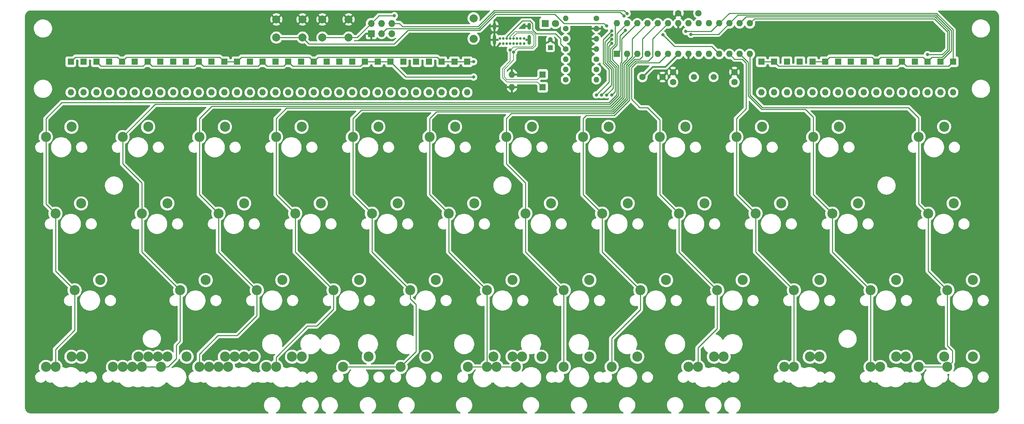
<source format=gbl>
G04 #@! TF.GenerationSoftware,KiCad,Pcbnew,(6.0.1)*
G04 #@! TF.CreationDate,2022-12-02T15:22:06+01:00*
G04 #@! TF.ProjectId,pcb,7063622e-6b69-4636-9164-5f7063625858,rev?*
G04 #@! TF.SameCoordinates,Original*
G04 #@! TF.FileFunction,Copper,L2,Bot*
G04 #@! TF.FilePolarity,Positive*
%FSLAX46Y46*%
G04 Gerber Fmt 4.6, Leading zero omitted, Abs format (unit mm)*
G04 Created by KiCad (PCBNEW (6.0.1)) date 2022-12-02 15:22:06*
%MOMM*%
%LPD*%
G01*
G04 APERTURE LIST*
G04 #@! TA.AperFunction,ComponentPad*
%ADD10C,2.500000*%
G04 #@! TD*
G04 #@! TA.AperFunction,ComponentPad*
%ADD11R,1.600000X1.600000*%
G04 #@! TD*
G04 #@! TA.AperFunction,ComponentPad*
%ADD12O,1.600000X1.600000*%
G04 #@! TD*
G04 #@! TA.AperFunction,ComponentPad*
%ADD13C,1.400000*%
G04 #@! TD*
G04 #@! TA.AperFunction,ComponentPad*
%ADD14O,1.400000X1.400000*%
G04 #@! TD*
G04 #@! TA.AperFunction,ComponentPad*
%ADD15O,1.700000X1.700000*%
G04 #@! TD*
G04 #@! TA.AperFunction,ComponentPad*
%ADD16R,1.700000X1.700000*%
G04 #@! TD*
G04 #@! TA.AperFunction,ComponentPad*
%ADD17C,1.600000*%
G04 #@! TD*
G04 #@! TA.AperFunction,ComponentPad*
%ADD18C,0.650000*%
G04 #@! TD*
G04 #@! TA.AperFunction,ComponentPad*
%ADD19O,0.900000X1.700000*%
G04 #@! TD*
G04 #@! TA.AperFunction,ComponentPad*
%ADD20O,0.900000X2.400000*%
G04 #@! TD*
G04 #@! TA.AperFunction,ComponentPad*
%ADD21C,1.500000*%
G04 #@! TD*
G04 #@! TA.AperFunction,ComponentPad*
%ADD22R,1.200000X1.200000*%
G04 #@! TD*
G04 #@! TA.AperFunction,ComponentPad*
%ADD23C,1.200000*%
G04 #@! TD*
G04 #@! TA.AperFunction,ComponentPad*
%ADD24C,2.000000*%
G04 #@! TD*
G04 #@! TA.AperFunction,ComponentPad*
%ADD25R,1.800000X1.800000*%
G04 #@! TD*
G04 #@! TA.AperFunction,ComponentPad*
%ADD26C,1.800000*%
G04 #@! TD*
G04 #@! TA.AperFunction,ViaPad*
%ADD27C,0.800000*%
G04 #@! TD*
G04 #@! TA.AperFunction,Conductor*
%ADD28C,0.200000*%
G04 #@! TD*
G04 #@! TA.AperFunction,Conductor*
%ADD29C,0.381000*%
G04 #@! TD*
G04 #@! TA.AperFunction,Conductor*
%ADD30C,0.254000*%
G04 #@! TD*
G04 APERTURE END LIST*
D10*
X235108750Y-91757500D03*
X228758750Y-94297500D03*
X216058750Y-91757500D03*
X209708750Y-94297500D03*
X58896250Y-72707500D03*
X52546250Y-75247500D03*
X135096250Y-72707500D03*
X128746250Y-75247500D03*
D11*
X74612500Y-56515000D03*
D12*
X74612500Y-64135000D03*
D11*
X230187500Y-56515000D03*
D12*
X230187500Y-64135000D03*
D11*
X39687500Y-56515000D03*
D12*
X39687500Y-64135000D03*
D10*
X96996250Y-72707500D03*
X90646250Y-75247500D03*
X256540000Y-129857500D03*
X250190000Y-132397500D03*
D11*
X227012500Y-56515000D03*
D12*
X227012500Y-64135000D03*
D11*
X68262500Y-56515000D03*
D12*
X68262500Y-64135000D03*
D10*
X258921250Y-91757500D03*
X252571250Y-94297500D03*
D11*
X58737500Y-56515000D03*
D12*
X58737500Y-64135000D03*
D10*
X149383750Y-129857500D03*
X143033750Y-132397500D03*
X199390000Y-129857500D03*
X193040000Y-132397500D03*
D13*
X170180000Y-45720000D03*
D14*
X162560000Y-45720000D03*
D10*
X82708750Y-129857500D03*
X76358750Y-132397500D03*
D13*
X162560000Y-53340000D03*
D14*
X170180000Y-53340000D03*
D11*
X80962500Y-56515000D03*
D12*
X80962500Y-64135000D03*
D11*
X93662500Y-56515000D03*
D12*
X93662500Y-64135000D03*
D10*
X39846250Y-72707500D03*
X33496250Y-75247500D03*
X127952500Y-129857500D03*
X121602500Y-132397500D03*
D13*
X170180000Y-58420000D03*
D14*
X162560000Y-58420000D03*
D11*
X96837500Y-56515000D03*
D12*
X96837500Y-64135000D03*
D15*
X119380000Y-46990000D03*
X119380000Y-49530000D03*
X116840000Y-46990000D03*
X116840000Y-49530000D03*
X114300000Y-46990000D03*
D16*
X114300000Y-49530000D03*
D11*
X128587500Y-56515000D03*
D12*
X128587500Y-64135000D03*
D13*
X162560000Y-60960000D03*
D14*
X170180000Y-60960000D03*
D11*
X109537500Y-56515000D03*
D12*
X109537500Y-64135000D03*
D11*
X46037500Y-56515000D03*
D12*
X46037500Y-64135000D03*
D11*
X242887500Y-56515000D03*
D12*
X242887500Y-64135000D03*
D11*
X131762500Y-56515000D03*
D12*
X131762500Y-64135000D03*
D10*
X58896250Y-129857500D03*
X52546250Y-132397500D03*
D11*
X90487500Y-56515000D03*
D12*
X90487500Y-64135000D03*
D10*
X111283750Y-110807500D03*
X104933750Y-113347500D03*
D17*
X181610000Y-60325000D03*
X186610000Y-60325000D03*
D10*
X187483750Y-110807500D03*
X181133750Y-113347500D03*
X42227500Y-91757500D03*
X35877500Y-94297500D03*
D11*
X42862500Y-56515000D03*
D12*
X42862500Y-64135000D03*
D11*
X122237500Y-56515000D03*
D12*
X122237500Y-64135000D03*
D10*
X225583750Y-129857500D03*
X219233750Y-132397500D03*
D17*
X189230000Y-61595000D03*
X189230000Y-59095000D03*
D10*
X158908750Y-91757500D03*
X152558750Y-94297500D03*
X68421250Y-129857500D03*
X62071250Y-132397500D03*
X247015000Y-129857500D03*
X240665000Y-132397500D03*
X168433750Y-110807500D03*
X162083750Y-113347500D03*
D11*
X156845000Y-59690000D03*
D12*
X149225000Y-59690000D03*
D10*
X144621250Y-129857500D03*
X138271250Y-132397500D03*
X80327500Y-129857500D03*
X73977500Y-132397500D03*
X130333750Y-110807500D03*
X123983750Y-113347500D03*
D11*
X249237500Y-56515000D03*
D12*
X249237500Y-64135000D03*
D17*
X195540000Y-44450000D03*
X190540000Y-44450000D03*
D11*
X106362500Y-56515000D03*
D12*
X106362500Y-64135000D03*
D10*
X244633750Y-129857500D03*
X238283750Y-132397500D03*
D11*
X255587500Y-56515000D03*
D12*
X255587500Y-64135000D03*
D11*
X175270000Y-54600000D03*
D12*
X177810000Y-54600000D03*
X180350000Y-54600000D03*
X182890000Y-54600000D03*
X185430000Y-54600000D03*
X187970000Y-54600000D03*
X190510000Y-54600000D03*
X193050000Y-54600000D03*
X195590000Y-54600000D03*
X198130000Y-54600000D03*
X200670000Y-54600000D03*
X203210000Y-54600000D03*
X205750000Y-54600000D03*
X208290000Y-54600000D03*
X208290000Y-46980000D03*
X205750000Y-46980000D03*
X203210000Y-46980000D03*
X200670000Y-46980000D03*
X198130000Y-46980000D03*
X195590000Y-46980000D03*
X193050000Y-46980000D03*
X190510000Y-46980000D03*
X187970000Y-46980000D03*
X185430000Y-46980000D03*
X182890000Y-46980000D03*
X180350000Y-46980000D03*
X177810000Y-46980000D03*
X175270000Y-46980000D03*
D10*
X206533750Y-110807500D03*
X200183750Y-113347500D03*
X63658750Y-91757500D03*
X57308750Y-94297500D03*
X256540000Y-72707500D03*
X250190000Y-75247500D03*
D11*
X112712500Y-56515000D03*
D12*
X112712500Y-64135000D03*
D10*
X211296250Y-72707500D03*
X204946250Y-75247500D03*
X96996250Y-129857500D03*
X90646250Y-132397500D03*
D11*
X115887500Y-56515000D03*
D12*
X115887500Y-64135000D03*
D11*
X55562500Y-56515000D03*
D12*
X55562500Y-64135000D03*
D10*
X77946250Y-129857500D03*
X71596250Y-132397500D03*
X113665000Y-129857500D03*
X107315000Y-132397500D03*
D18*
X152200250Y-52050000D03*
X151350250Y-52050000D03*
X150500250Y-52050000D03*
X149650250Y-52050000D03*
X148800250Y-52050000D03*
X147950250Y-52050000D03*
X147100250Y-52050000D03*
X146250250Y-52050000D03*
X146245250Y-50725000D03*
X147095250Y-50725000D03*
X147945250Y-50725000D03*
X148795250Y-50725000D03*
X149645250Y-50725000D03*
X150495250Y-50725000D03*
X151345250Y-50725000D03*
X152200250Y-50725000D03*
D19*
X153550250Y-47690000D03*
X144900250Y-47690000D03*
D20*
X144900250Y-51070000D03*
X153550250Y-51070000D03*
D10*
X225583750Y-129857500D03*
X219233750Y-132397500D03*
X61277500Y-129857500D03*
X54927500Y-132397500D03*
X42227500Y-129857500D03*
X35877500Y-132397500D03*
X201771250Y-129857500D03*
X195421250Y-132397500D03*
D11*
X84137500Y-56515000D03*
D12*
X84137500Y-64135000D03*
D11*
X223837500Y-56515000D03*
D12*
X223837500Y-64135000D03*
D10*
X120808750Y-91757500D03*
X114458750Y-94297500D03*
D11*
X236537500Y-56515000D03*
D12*
X236537500Y-64135000D03*
D21*
X194400000Y-60325000D03*
X199280000Y-60325000D03*
D10*
X116046250Y-72707500D03*
X109696250Y-75247500D03*
X46990000Y-110807500D03*
X40640000Y-113347500D03*
D11*
X71437500Y-56515000D03*
D12*
X71437500Y-64135000D03*
D10*
X154146250Y-72707500D03*
X147796250Y-75247500D03*
D11*
X220662500Y-56515000D03*
D12*
X220662500Y-64135000D03*
D10*
X192246250Y-72707500D03*
X185896250Y-75247500D03*
D11*
X65087500Y-56515000D03*
D12*
X65087500Y-64135000D03*
D11*
X156845000Y-62865000D03*
D12*
X149225000Y-62865000D03*
D10*
X197008750Y-91757500D03*
X190658750Y-94297500D03*
X92233750Y-110807500D03*
X85883750Y-113347500D03*
X263683750Y-110807500D03*
X257333750Y-113347500D03*
X180340000Y-129857500D03*
X173990000Y-132397500D03*
D11*
X217487500Y-56515000D03*
D12*
X217487500Y-64135000D03*
D17*
X204470000Y-61595000D03*
X204470000Y-59095000D03*
D13*
X162560000Y-50800000D03*
D14*
X170180000Y-50800000D03*
D11*
X119062500Y-56515000D03*
D12*
X119062500Y-64135000D03*
D11*
X239712500Y-56515000D03*
D12*
X239712500Y-64135000D03*
D11*
X61912500Y-56515000D03*
D12*
X61912500Y-64135000D03*
D10*
X85090000Y-129857500D03*
X78740000Y-132397500D03*
X63658750Y-129857500D03*
X57308750Y-132397500D03*
X56515000Y-129857500D03*
X50165000Y-132397500D03*
X39846250Y-129857500D03*
X33496250Y-132397500D03*
X94615000Y-129857500D03*
X88265000Y-132397500D03*
X244633750Y-110807500D03*
X238283750Y-113347500D03*
D11*
X87312500Y-56515000D03*
D12*
X87312500Y-64135000D03*
D13*
X170180000Y-55880000D03*
D14*
X162560000Y-55880000D03*
D10*
X73183750Y-110807500D03*
X66833750Y-113347500D03*
D22*
X158750000Y-53042600D03*
D23*
X158750000Y-51042600D03*
D10*
X223202500Y-129857500D03*
X216852500Y-132397500D03*
D13*
X162560000Y-48260000D03*
D14*
X170180000Y-48260000D03*
D10*
X101758750Y-91757500D03*
X95408750Y-94297500D03*
X263683750Y-129857500D03*
X257333750Y-132397500D03*
D11*
X125412500Y-56515000D03*
D12*
X125412500Y-64135000D03*
D11*
X214312500Y-56515000D03*
D12*
X214312500Y-64135000D03*
D10*
X149383750Y-110807500D03*
X143033750Y-113347500D03*
X82708750Y-91757500D03*
X76358750Y-94297500D03*
X225583750Y-110807500D03*
X219233750Y-113347500D03*
D11*
X49212500Y-56515000D03*
D12*
X49212500Y-64135000D03*
D11*
X77787500Y-56515000D03*
D12*
X77787500Y-64135000D03*
D24*
X139700000Y-50800000D03*
X139710000Y-45720000D03*
D11*
X103187500Y-56515000D03*
D12*
X103187500Y-64135000D03*
D10*
X168433750Y-129857500D03*
X162083750Y-132397500D03*
X156527500Y-129857500D03*
X150177500Y-132397500D03*
X177958750Y-91757500D03*
X171608750Y-94297500D03*
X139858750Y-91757500D03*
X133508750Y-94297500D03*
X173196250Y-72707500D03*
X166846250Y-75247500D03*
D25*
X157475000Y-46990000D03*
D26*
X160015000Y-46990000D03*
D24*
X90730000Y-46010000D03*
X97230000Y-46010000D03*
X97230000Y-50510000D03*
X90730000Y-50510000D03*
X102160000Y-46010000D03*
X108660000Y-46010000D03*
X102160000Y-50510000D03*
X108660000Y-50510000D03*
D10*
X77946250Y-72707500D03*
X71596250Y-75247500D03*
D11*
X211137500Y-56515000D03*
D12*
X211137500Y-64135000D03*
D10*
X151765000Y-129857500D03*
X145415000Y-132397500D03*
X230346250Y-72707500D03*
X223996250Y-75247500D03*
D11*
X246062500Y-56515000D03*
D12*
X246062500Y-64135000D03*
D11*
X52387500Y-56515000D03*
D12*
X52387500Y-64135000D03*
D11*
X258762500Y-56515000D03*
D12*
X258762500Y-64135000D03*
D11*
X100012500Y-56515000D03*
D12*
X100012500Y-64135000D03*
D11*
X134937500Y-56515000D03*
D12*
X134937500Y-64135000D03*
D11*
X233362500Y-56515000D03*
D12*
X233362500Y-64135000D03*
D11*
X252412500Y-56515000D03*
D12*
X252412500Y-64135000D03*
D11*
X138112500Y-56515000D03*
D12*
X138112500Y-64135000D03*
D27*
X146843750Y-125412500D03*
X207010000Y-50800000D03*
X81280000Y-125730000D03*
X242093750Y-106362500D03*
X173990000Y-50927000D03*
X139700000Y-60325000D03*
X172720000Y-64770000D03*
X148800000Y-53594000D03*
X149645567Y-54126938D03*
X192405000Y-48986500D03*
X139700000Y-56515000D03*
X170180000Y-64770000D03*
X177800000Y-44541500D03*
X173978572Y-48883572D03*
X193675000Y-49713000D03*
X173984286Y-49905286D03*
X171450000Y-64770000D03*
X177040657Y-45191426D03*
X120015000Y-45085000D03*
X177364401Y-48695599D03*
X173990000Y-51943000D03*
X173990000Y-64770000D03*
X252412500Y-54768750D03*
X186690000Y-49855940D03*
X172720000Y-47625000D03*
D28*
X154343487Y-53231519D02*
X155085519Y-52489485D01*
X150540985Y-53231520D02*
X154343487Y-53231519D01*
X155085519Y-49929519D02*
X154178000Y-49022000D01*
X148795250Y-50213750D02*
X148795250Y-50725000D01*
X149645567Y-54126938D02*
X150540985Y-53231520D01*
X155085519Y-52489485D02*
X155085519Y-49929519D01*
X154178000Y-49022000D02*
X149987000Y-49022000D01*
X149987000Y-49022000D02*
X148795250Y-50213750D01*
X155575000Y-60960000D02*
X156845000Y-59690000D01*
X147955000Y-60960000D02*
X155575000Y-60960000D01*
X147320000Y-58420000D02*
X147320000Y-60325000D01*
X149645567Y-56094433D02*
X147320000Y-58420000D01*
X149645567Y-54126938D02*
X149645567Y-56094433D01*
X147320000Y-60325000D02*
X147955000Y-60960000D01*
D29*
X187325000Y-57785000D02*
X190510000Y-54600000D01*
X181610000Y-60325000D02*
X184150000Y-57785000D01*
X184150000Y-57785000D02*
X187325000Y-57785000D01*
D30*
X257855460Y-53605666D02*
X257855460Y-48953208D01*
X88439011Y-57641511D02*
X92535989Y-57641511D01*
X57610989Y-57641511D02*
X58737500Y-56515000D01*
X173990000Y-50927000D02*
X173978557Y-50927000D01*
X94789011Y-57641511D02*
X111585989Y-57641511D01*
X47164011Y-57641511D02*
X57610989Y-57641511D01*
X240839011Y-55388489D02*
X251285989Y-55388489D01*
X70310989Y-57641511D02*
X71437500Y-56515000D01*
X172782929Y-56597051D02*
X174353320Y-58167442D01*
X111585989Y-57641511D02*
X112712500Y-56515000D01*
X46037500Y-56515000D02*
X47164011Y-57641511D01*
X239712500Y-56515000D02*
X240839011Y-55388489D01*
X71437500Y-56515000D02*
X72564011Y-57641511D01*
X238585989Y-55388489D02*
X239712500Y-56515000D01*
X227012500Y-56515000D02*
X228139011Y-55388489D01*
X251285989Y-55388489D02*
X252412500Y-56515000D01*
X256072637Y-55388489D02*
X257855460Y-53605666D01*
X257855460Y-48953208D02*
X254259292Y-45357040D01*
X93662500Y-56515000D02*
X94789011Y-57641511D01*
X252412500Y-56515000D02*
X253539011Y-55388489D01*
X86185989Y-57641511D02*
X87312500Y-56515000D01*
X59864011Y-57641511D02*
X70310989Y-57641511D01*
X112712500Y-56515000D02*
X115887500Y-56515000D01*
X92535989Y-57641511D02*
X93662500Y-56515000D01*
X87312500Y-56515000D02*
X88439011Y-57641511D01*
X58737500Y-56515000D02*
X59864011Y-57641511D01*
X228139011Y-55388489D02*
X238585989Y-55388489D01*
X173978557Y-50927000D02*
X172782929Y-52122628D01*
X122872500Y-60325000D02*
X119062500Y-56515000D01*
X72564011Y-57641511D02*
X86185989Y-57641511D01*
X172782929Y-52122628D02*
X172782929Y-56597051D01*
X253539011Y-55388489D02*
X256072637Y-55388489D01*
X174353320Y-63136680D02*
X172720000Y-64770000D01*
X115887500Y-56515000D02*
X119062500Y-56515000D01*
X139700000Y-60325000D02*
X122872500Y-60325000D01*
X174353320Y-58167442D02*
X174353320Y-63136680D01*
X223837500Y-56515000D02*
X227012500Y-56515000D01*
X207372960Y-45357040D02*
X205750000Y-46980000D01*
X254259292Y-45357040D02*
X207372960Y-45357040D01*
X57308750Y-132397500D02*
X54927500Y-132397500D01*
X177810000Y-46980000D02*
X175260000Y-49530000D01*
X60664870Y-67128880D02*
X52546250Y-75247500D01*
X52546250Y-132397500D02*
X54927500Y-132397500D01*
X52546250Y-75247500D02*
X52546250Y-81915000D01*
X66833750Y-113347500D02*
X66833750Y-126047500D01*
X66833750Y-126047500D02*
X65881250Y-127000000D01*
X65881250Y-130355266D02*
X63839016Y-132397500D01*
X63839016Y-132397500D02*
X62071250Y-132397500D01*
X52546250Y-81915000D02*
X57308750Y-86677500D01*
X57308750Y-94297500D02*
X57308750Y-103822500D01*
X175713880Y-64912876D02*
X173497876Y-67128880D01*
X57308750Y-86677500D02*
X57308750Y-94297500D01*
X65881250Y-127000000D02*
X65881250Y-130355266D01*
X62071250Y-132397500D02*
X57308750Y-132397500D01*
X57308750Y-103822500D02*
X66833750Y-113347500D01*
X173497876Y-67128880D02*
X60664870Y-67128880D01*
X175260000Y-52356978D02*
X174143489Y-53473489D01*
X175260000Y-49530000D02*
X175260000Y-52356978D01*
X174143489Y-53473489D02*
X174143489Y-56033489D01*
X175713880Y-57603880D02*
X175713880Y-64912876D01*
X174143489Y-56033489D02*
X175713880Y-57603880D01*
D28*
X149606000Y-52832000D02*
X154178000Y-52832000D01*
X154686000Y-52324000D02*
X154686000Y-50095006D01*
X149645250Y-50265381D02*
X149645250Y-50725000D01*
X148800000Y-56374994D02*
X146920481Y-58254513D01*
X150489111Y-49421520D02*
X149645250Y-50265381D01*
X148844000Y-53594000D02*
X149606000Y-52832000D01*
X148024994Y-61595000D02*
X155575000Y-61595000D01*
X148800000Y-53594000D02*
X148800000Y-56374994D01*
X155575000Y-61595000D02*
X156845000Y-62865000D01*
X154686000Y-50095006D02*
X154012514Y-49421520D01*
X146920481Y-58254513D02*
X146920481Y-60490487D01*
X146920481Y-60490487D02*
X148024994Y-61595000D01*
X154012514Y-49421520D02*
X150489111Y-49421520D01*
X154178000Y-52832000D02*
X154686000Y-52324000D01*
D30*
X122101480Y-47806480D02*
X121285000Y-46990000D01*
X257635989Y-57641511D02*
X247189011Y-57641511D01*
X77787500Y-56515000D02*
X80962500Y-56515000D01*
X131762500Y-56515000D02*
X134937500Y-56515000D01*
X254635000Y-44450000D02*
X203200000Y-44450000D01*
X100012500Y-56515000D02*
X101139011Y-55388489D01*
X198663500Y-48986500D02*
X200670000Y-46980000D01*
X80962500Y-56515000D02*
X82089011Y-55388489D01*
X192405000Y-48986500D02*
X198663500Y-48986500D01*
X173355000Y-61595000D02*
X170180000Y-64770000D01*
X121285000Y-46990000D02*
X119380000Y-46990000D01*
X173355000Y-58451870D02*
X173355000Y-61595000D01*
X53514011Y-55388489D02*
X76660989Y-55388489D01*
X177073500Y-43815000D02*
X144780000Y-43815000D01*
X258762500Y-56515000D02*
X257635989Y-57641511D01*
X101139011Y-55388489D02*
X130635989Y-55388489D01*
X215439011Y-57641511D02*
X214312500Y-56515000D01*
X52387500Y-56515000D02*
X53514011Y-55388489D01*
X139700000Y-56515000D02*
X138112500Y-56515000D01*
X171875889Y-50986255D02*
X171875889Y-56972759D01*
X98885989Y-55388489D02*
X100012500Y-56515000D01*
X258762500Y-56515000D02*
X258762500Y-48577500D01*
X171875889Y-56972759D02*
X173355000Y-58451870D01*
X39687500Y-56515000D02*
X40814011Y-55388489D01*
X247189011Y-57641511D02*
X246062500Y-56515000D01*
X211137500Y-56515000D02*
X214312500Y-56515000D01*
X173978572Y-48883572D02*
X171875889Y-50986255D01*
X40814011Y-55388489D02*
X51260989Y-55388489D01*
X82089011Y-55388489D02*
X98885989Y-55388489D01*
X140788520Y-47806480D02*
X122101480Y-47806480D01*
X203200000Y-44450000D02*
X200670000Y-46980000D01*
X130635989Y-55388489D02*
X131762500Y-56515000D01*
X244935989Y-57641511D02*
X215439011Y-57641511D01*
X144780000Y-43815000D02*
X140788520Y-47806480D01*
X177800000Y-44541500D02*
X177073500Y-43815000D01*
X76660989Y-55388489D02*
X77787500Y-56515000D01*
X258762500Y-48577500D02*
X254635000Y-44450000D01*
X246062500Y-56515000D02*
X244935989Y-57641511D01*
X134937500Y-56515000D02*
X138112500Y-56515000D01*
X51260989Y-55388489D02*
X52387500Y-56515000D01*
X173984286Y-49905286D02*
X172329409Y-51560163D01*
X193675000Y-49713000D02*
X200477000Y-49713000D01*
X118110000Y-48260000D02*
X116840000Y-49530000D01*
X254447146Y-44903520D02*
X205286480Y-44903520D01*
X177040657Y-45191426D02*
X176117751Y-44268520D01*
X258308980Y-53793520D02*
X258308980Y-48765354D01*
X140976374Y-48260000D02*
X118110000Y-48260000D01*
X176117751Y-44268520D02*
X144967854Y-44268520D01*
X258308980Y-48765354D02*
X254447146Y-44903520D01*
X255587500Y-56515000D02*
X258308980Y-53793520D01*
X172329409Y-51560163D02*
X172329409Y-56784905D01*
X200477000Y-49713000D02*
X203210000Y-46980000D01*
X173899800Y-62320200D02*
X171450000Y-64770000D01*
X173899800Y-58355296D02*
X173899800Y-62320200D01*
X205286480Y-44903520D02*
X203210000Y-46980000D01*
X144967854Y-44268520D02*
X140976374Y-48260000D01*
X172329409Y-56784905D02*
X173899800Y-58355296D01*
X175270000Y-54600000D02*
X176009735Y-53860265D01*
X102160000Y-50510000D02*
X108660000Y-50510000D01*
X110780000Y-50510000D02*
X108660000Y-50510000D01*
X114300000Y-46990000D02*
X110780000Y-50510000D01*
X176009735Y-53860265D02*
X176009735Y-50050265D01*
X176009735Y-50050265D02*
X177364401Y-48695599D01*
X116205000Y-45085000D02*
X114300000Y-46990000D01*
X120015000Y-45085000D02*
X116205000Y-45085000D01*
X160020000Y-49530000D02*
X161290000Y-50800000D01*
X161290000Y-50800000D02*
X161290000Y-52070000D01*
X147945250Y-50725000D02*
X147945250Y-50265381D01*
X153713415Y-46355000D02*
X154354670Y-46996255D01*
X154354670Y-48595480D02*
X155289190Y-49530000D01*
X147945250Y-50265381D02*
X151855631Y-46355000D01*
X155289190Y-49530000D02*
X160020000Y-49530000D01*
X161290000Y-52070000D02*
X162560000Y-53340000D01*
X154354670Y-46996255D02*
X154354670Y-48595480D01*
X151855631Y-46355000D02*
X153713415Y-46355000D01*
X35877500Y-108585000D02*
X40640000Y-113347500D01*
X35877500Y-94297500D02*
X35877500Y-108585000D01*
X174806480Y-47443520D02*
X175270000Y-46980000D01*
X33496250Y-75247500D02*
X33496250Y-91916250D01*
X40640000Y-113347500D02*
X40640000Y-123265863D01*
X40640000Y-123265863D02*
X35877500Y-128028363D01*
X35877500Y-128028363D02*
X35877500Y-132397500D01*
X33496250Y-132397500D02*
X35877500Y-132397500D01*
X174806480Y-52169124D02*
X174806480Y-47443520D01*
X173689969Y-53285635D02*
X174806480Y-52169124D01*
X37464640Y-66675360D02*
X173310022Y-66675360D01*
X173310022Y-66675360D02*
X175260360Y-64725022D01*
X175260360Y-64725022D02*
X175260360Y-57791734D01*
X33496250Y-75247500D02*
X33496250Y-70643750D01*
X173689969Y-56221343D02*
X173689969Y-53285635D01*
X33496250Y-91916250D02*
X35877500Y-94297500D01*
X33496250Y-70643750D02*
X37464640Y-66675360D01*
X175260360Y-57791734D02*
X173689969Y-56221343D01*
X85883750Y-113347500D02*
X85883750Y-119697500D01*
X76358750Y-132397500D02*
X78740000Y-132397500D01*
X71596250Y-75247500D02*
X71596250Y-70643750D01*
X71596250Y-89535000D02*
X71596250Y-75247500D01*
X76358750Y-103822500D02*
X76358750Y-94297500D01*
X176167400Y-65100730D02*
X176167400Y-56858478D01*
X85883750Y-119697500D02*
X80962500Y-124618750D01*
X76358750Y-94297500D02*
X71596250Y-89535000D01*
X176463255Y-56562623D02*
X176463255Y-50866745D01*
X176463255Y-50866745D02*
X180350000Y-46980000D01*
X176167400Y-56858478D02*
X176463255Y-56562623D01*
X80962500Y-124618750D02*
X76200000Y-124618750D01*
X71596250Y-129222500D02*
X71596250Y-132397500D01*
X71596250Y-70643750D02*
X74657600Y-67582400D01*
X76200000Y-124618750D02*
X71596250Y-129222500D01*
X71596250Y-132397500D02*
X76358750Y-132397500D01*
X85883750Y-113347500D02*
X76358750Y-103822500D01*
X74657600Y-67582400D02*
X173685730Y-67582400D01*
X173685730Y-67582400D02*
X176167400Y-65100730D01*
X90646250Y-75247500D02*
X90646250Y-89535000D01*
X95408750Y-103822500D02*
X104933750Y-113347500D01*
X104933750Y-118042459D02*
X104933750Y-113347500D01*
X90646250Y-132397500D02*
X90646250Y-130016250D01*
X95408750Y-94297500D02*
X95408750Y-103822500D01*
X177810000Y-55857252D02*
X177810000Y-54600000D01*
X98425000Y-122237500D02*
X100738709Y-122237500D01*
X176620920Y-65288584D02*
X176620920Y-57046332D01*
X176620920Y-57046332D02*
X177810000Y-55857252D01*
X90646250Y-89535000D02*
X95408750Y-94297500D01*
X173873584Y-68035920D02*
X176620920Y-65288584D01*
X88265000Y-132397500D02*
X90646250Y-132397500D01*
X90646250Y-70643750D02*
X93254080Y-68035920D01*
X90646250Y-75247500D02*
X90646250Y-70643750D01*
X100738709Y-122237500D02*
X104933750Y-118042459D01*
X90646250Y-130016250D02*
X98425000Y-122237500D01*
X93254080Y-68035920D02*
X173873584Y-68035920D01*
X109696250Y-70643750D02*
X111850560Y-68489440D01*
X179070000Y-50800000D02*
X182890000Y-46980000D01*
X107315000Y-132397500D02*
X121602500Y-132397500D01*
X177074440Y-65476438D02*
X177074440Y-57234186D01*
X109696250Y-75247500D02*
X109696250Y-70643750D01*
X177074440Y-57234186D02*
X179070000Y-55238626D01*
X111850560Y-68489440D02*
X174061438Y-68489440D01*
X121602500Y-132397500D02*
X125433421Y-128566579D01*
X109696250Y-89535000D02*
X109696250Y-75247500D01*
X114458750Y-103822500D02*
X114458750Y-94297500D01*
X125433421Y-116888080D02*
X123983750Y-115438409D01*
X174061438Y-68489440D02*
X177074440Y-65476438D01*
X123983750Y-113347500D02*
X114458750Y-103822500D01*
X179070000Y-55238626D02*
X179070000Y-50800000D01*
X125433421Y-128566579D02*
X125433421Y-116888080D01*
X114458750Y-94297500D02*
X109696250Y-89535000D01*
X123983750Y-115438409D02*
X123983750Y-113347500D01*
X174249292Y-68942960D02*
X177527960Y-65664292D01*
X143033750Y-113347500D02*
X143033750Y-132397500D01*
X128746250Y-89535000D02*
X133508750Y-94297500D01*
X128746250Y-75247500D02*
X128746250Y-89535000D01*
X128746250Y-70643750D02*
X130447040Y-68942960D01*
X133508750Y-94297500D02*
X133508750Y-103822500D01*
X150177500Y-132397500D02*
X143033750Y-132397500D01*
X138271250Y-132397500D02*
X143033750Y-132397500D01*
X133508750Y-103822500D02*
X143033750Y-113347500D01*
X130447040Y-68942960D02*
X174249292Y-68942960D01*
X177527960Y-65664292D02*
X177527960Y-57422040D01*
X128746250Y-75247500D02*
X128746250Y-70643750D01*
X177527960Y-57422040D02*
X180350000Y-54600000D01*
X181610000Y-50800000D02*
X185430000Y-46980000D01*
X147796250Y-75247500D02*
X147796250Y-81915000D01*
X152558750Y-103822500D02*
X152558750Y-94297500D01*
X147796250Y-75247500D02*
X147796250Y-70643750D01*
X149043520Y-69396480D02*
X174437146Y-69396480D01*
X174437146Y-69396480D02*
X177981480Y-65852146D01*
X177981480Y-57609894D02*
X179711374Y-55880000D01*
X179711374Y-55880000D02*
X180975000Y-55880000D01*
X177981480Y-65852146D02*
X177981480Y-57609894D01*
X147796250Y-81915000D02*
X152558750Y-86677500D01*
X162083750Y-132397500D02*
X162083750Y-113347500D01*
X181610000Y-55245000D02*
X181610000Y-50800000D01*
X162083750Y-113347500D02*
X152558750Y-103822500D01*
X152558750Y-86677500D02*
X152558750Y-94297500D01*
X180975000Y-55880000D02*
X181610000Y-55245000D01*
X147796250Y-70643750D02*
X149043520Y-69396480D01*
X166846250Y-70643750D02*
X167640000Y-69850000D01*
X173990000Y-125253750D02*
X173990000Y-132397500D01*
X166846250Y-75247500D02*
X166846250Y-89535000D01*
X181133750Y-118110000D02*
X173990000Y-125253750D01*
X174625000Y-69850000D02*
X178435000Y-66040000D01*
X166846250Y-89535000D02*
X171608750Y-94297500D01*
X178435000Y-57797748D02*
X179899228Y-56333520D01*
X179899228Y-56333520D02*
X183061480Y-56333520D01*
X184150000Y-55245000D02*
X184150000Y-50800000D01*
X171608750Y-103822500D02*
X181133750Y-113347500D01*
X178435000Y-66040000D02*
X178435000Y-57797748D01*
X183061480Y-56333520D02*
X184150000Y-55245000D01*
X166846250Y-75247500D02*
X166846250Y-70643750D01*
X184150000Y-50800000D02*
X187970000Y-46980000D01*
X181133750Y-113347500D02*
X181133750Y-118110000D01*
X167640000Y-69850000D02*
X174625000Y-69850000D01*
X171608750Y-94297500D02*
X171608750Y-103822500D01*
X256051002Y-54768750D02*
X257401940Y-53417812D01*
X252412500Y-54768750D02*
X256051002Y-54768750D01*
X173236449Y-52696551D02*
X173236449Y-56409197D01*
X174806840Y-63953160D02*
X173990000Y-64770000D01*
X257401940Y-53417812D02*
X257401940Y-49141062D01*
X173236449Y-56409197D02*
X174806840Y-57979588D01*
X174806840Y-57979588D02*
X174806840Y-63953160D01*
X209459440Y-45810560D02*
X208290000Y-46980000D01*
X257401940Y-49141062D02*
X254071438Y-45810560D01*
X173990000Y-51943000D02*
X173236449Y-52696551D01*
X254071438Y-45810560D02*
X209459440Y-45810560D01*
X200183750Y-113347500D02*
X190658750Y-103822500D01*
X182880000Y-67945000D02*
X185896250Y-70961250D01*
X195421250Y-132397500D02*
X195421250Y-127635000D01*
X185896250Y-75247500D02*
X185896250Y-89535000D01*
X178888520Y-57985602D02*
X178888520Y-65858520D01*
X180975000Y-67945000D02*
X182880000Y-67945000D01*
X185896250Y-70961250D02*
X185896250Y-75247500D01*
X178888520Y-65858520D02*
X180975000Y-67945000D01*
X185782960Y-56787040D02*
X180087082Y-56787040D01*
X187970000Y-54600000D02*
X185782960Y-56787040D01*
X200183750Y-122872500D02*
X200183750Y-113347500D01*
X190658750Y-103822500D02*
X190658750Y-94297500D01*
X195421250Y-127635000D02*
X200183750Y-122872500D01*
X185896250Y-89535000D02*
X190658750Y-94297500D01*
X193040000Y-132397500D02*
X195421250Y-132397500D01*
X180087082Y-56787040D02*
X178888520Y-57985602D01*
X207836480Y-64967854D02*
X211267146Y-68398520D01*
X205750000Y-54600000D02*
X207836480Y-56686480D01*
X222068520Y-68398520D02*
X223996250Y-70326250D01*
X223996250Y-89535000D02*
X228758750Y-94297500D01*
X228758750Y-103822500D02*
X238283750Y-113347500D01*
X223996250Y-70326250D02*
X223996250Y-75247500D01*
X240665000Y-132397500D02*
X238283750Y-132397500D01*
X238283750Y-113347500D02*
X238283750Y-132397500D01*
X223996250Y-75247500D02*
X223996250Y-89535000D01*
X207836480Y-56686480D02*
X207836480Y-64967854D01*
X211267146Y-68398520D02*
X222068520Y-68398520D01*
X228758750Y-94297500D02*
X228758750Y-103822500D01*
X208290000Y-64780000D02*
X208290000Y-54600000D01*
X247650000Y-67945000D02*
X211455000Y-67945000D01*
X257333750Y-113347500D02*
X252571250Y-108585000D01*
X252571250Y-108585000D02*
X252571250Y-94297500D01*
X250190000Y-132397500D02*
X257333750Y-132397500D01*
X250190000Y-75247500D02*
X250190000Y-91916250D01*
X257333750Y-127158750D02*
X257333750Y-113347500D01*
X258583749Y-131147501D02*
X258583749Y-128408749D01*
X257333750Y-132397500D02*
X258583749Y-131147501D01*
X250190000Y-75247500D02*
X250190000Y-70485000D01*
X258583749Y-128408749D02*
X257333750Y-127158750D01*
X250190000Y-91916250D02*
X252571250Y-94297500D01*
X211455000Y-67945000D02*
X208290000Y-64780000D01*
X250190000Y-70485000D02*
X247650000Y-67945000D01*
X186690000Y-49855940D02*
X189539060Y-52705000D01*
X120015000Y-52070000D02*
X98790000Y-52070000D01*
X123371480Y-48713520D02*
X120015000Y-52070000D01*
X172072252Y-46990000D02*
X172085000Y-46990000D01*
X145155708Y-44722040D02*
X141164228Y-48713520D01*
X189539060Y-52705000D02*
X198775000Y-52705000D01*
X172072252Y-46990000D02*
X162151647Y-46990000D01*
X198775000Y-52705000D02*
X200670000Y-54600000D01*
X162151647Y-46990000D02*
X159883687Y-44722040D01*
X98790000Y-52070000D02*
X97230000Y-50510000D01*
X172085000Y-46990000D02*
X172720000Y-47625000D01*
X90730000Y-50510000D02*
X97230000Y-50510000D01*
X141164228Y-48713520D02*
X123371480Y-48713520D01*
X159883687Y-44722040D02*
X145155708Y-44722040D01*
X219233750Y-132397500D02*
X216852500Y-132397500D01*
X219233750Y-132397500D02*
X219233750Y-113347500D01*
X219233750Y-113347500D02*
X209708750Y-103822500D01*
X207382960Y-68207040D02*
X204946250Y-70643750D01*
X203210000Y-54600000D02*
X204490000Y-55880000D01*
X204946250Y-70643750D02*
X204946250Y-75247500D01*
X207382960Y-56874334D02*
X207382960Y-68207040D01*
X209708750Y-94297500D02*
X204946250Y-89535000D01*
X206388626Y-55880000D02*
X207382960Y-56874334D01*
X204946250Y-89535000D02*
X204946250Y-75247500D01*
X204490000Y-55880000D02*
X206388626Y-55880000D01*
X209708750Y-103822500D02*
X209708750Y-94297500D01*
G04 #@! TA.AperFunction,Conductor*
G36*
X143689698Y-43790502D02*
G01*
X143736191Y-43844158D01*
X143746295Y-43914432D01*
X143716801Y-43979012D01*
X143710672Y-43985595D01*
X141342764Y-46353503D01*
X141280452Y-46387529D01*
X141209637Y-46382464D01*
X141152801Y-46339917D01*
X141127990Y-46273397D01*
X141137260Y-46216192D01*
X141149105Y-46187594D01*
X141204535Y-45956711D01*
X141223165Y-45720000D01*
X141204535Y-45483289D01*
X141200946Y-45468337D01*
X141158080Y-45289789D01*
X141149105Y-45252406D01*
X141135389Y-45219293D01*
X141060135Y-45037611D01*
X141060133Y-45037607D01*
X141058240Y-45033037D01*
X141024316Y-44977678D01*
X140936759Y-44834798D01*
X140936755Y-44834792D01*
X140934176Y-44830584D01*
X140779969Y-44650031D01*
X140599416Y-44495824D01*
X140595208Y-44493245D01*
X140595202Y-44493241D01*
X140401183Y-44374346D01*
X140396963Y-44371760D01*
X140392393Y-44369867D01*
X140392389Y-44369865D01*
X140182167Y-44282789D01*
X140182165Y-44282788D01*
X140177594Y-44280895D01*
X140097391Y-44261640D01*
X139951524Y-44226620D01*
X139951518Y-44226619D01*
X139946711Y-44225465D01*
X139710000Y-44206835D01*
X139473289Y-44225465D01*
X139468482Y-44226619D01*
X139468476Y-44226620D01*
X139322609Y-44261640D01*
X139242406Y-44280895D01*
X139237835Y-44282788D01*
X139237833Y-44282789D01*
X139027611Y-44369865D01*
X139027607Y-44369867D01*
X139023037Y-44371760D01*
X139018817Y-44374346D01*
X138824798Y-44493241D01*
X138824792Y-44493245D01*
X138820584Y-44495824D01*
X138640031Y-44650031D01*
X138485824Y-44830584D01*
X138483245Y-44834792D01*
X138483241Y-44834798D01*
X138395684Y-44977678D01*
X138361760Y-45033037D01*
X138359867Y-45037607D01*
X138359865Y-45037611D01*
X138284611Y-45219293D01*
X138270895Y-45252406D01*
X138261920Y-45289789D01*
X138219055Y-45468337D01*
X138215465Y-45483289D01*
X138196835Y-45720000D01*
X138215465Y-45956711D01*
X138270895Y-46187594D01*
X138272787Y-46192162D01*
X138272789Y-46192167D01*
X138355752Y-46392458D01*
X138361760Y-46406963D01*
X138364346Y-46411183D01*
X138483241Y-46605202D01*
X138483245Y-46605208D01*
X138485824Y-46609416D01*
X138640031Y-46789969D01*
X138820514Y-46944116D01*
X138820584Y-46944176D01*
X138820571Y-46944191D01*
X138863041Y-46999268D01*
X138869115Y-47070005D01*
X138835982Y-47132796D01*
X138774161Y-47167706D01*
X138745625Y-47170980D01*
X122416903Y-47170980D01*
X122348782Y-47150978D01*
X122327807Y-47134075D01*
X122071640Y-46877907D01*
X121790245Y-46596512D01*
X121782675Y-46588193D01*
X121778553Y-46581697D01*
X121728734Y-46534914D01*
X121725893Y-46532160D01*
X121706094Y-46512361D01*
X121702969Y-46509937D01*
X121702960Y-46509929D01*
X121702874Y-46509863D01*
X121693849Y-46502155D01*
X121667285Y-46477210D01*
X121661506Y-46471783D01*
X121643669Y-46461977D01*
X121627153Y-46451127D01*
X121611067Y-46438650D01*
X121570334Y-46421024D01*
X121559686Y-46415807D01*
X121548058Y-46409415D01*
X121520803Y-46394431D01*
X121513128Y-46392460D01*
X121513122Y-46392458D01*
X121501089Y-46389369D01*
X121482387Y-46382966D01*
X121463708Y-46374883D01*
X121429872Y-46369524D01*
X121419873Y-46367940D01*
X121408260Y-46365535D01*
X121365282Y-46354500D01*
X121344935Y-46354500D01*
X121325224Y-46352949D01*
X121312950Y-46351005D01*
X121305121Y-46349765D01*
X121297229Y-46350511D01*
X121260944Y-46353941D01*
X121249086Y-46354500D01*
X120655511Y-46354500D01*
X120587390Y-46334498D01*
X120549719Y-46296940D01*
X120543324Y-46287054D01*
X120493843Y-46210568D01*
X120462822Y-46162617D01*
X120462820Y-46162614D01*
X120460014Y-46158277D01*
X120456538Y-46154457D01*
X120456533Y-46154450D01*
X120398040Y-46090167D01*
X120366988Y-46026321D01*
X120375384Y-45955823D01*
X120420561Y-45901055D01*
X120439981Y-45890263D01*
X120471752Y-45876118D01*
X120478490Y-45871223D01*
X120549316Y-45819764D01*
X120626253Y-45763866D01*
X120650002Y-45737490D01*
X120749621Y-45626852D01*
X120749622Y-45626851D01*
X120754040Y-45621944D01*
X120834093Y-45483289D01*
X120846223Y-45462279D01*
X120846224Y-45462278D01*
X120849527Y-45456556D01*
X120908542Y-45274928D01*
X120910404Y-45257218D01*
X120927814Y-45091565D01*
X120928504Y-45085000D01*
X120922599Y-45028817D01*
X120909232Y-44901635D01*
X120909232Y-44901633D01*
X120908542Y-44895072D01*
X120849527Y-44713444D01*
X120754040Y-44548056D01*
X120729464Y-44520761D01*
X120630675Y-44411045D01*
X120630674Y-44411044D01*
X120626253Y-44406134D01*
X120471752Y-44293882D01*
X120465724Y-44291198D01*
X120465722Y-44291197D01*
X120303319Y-44218891D01*
X120303318Y-44218891D01*
X120297288Y-44216206D01*
X120203888Y-44196353D01*
X120116944Y-44177872D01*
X120116939Y-44177872D01*
X120110487Y-44176500D01*
X119919513Y-44176500D01*
X119913061Y-44177872D01*
X119913056Y-44177872D01*
X119826112Y-44196353D01*
X119732712Y-44216206D01*
X119726682Y-44218891D01*
X119726681Y-44218891D01*
X119564278Y-44291197D01*
X119564276Y-44291198D01*
X119558248Y-44293882D01*
X119403747Y-44406134D01*
X119399332Y-44411037D01*
X119394420Y-44415460D01*
X119392779Y-44413638D01*
X119341790Y-44445050D01*
X119308601Y-44449500D01*
X116284032Y-44449500D01*
X116272793Y-44448970D01*
X116265281Y-44447291D01*
X116257356Y-44447540D01*
X116257355Y-44447540D01*
X116196970Y-44449438D01*
X116193012Y-44449500D01*
X116165017Y-44449500D01*
X116161083Y-44449997D01*
X116161081Y-44449997D01*
X116160994Y-44450008D01*
X116149160Y-44450940D01*
X116104795Y-44452335D01*
X116097182Y-44454547D01*
X116097181Y-44454547D01*
X116085252Y-44458013D01*
X116065888Y-44462023D01*
X116053560Y-44463580D01*
X116053558Y-44463580D01*
X116045701Y-44464573D01*
X116038337Y-44467489D01*
X116038332Y-44467490D01*
X116004444Y-44480907D01*
X115993215Y-44484752D01*
X115976535Y-44489598D01*
X115950607Y-44497131D01*
X115943780Y-44501169D01*
X115943777Y-44501170D01*
X115933094Y-44507488D01*
X115915336Y-44516188D01*
X115903785Y-44520761D01*
X115903779Y-44520765D01*
X115896412Y-44523681D01*
X115890001Y-44528339D01*
X115889999Y-44528340D01*
X115860512Y-44549764D01*
X115850590Y-44556281D01*
X115819232Y-44574826D01*
X115819228Y-44574829D01*
X115812402Y-44578866D01*
X115798018Y-44593250D01*
X115782984Y-44606091D01*
X115766513Y-44618058D01*
X115761460Y-44624166D01*
X115738223Y-44652255D01*
X115730233Y-44661035D01*
X114754945Y-45636323D01*
X114692633Y-45670349D01*
X114643754Y-45671275D01*
X114433373Y-45633800D01*
X114433367Y-45633799D01*
X114428284Y-45632894D01*
X114351262Y-45631953D01*
X114210081Y-45630228D01*
X114210079Y-45630228D01*
X114204911Y-45630165D01*
X113984091Y-45663955D01*
X113771756Y-45733357D01*
X113722583Y-45758955D01*
X113649198Y-45797157D01*
X113573607Y-45836507D01*
X113569474Y-45839610D01*
X113569471Y-45839612D01*
X113407109Y-45961517D01*
X113394965Y-45970635D01*
X113352636Y-46014930D01*
X113309356Y-46060220D01*
X113240629Y-46132138D01*
X113237720Y-46136403D01*
X113237714Y-46136411D01*
X113235122Y-46140211D01*
X113114743Y-46316680D01*
X113084207Y-46382464D01*
X113025071Y-46509863D01*
X113020688Y-46519305D01*
X112960989Y-46734570D01*
X112937251Y-46956695D01*
X112937548Y-46961848D01*
X112937548Y-46961851D01*
X112943784Y-47070005D01*
X112950110Y-47179715D01*
X112951247Y-47184761D01*
X112951248Y-47184767D01*
X112982933Y-47325360D01*
X112978397Y-47396212D01*
X112949111Y-47442156D01*
X110553672Y-49837595D01*
X110491360Y-49871621D01*
X110464577Y-49874500D01*
X110110340Y-49874500D01*
X110042219Y-49854498D01*
X110002907Y-49814335D01*
X109980398Y-49777603D01*
X109884176Y-49620584D01*
X109729969Y-49440031D01*
X109549416Y-49285824D01*
X109545208Y-49283245D01*
X109545202Y-49283241D01*
X109351183Y-49164346D01*
X109346963Y-49161760D01*
X109342393Y-49159867D01*
X109342389Y-49159865D01*
X109132167Y-49072789D01*
X109132165Y-49072788D01*
X109127594Y-49070895D01*
X109012861Y-49043350D01*
X108901524Y-49016620D01*
X108901518Y-49016619D01*
X108896711Y-49015465D01*
X108660000Y-48996835D01*
X108423289Y-49015465D01*
X108418482Y-49016619D01*
X108418476Y-49016620D01*
X108307139Y-49043350D01*
X108192406Y-49070895D01*
X108187835Y-49072788D01*
X108187833Y-49072789D01*
X107977611Y-49159865D01*
X107977607Y-49159867D01*
X107973037Y-49161760D01*
X107968817Y-49164346D01*
X107774798Y-49283241D01*
X107774792Y-49283245D01*
X107770584Y-49285824D01*
X107590031Y-49440031D01*
X107435824Y-49620584D01*
X107339603Y-49777603D01*
X107317093Y-49814335D01*
X107264445Y-49861966D01*
X107209660Y-49874500D01*
X103610340Y-49874500D01*
X103542219Y-49854498D01*
X103502907Y-49814335D01*
X103480398Y-49777603D01*
X103384176Y-49620584D01*
X103229969Y-49440031D01*
X103049416Y-49285824D01*
X103045208Y-49283245D01*
X103045202Y-49283241D01*
X102851183Y-49164346D01*
X102846963Y-49161760D01*
X102842393Y-49159867D01*
X102842389Y-49159865D01*
X102632167Y-49072789D01*
X102632165Y-49072788D01*
X102627594Y-49070895D01*
X102512861Y-49043350D01*
X102401524Y-49016620D01*
X102401518Y-49016619D01*
X102396711Y-49015465D01*
X102160000Y-48996835D01*
X101923289Y-49015465D01*
X101918482Y-49016619D01*
X101918476Y-49016620D01*
X101807139Y-49043350D01*
X101692406Y-49070895D01*
X101687835Y-49072788D01*
X101687833Y-49072789D01*
X101477611Y-49159865D01*
X101477607Y-49159867D01*
X101473037Y-49161760D01*
X101468817Y-49164346D01*
X101274798Y-49283241D01*
X101274792Y-49283245D01*
X101270584Y-49285824D01*
X101090031Y-49440031D01*
X100935824Y-49620584D01*
X100933245Y-49624792D01*
X100933241Y-49624798D01*
X100832940Y-49788475D01*
X100811760Y-49823037D01*
X100809867Y-49827607D01*
X100809865Y-49827611D01*
X100723928Y-50035083D01*
X100720895Y-50042406D01*
X100718903Y-50050703D01*
X100671070Y-50249944D01*
X100665465Y-50273289D01*
X100646835Y-50510000D01*
X100665465Y-50746711D01*
X100666619Y-50751518D01*
X100666620Y-50751524D01*
X100695036Y-50869884D01*
X100720895Y-50977594D01*
X100722788Y-50982165D01*
X100722789Y-50982167D01*
X100798729Y-51165502D01*
X100811760Y-51196963D01*
X100814345Y-51201182D01*
X100814349Y-51201189D01*
X100839766Y-51242666D01*
X100858304Y-51311199D01*
X100836847Y-51378876D01*
X100782208Y-51424209D01*
X100732333Y-51434500D01*
X99105423Y-51434500D01*
X99037302Y-51414498D01*
X99016328Y-51397595D01*
X98704912Y-51086179D01*
X98670886Y-51023867D01*
X98671488Y-50967670D01*
X98723380Y-50751524D01*
X98723381Y-50751518D01*
X98724535Y-50746711D01*
X98743165Y-50510000D01*
X98724535Y-50273289D01*
X98718931Y-50249944D01*
X98671097Y-50050703D01*
X98669105Y-50042406D01*
X98666072Y-50035083D01*
X98580135Y-49827611D01*
X98580133Y-49827607D01*
X98578240Y-49823037D01*
X98557060Y-49788475D01*
X98456759Y-49624798D01*
X98456755Y-49624792D01*
X98454176Y-49620584D01*
X98299969Y-49440031D01*
X98119416Y-49285824D01*
X98115208Y-49283245D01*
X98115202Y-49283241D01*
X97921183Y-49164346D01*
X97916963Y-49161760D01*
X97912393Y-49159867D01*
X97912389Y-49159865D01*
X97702167Y-49072789D01*
X97702165Y-49072788D01*
X97697594Y-49070895D01*
X97582861Y-49043350D01*
X97471524Y-49016620D01*
X97471518Y-49016619D01*
X97466711Y-49015465D01*
X97230000Y-48996835D01*
X96993289Y-49015465D01*
X96988482Y-49016619D01*
X96988476Y-49016620D01*
X96877139Y-49043350D01*
X96762406Y-49070895D01*
X96757835Y-49072788D01*
X96757833Y-49072789D01*
X96547611Y-49159865D01*
X96547607Y-49159867D01*
X96543037Y-49161760D01*
X96538817Y-49164346D01*
X96344798Y-49283241D01*
X96344792Y-49283245D01*
X96340584Y-49285824D01*
X96160031Y-49440031D01*
X96005824Y-49620584D01*
X95909603Y-49777603D01*
X95887093Y-49814335D01*
X95834445Y-49861966D01*
X95779660Y-49874500D01*
X92180340Y-49874500D01*
X92112219Y-49854498D01*
X92072907Y-49814335D01*
X92050398Y-49777603D01*
X91954176Y-49620584D01*
X91799969Y-49440031D01*
X91619416Y-49285824D01*
X91615208Y-49283245D01*
X91615202Y-49283241D01*
X91421183Y-49164346D01*
X91416963Y-49161760D01*
X91412393Y-49159867D01*
X91412389Y-49159865D01*
X91202167Y-49072789D01*
X91202165Y-49072788D01*
X91197594Y-49070895D01*
X91082861Y-49043350D01*
X90971524Y-49016620D01*
X90971518Y-49016619D01*
X90966711Y-49015465D01*
X90730000Y-48996835D01*
X90493289Y-49015465D01*
X90488482Y-49016619D01*
X90488476Y-49016620D01*
X90377139Y-49043350D01*
X90262406Y-49070895D01*
X90257835Y-49072788D01*
X90257833Y-49072789D01*
X90047611Y-49159865D01*
X90047607Y-49159867D01*
X90043037Y-49161760D01*
X90038817Y-49164346D01*
X89844798Y-49283241D01*
X89844792Y-49283245D01*
X89840584Y-49285824D01*
X89660031Y-49440031D01*
X89505824Y-49620584D01*
X89503245Y-49624792D01*
X89503241Y-49624798D01*
X89402940Y-49788475D01*
X89381760Y-49823037D01*
X89379867Y-49827607D01*
X89379865Y-49827611D01*
X89293928Y-50035083D01*
X89290895Y-50042406D01*
X89288903Y-50050703D01*
X89241070Y-50249944D01*
X89235465Y-50273289D01*
X89216835Y-50510000D01*
X89235465Y-50746711D01*
X89236619Y-50751518D01*
X89236620Y-50751524D01*
X89265036Y-50869884D01*
X89290895Y-50977594D01*
X89292788Y-50982165D01*
X89292789Y-50982167D01*
X89368729Y-51165502D01*
X89381760Y-51196963D01*
X89384346Y-51201183D01*
X89503241Y-51395202D01*
X89503245Y-51395208D01*
X89505824Y-51399416D01*
X89584201Y-51491183D01*
X89656013Y-51575264D01*
X89660031Y-51579969D01*
X89840584Y-51734176D01*
X89844792Y-51736755D01*
X89844798Y-51736759D01*
X90038817Y-51855654D01*
X90043037Y-51858240D01*
X90047607Y-51860133D01*
X90047611Y-51860135D01*
X90257833Y-51947211D01*
X90262406Y-51949105D01*
X90331334Y-51965653D01*
X90488476Y-52003380D01*
X90488482Y-52003381D01*
X90493289Y-52004535D01*
X90730000Y-52023165D01*
X90966711Y-52004535D01*
X90971518Y-52003381D01*
X90971524Y-52003380D01*
X91128666Y-51965653D01*
X91197594Y-51949105D01*
X91202167Y-51947211D01*
X91412389Y-51860135D01*
X91412393Y-51860133D01*
X91416963Y-51858240D01*
X91421183Y-51855654D01*
X91615202Y-51736759D01*
X91615208Y-51736755D01*
X91619416Y-51734176D01*
X91799969Y-51579969D01*
X91803988Y-51575264D01*
X91875799Y-51491183D01*
X91954176Y-51399416D01*
X92072908Y-51205664D01*
X92125555Y-51158034D01*
X92180340Y-51145500D01*
X95779660Y-51145500D01*
X95847781Y-51165502D01*
X95887092Y-51205664D01*
X96005824Y-51399416D01*
X96084201Y-51491183D01*
X96156013Y-51575264D01*
X96160031Y-51579969D01*
X96340584Y-51734176D01*
X96344792Y-51736755D01*
X96344798Y-51736759D01*
X96538817Y-51855654D01*
X96543037Y-51858240D01*
X96547607Y-51860133D01*
X96547611Y-51860135D01*
X96757833Y-51947211D01*
X96762406Y-51949105D01*
X96831334Y-51965653D01*
X96988476Y-52003380D01*
X96988482Y-52003381D01*
X96993289Y-52004535D01*
X97230000Y-52023165D01*
X97466711Y-52004535D01*
X97471518Y-52003381D01*
X97471524Y-52003380D01*
X97575392Y-51978443D01*
X97687672Y-51951487D01*
X97758578Y-51955034D01*
X97806179Y-51984911D01*
X98284745Y-52463477D01*
X98292322Y-52471803D01*
X98296447Y-52478303D01*
X98302225Y-52483729D01*
X98302226Y-52483730D01*
X98346281Y-52525100D01*
X98349123Y-52527855D01*
X98368906Y-52547638D01*
X98372114Y-52550126D01*
X98381143Y-52557837D01*
X98413494Y-52588217D01*
X98420443Y-52592037D01*
X98431329Y-52598022D01*
X98447853Y-52608876D01*
X98463933Y-52621349D01*
X98471210Y-52624498D01*
X98504650Y-52638969D01*
X98515311Y-52644192D01*
X98547247Y-52661749D01*
X98547252Y-52661751D01*
X98554197Y-52665569D01*
X98561871Y-52667539D01*
X98561878Y-52667542D01*
X98573913Y-52670632D01*
X98592618Y-52677036D01*
X98604013Y-52681967D01*
X98611292Y-52685117D01*
X98638342Y-52689401D01*
X98655127Y-52692060D01*
X98666740Y-52694465D01*
X98709718Y-52705500D01*
X98730065Y-52705500D01*
X98749777Y-52707051D01*
X98769879Y-52710235D01*
X98777771Y-52709489D01*
X98814056Y-52706059D01*
X98825914Y-52705500D01*
X119935980Y-52705500D01*
X119947214Y-52706030D01*
X119954719Y-52707708D01*
X120023012Y-52705562D01*
X120026969Y-52705500D01*
X120054983Y-52705500D01*
X120058908Y-52705004D01*
X120058909Y-52705004D01*
X120059004Y-52704992D01*
X120070849Y-52704059D01*
X120100670Y-52703122D01*
X120107282Y-52702914D01*
X120107283Y-52702914D01*
X120115205Y-52702665D01*
X120134749Y-52696987D01*
X120154112Y-52692977D01*
X120166440Y-52691420D01*
X120166442Y-52691420D01*
X120174299Y-52690427D01*
X120181663Y-52687511D01*
X120181668Y-52687510D01*
X120215556Y-52674093D01*
X120226785Y-52670248D01*
X120243465Y-52665402D01*
X120269393Y-52657869D01*
X120276220Y-52653831D01*
X120276223Y-52653830D01*
X120286906Y-52647512D01*
X120304664Y-52638812D01*
X120316215Y-52634239D01*
X120316221Y-52634235D01*
X120323588Y-52631319D01*
X120332977Y-52624498D01*
X120359488Y-52605236D01*
X120369410Y-52598719D01*
X120400768Y-52580174D01*
X120400772Y-52580171D01*
X120407598Y-52576134D01*
X120421982Y-52561750D01*
X120437016Y-52548909D01*
X120447073Y-52541602D01*
X120453487Y-52536942D01*
X120459764Y-52529355D01*
X120473667Y-52512548D01*
X120481778Y-52502744D01*
X120489767Y-52493965D01*
X123597808Y-49385925D01*
X123660120Y-49351899D01*
X123686903Y-49349020D01*
X138735625Y-49349020D01*
X138803746Y-49369022D01*
X138850239Y-49422678D01*
X138860343Y-49492952D01*
X138830849Y-49557532D01*
X138811596Y-49575204D01*
X138810584Y-49575824D01*
X138630031Y-49730031D01*
X138475824Y-49910584D01*
X138473245Y-49914792D01*
X138473241Y-49914798D01*
X138376926Y-50071970D01*
X138351760Y-50113037D01*
X138349867Y-50117607D01*
X138349865Y-50117611D01*
X138267238Y-50317093D01*
X138260895Y-50332406D01*
X138248247Y-50385090D01*
X138208002Y-50552723D01*
X138205465Y-50563289D01*
X138186835Y-50800000D01*
X138205465Y-51036711D01*
X138206619Y-51041518D01*
X138206620Y-51041524D01*
X138231461Y-51144992D01*
X138260895Y-51267594D01*
X138262788Y-51272165D01*
X138262789Y-51272167D01*
X138328837Y-51431621D01*
X138351760Y-51486963D01*
X138354346Y-51491183D01*
X138473241Y-51685202D01*
X138473245Y-51685208D01*
X138475824Y-51689416D01*
X138630031Y-51869969D01*
X138810584Y-52024176D01*
X138814792Y-52026755D01*
X138814798Y-52026759D01*
X138955940Y-52113251D01*
X139013037Y-52148240D01*
X139017607Y-52150133D01*
X139017611Y-52150135D01*
X139227833Y-52237211D01*
X139232406Y-52239105D01*
X139277433Y-52249915D01*
X139458476Y-52293380D01*
X139458482Y-52293381D01*
X139463289Y-52294535D01*
X139700000Y-52313165D01*
X139936711Y-52294535D01*
X139941518Y-52293381D01*
X139941524Y-52293380D01*
X140122567Y-52249915D01*
X140167594Y-52239105D01*
X140172167Y-52237211D01*
X140382389Y-52150135D01*
X140382393Y-52150133D01*
X140386963Y-52148240D01*
X140444060Y-52113251D01*
X140585202Y-52026759D01*
X140585208Y-52026755D01*
X140589416Y-52024176D01*
X140769969Y-51869969D01*
X140773831Y-51865447D01*
X143942250Y-51865447D01*
X143942573Y-51871822D01*
X143956332Y-52007277D01*
X143958886Y-52019717D01*
X144013266Y-52193244D01*
X144018275Y-52204932D01*
X144106437Y-52363979D01*
X144113688Y-52374412D01*
X144232035Y-52512491D01*
X144241226Y-52521244D01*
X144384930Y-52632711D01*
X144395690Y-52639435D01*
X144558875Y-52719732D01*
X144570769Y-52724155D01*
X144628720Y-52739251D01*
X144642814Y-52738817D01*
X144646250Y-52730636D01*
X144646250Y-51342115D01*
X144641775Y-51326876D01*
X144640385Y-51325671D01*
X144632702Y-51324000D01*
X143960365Y-51324000D01*
X143945126Y-51328475D01*
X143943921Y-51329865D01*
X143942250Y-51337548D01*
X143942250Y-51865447D01*
X140773831Y-51865447D01*
X140924176Y-51689416D01*
X140926755Y-51685208D01*
X140926759Y-51685202D01*
X141045654Y-51491183D01*
X141048240Y-51486963D01*
X141071164Y-51431621D01*
X141137211Y-51272167D01*
X141137212Y-51272165D01*
X141139105Y-51267594D01*
X141168539Y-51144992D01*
X141193380Y-51041524D01*
X141193381Y-51041518D01*
X141194535Y-51036711D01*
X141213165Y-50800000D01*
X141212999Y-50797885D01*
X143942250Y-50797885D01*
X143946725Y-50813124D01*
X143948115Y-50814329D01*
X143955798Y-50816000D01*
X144628135Y-50816000D01*
X144643374Y-50811525D01*
X144644579Y-50810135D01*
X144646250Y-50802452D01*
X144646250Y-49410771D01*
X144642277Y-49397240D01*
X144636175Y-49396363D01*
X144484114Y-49452310D01*
X144472701Y-49457877D01*
X144318142Y-49553708D01*
X144308076Y-49561460D01*
X144175947Y-49686408D01*
X144167645Y-49696026D01*
X144063342Y-49844987D01*
X144057142Y-49856081D01*
X143984918Y-50022980D01*
X143981079Y-50035083D01*
X143943575Y-50214600D01*
X143942335Y-50224152D01*
X143942250Y-50227384D01*
X143942250Y-50797885D01*
X141212999Y-50797885D01*
X141194535Y-50563289D01*
X141191999Y-50552723D01*
X141151753Y-50385090D01*
X141139105Y-50332406D01*
X141132762Y-50317093D01*
X141050135Y-50117611D01*
X141050133Y-50117607D01*
X141048240Y-50113037D01*
X141023074Y-50071970D01*
X140926759Y-49914798D01*
X140926755Y-49914792D01*
X140924176Y-49910584D01*
X140769969Y-49730031D01*
X140589416Y-49575824D01*
X140589429Y-49575809D01*
X140546959Y-49520732D01*
X140540885Y-49449995D01*
X140574018Y-49387204D01*
X140635839Y-49352294D01*
X140664375Y-49349020D01*
X141085208Y-49349020D01*
X141096442Y-49349550D01*
X141103947Y-49351228D01*
X141172240Y-49349082D01*
X141176197Y-49349020D01*
X141204211Y-49349020D01*
X141208136Y-49348524D01*
X141208137Y-49348524D01*
X141208232Y-49348512D01*
X141220077Y-49347579D01*
X141249898Y-49346642D01*
X141256510Y-49346434D01*
X141256511Y-49346434D01*
X141264433Y-49346185D01*
X141283977Y-49340507D01*
X141303340Y-49336497D01*
X141315668Y-49334940D01*
X141315670Y-49334940D01*
X141323527Y-49333947D01*
X141330891Y-49331031D01*
X141330896Y-49331030D01*
X141364784Y-49317613D01*
X141376013Y-49313768D01*
X141392693Y-49308922D01*
X141418621Y-49301389D01*
X141425448Y-49297351D01*
X141425451Y-49297350D01*
X141436134Y-49291032D01*
X141453892Y-49282332D01*
X141465443Y-49277759D01*
X141465449Y-49277755D01*
X141472816Y-49274839D01*
X141508719Y-49248754D01*
X141518638Y-49242239D01*
X141549996Y-49223694D01*
X141550000Y-49223691D01*
X141556826Y-49219654D01*
X141571210Y-49205270D01*
X141586244Y-49192429D01*
X141596301Y-49185122D01*
X141602715Y-49180462D01*
X141631006Y-49146264D01*
X141638995Y-49137485D01*
X142641033Y-48135447D01*
X143942250Y-48135447D01*
X143942573Y-48141822D01*
X143956332Y-48277277D01*
X143958886Y-48289717D01*
X144013266Y-48463244D01*
X144018275Y-48474932D01*
X144106437Y-48633979D01*
X144113688Y-48644412D01*
X144232035Y-48782491D01*
X144241226Y-48791244D01*
X144384930Y-48902711D01*
X144395690Y-48909435D01*
X144558875Y-48989732D01*
X144570769Y-48994155D01*
X144628720Y-49009251D01*
X144642814Y-49008817D01*
X144646250Y-49000636D01*
X144646250Y-48999229D01*
X145154250Y-48999229D01*
X145158223Y-49012760D01*
X145164325Y-49013637D01*
X145316386Y-48957690D01*
X145327799Y-48952123D01*
X145482358Y-48856292D01*
X145492424Y-48848540D01*
X145624553Y-48723592D01*
X145632855Y-48713974D01*
X145737158Y-48565013D01*
X145743358Y-48553919D01*
X145815582Y-48387020D01*
X145819421Y-48374917D01*
X145856925Y-48195400D01*
X145858165Y-48185848D01*
X145858250Y-48182616D01*
X145858250Y-47962115D01*
X145853775Y-47946876D01*
X145852385Y-47945671D01*
X145844702Y-47944000D01*
X145172365Y-47944000D01*
X145157126Y-47948475D01*
X145155921Y-47949865D01*
X145154250Y-47957548D01*
X145154250Y-48999229D01*
X144646250Y-48999229D01*
X144646250Y-47962115D01*
X144641775Y-47946876D01*
X144640385Y-47945671D01*
X144632702Y-47944000D01*
X143960365Y-47944000D01*
X143945126Y-47948475D01*
X143943921Y-47949865D01*
X143942250Y-47957548D01*
X143942250Y-48135447D01*
X142641033Y-48135447D01*
X143737588Y-47038892D01*
X143799899Y-47004867D01*
X143870714Y-47009932D01*
X143927550Y-47052479D01*
X143952361Y-47118999D01*
X143950019Y-47153754D01*
X143943576Y-47184597D01*
X143942335Y-47194152D01*
X143942250Y-47197384D01*
X143942250Y-47417885D01*
X143946725Y-47433124D01*
X143948115Y-47434329D01*
X143955798Y-47436000D01*
X144628135Y-47436000D01*
X144643374Y-47431525D01*
X144644579Y-47430135D01*
X144646250Y-47422452D01*
X144646250Y-47417885D01*
X145154250Y-47417885D01*
X145158725Y-47433124D01*
X145160115Y-47434329D01*
X145167798Y-47436000D01*
X145840135Y-47436000D01*
X145855374Y-47431525D01*
X145856579Y-47430135D01*
X145858250Y-47422452D01*
X145858250Y-47244553D01*
X145857927Y-47238178D01*
X145844168Y-47102723D01*
X145841614Y-47090283D01*
X145787234Y-46916756D01*
X145782225Y-46905068D01*
X145694063Y-46746021D01*
X145686812Y-46735588D01*
X145568465Y-46597509D01*
X145559274Y-46588756D01*
X145415570Y-46477289D01*
X145404810Y-46470565D01*
X145241625Y-46390268D01*
X145229731Y-46385845D01*
X145171780Y-46370749D01*
X145157686Y-46371183D01*
X145154250Y-46379364D01*
X145154250Y-47417885D01*
X144646250Y-47417885D01*
X144646250Y-46380771D01*
X144641775Y-46365531D01*
X144620386Y-46346997D01*
X144582002Y-46287271D01*
X144582002Y-46216275D01*
X144613803Y-46162678D01*
X145382036Y-45394445D01*
X145444348Y-45360419D01*
X145471131Y-45357540D01*
X156385064Y-45357540D01*
X156453185Y-45377542D01*
X156499678Y-45431198D01*
X156509782Y-45501472D01*
X156480288Y-45566052D01*
X156429294Y-45601522D01*
X156374819Y-45621944D01*
X156328295Y-45639385D01*
X156211739Y-45726739D01*
X156124385Y-45843295D01*
X156073255Y-45979684D01*
X156066500Y-46041866D01*
X156066500Y-47938134D01*
X156073255Y-48000316D01*
X156124385Y-48136705D01*
X156211739Y-48253261D01*
X156328295Y-48340615D01*
X156464684Y-48391745D01*
X156526866Y-48398500D01*
X158423134Y-48398500D01*
X158485316Y-48391745D01*
X158621705Y-48340615D01*
X158738261Y-48253261D01*
X158825615Y-48136705D01*
X158850180Y-48071178D01*
X158892822Y-48014414D01*
X158959383Y-47989714D01*
X159028732Y-48004921D01*
X159048647Y-48018464D01*
X159199725Y-48143891D01*
X159204349Y-48147730D01*
X159404322Y-48264584D01*
X159409147Y-48266426D01*
X159409148Y-48266427D01*
X159478785Y-48293019D01*
X159620694Y-48347209D01*
X159625760Y-48348240D01*
X159625761Y-48348240D01*
X159639327Y-48351000D01*
X159847656Y-48393385D01*
X159977089Y-48398131D01*
X160073949Y-48401683D01*
X160073953Y-48401683D01*
X160079113Y-48401872D01*
X160084233Y-48401216D01*
X160084235Y-48401216D01*
X160158166Y-48391745D01*
X160308847Y-48372442D01*
X160313795Y-48370957D01*
X160313802Y-48370956D01*
X160525747Y-48307369D01*
X160530690Y-48305886D01*
X160544838Y-48298955D01*
X160734049Y-48206262D01*
X160734052Y-48206260D01*
X160738684Y-48203991D01*
X160927243Y-48069494D01*
X161091303Y-47906005D01*
X161094317Y-47901811D01*
X161094326Y-47901800D01*
X161186901Y-47772968D01*
X161242895Y-47729320D01*
X161313599Y-47722874D01*
X161376563Y-47755677D01*
X161411797Y-47817313D01*
X161410930Y-47879104D01*
X161392771Y-47946876D01*
X161373589Y-48018464D01*
X161365314Y-48049345D01*
X161346884Y-48260000D01*
X161365314Y-48470655D01*
X161366738Y-48475968D01*
X161366738Y-48475970D01*
X161418095Y-48667635D01*
X161420044Y-48674910D01*
X161422366Y-48679891D01*
X161422367Y-48679892D01*
X161504805Y-48856680D01*
X161509411Y-48866558D01*
X161630699Y-49039776D01*
X161780224Y-49189301D01*
X161953442Y-49310589D01*
X161958420Y-49312910D01*
X161958423Y-49312912D01*
X162140108Y-49397633D01*
X162145090Y-49399956D01*
X162150398Y-49401378D01*
X162150400Y-49401379D01*
X162176204Y-49408293D01*
X162236827Y-49445245D01*
X162267848Y-49509106D01*
X162259420Y-49579600D01*
X162214217Y-49634347D01*
X162176204Y-49651707D01*
X162150400Y-49658621D01*
X162150398Y-49658622D01*
X162145090Y-49660044D01*
X162140109Y-49662366D01*
X162140108Y-49662367D01*
X161958423Y-49747088D01*
X161958420Y-49747090D01*
X161953442Y-49749411D01*
X161780224Y-49870699D01*
X161630699Y-50020224D01*
X161627543Y-50024731D01*
X161627539Y-50024736D01*
X161625504Y-50027643D01*
X161624278Y-50028623D01*
X161624007Y-50028946D01*
X161623942Y-50028891D01*
X161570046Y-50071970D01*
X161499427Y-50079278D01*
X161433198Y-50044465D01*
X160525250Y-49136517D01*
X160517674Y-49128191D01*
X160513553Y-49121697D01*
X160463734Y-49074914D01*
X160460893Y-49072160D01*
X160441094Y-49052361D01*
X160437969Y-49049937D01*
X160437960Y-49049929D01*
X160437874Y-49049863D01*
X160428849Y-49042155D01*
X160402285Y-49017210D01*
X160396506Y-49011783D01*
X160378669Y-49001977D01*
X160362153Y-48991127D01*
X160346067Y-48978650D01*
X160305334Y-48961024D01*
X160294686Y-48955807D01*
X160283058Y-48949415D01*
X160255803Y-48934431D01*
X160248128Y-48932460D01*
X160248122Y-48932458D01*
X160236089Y-48929369D01*
X160217387Y-48922966D01*
X160198708Y-48914883D01*
X160164311Y-48909435D01*
X160154873Y-48907940D01*
X160143260Y-48905535D01*
X160100282Y-48894500D01*
X160079935Y-48894500D01*
X160060224Y-48892949D01*
X160047950Y-48891005D01*
X160040121Y-48889765D01*
X160032229Y-48890511D01*
X159995944Y-48893941D01*
X159984086Y-48894500D01*
X155604613Y-48894500D01*
X155536492Y-48874498D01*
X155515517Y-48857595D01*
X155027074Y-48369151D01*
X154993049Y-48306839D01*
X154990170Y-48280056D01*
X154990170Y-47075287D01*
X154990700Y-47064048D01*
X154992379Y-47056536D01*
X154991825Y-47038893D01*
X154990232Y-46988225D01*
X154990170Y-46984267D01*
X154990170Y-46956272D01*
X154989662Y-46952249D01*
X154988729Y-46940407D01*
X154987584Y-46903973D01*
X154987335Y-46896051D01*
X154981658Y-46876512D01*
X154977649Y-46857151D01*
X154976092Y-46844823D01*
X154976089Y-46844813D01*
X154975097Y-46836956D01*
X154972179Y-46829585D01*
X154958764Y-46795701D01*
X154954919Y-46784474D01*
X154947486Y-46758891D01*
X154942539Y-46741862D01*
X154932180Y-46724346D01*
X154923483Y-46706596D01*
X154915989Y-46687667D01*
X154889908Y-46651769D01*
X154883392Y-46641849D01*
X154864843Y-46610484D01*
X154864841Y-46610481D01*
X154860805Y-46603657D01*
X154846417Y-46589269D01*
X154833576Y-46574235D01*
X154826272Y-46564182D01*
X154821612Y-46557768D01*
X154787420Y-46529482D01*
X154778641Y-46521493D01*
X154218665Y-45961517D01*
X154211089Y-45953191D01*
X154206968Y-45946697D01*
X154157149Y-45899914D01*
X154154308Y-45897160D01*
X154134509Y-45877361D01*
X154131384Y-45874937D01*
X154131375Y-45874929D01*
X154131289Y-45874863D01*
X154122264Y-45867155D01*
X154102788Y-45848866D01*
X154089921Y-45836783D01*
X154072084Y-45826977D01*
X154055568Y-45816127D01*
X154039482Y-45803650D01*
X153998749Y-45786024D01*
X153988101Y-45780807D01*
X153970571Y-45771170D01*
X153949218Y-45759431D01*
X153941543Y-45757460D01*
X153941537Y-45757458D01*
X153929504Y-45754369D01*
X153910802Y-45747966D01*
X153892123Y-45739883D01*
X153858287Y-45734524D01*
X153848288Y-45732940D01*
X153836675Y-45730535D01*
X153793697Y-45719500D01*
X153773350Y-45719500D01*
X153753639Y-45717949D01*
X153741365Y-45716005D01*
X153733536Y-45714765D01*
X153725644Y-45715511D01*
X153689359Y-45718941D01*
X153677501Y-45719500D01*
X151934663Y-45719500D01*
X151923424Y-45718970D01*
X151915912Y-45717291D01*
X151907987Y-45717540D01*
X151907986Y-45717540D01*
X151847601Y-45719438D01*
X151843643Y-45719500D01*
X151815648Y-45719500D01*
X151811714Y-45719997D01*
X151811712Y-45719997D01*
X151811625Y-45720008D01*
X151799791Y-45720940D01*
X151755426Y-45722335D01*
X151747813Y-45724547D01*
X151747812Y-45724547D01*
X151735883Y-45728013D01*
X151716519Y-45732023D01*
X151704191Y-45733580D01*
X151704189Y-45733580D01*
X151696332Y-45734573D01*
X151688968Y-45737489D01*
X151688963Y-45737490D01*
X151655075Y-45750907D01*
X151643846Y-45754752D01*
X151629380Y-45758955D01*
X151601238Y-45767131D01*
X151594411Y-45771169D01*
X151594408Y-45771170D01*
X151583725Y-45777488D01*
X151565967Y-45786188D01*
X151554416Y-45790761D01*
X151554410Y-45790765D01*
X151547043Y-45793681D01*
X151540632Y-45798339D01*
X151540630Y-45798340D01*
X151511143Y-45819764D01*
X151501221Y-45826281D01*
X151469863Y-45844826D01*
X151469859Y-45844829D01*
X151463033Y-45848866D01*
X151448649Y-45863250D01*
X151433615Y-45876091D01*
X151417144Y-45888058D01*
X151412091Y-45894166D01*
X151388854Y-45922255D01*
X151380864Y-45931035D01*
X147551767Y-49760131D01*
X147543441Y-49767707D01*
X147536947Y-49771828D01*
X147520009Y-49789865D01*
X147490165Y-49821646D01*
X147487410Y-49824488D01*
X147467611Y-49844287D01*
X147465187Y-49847412D01*
X147465179Y-49847421D01*
X147465113Y-49847507D01*
X147457405Y-49856532D01*
X147432950Y-49882574D01*
X147371737Y-49918539D01*
X147314903Y-49919568D01*
X147189311Y-49892872D01*
X147189307Y-49892872D01*
X147182854Y-49891500D01*
X147007646Y-49891500D01*
X147001193Y-49892872D01*
X147001189Y-49892872D01*
X146922920Y-49909509D01*
X146836266Y-49927928D01*
X146830237Y-49930613D01*
X146830235Y-49930613D01*
X146720883Y-49979300D01*
X146650516Y-49988734D01*
X146618385Y-49979299D01*
X146510118Y-49931095D01*
X146497617Y-49927033D01*
X146339259Y-49893372D01*
X146326199Y-49892000D01*
X146164301Y-49892000D01*
X146151241Y-49893372D01*
X145992883Y-49927033D01*
X145980382Y-49931095D01*
X145925159Y-49955682D01*
X145854793Y-49965117D01*
X145790495Y-49935011D01*
X145763708Y-49901663D01*
X145694061Y-49776017D01*
X145686812Y-49765588D01*
X145568465Y-49627509D01*
X145559274Y-49618756D01*
X145415570Y-49507289D01*
X145404810Y-49500565D01*
X145241625Y-49420268D01*
X145229731Y-49415845D01*
X145171780Y-49400749D01*
X145157686Y-49401183D01*
X145154250Y-49409364D01*
X145154250Y-50797885D01*
X145158725Y-50813124D01*
X145160115Y-50814329D01*
X145167798Y-50816000D01*
X145772250Y-50816000D01*
X145840371Y-50836002D01*
X145886864Y-50889658D01*
X145898250Y-50942000D01*
X145898250Y-51198000D01*
X145878248Y-51266121D01*
X145824592Y-51312614D01*
X145772250Y-51324000D01*
X145172365Y-51324000D01*
X145157126Y-51328475D01*
X145155921Y-51329865D01*
X145154250Y-51337548D01*
X145154250Y-52729229D01*
X145158223Y-52742760D01*
X145164325Y-52743637D01*
X145316386Y-52687690D01*
X145327799Y-52682123D01*
X145482362Y-52586290D01*
X145492418Y-52578546D01*
X145505865Y-52565830D01*
X145513862Y-52552110D01*
X145513277Y-52538658D01*
X145500107Y-52491379D01*
X145521057Y-52423544D01*
X145537000Y-52404040D01*
X146054149Y-51886891D01*
X146116461Y-51852865D01*
X146187276Y-51857930D01*
X146244112Y-51900477D01*
X146268923Y-51966997D01*
X146268554Y-51989154D01*
X146262159Y-52050000D01*
X146262849Y-52056565D01*
X146278443Y-52204932D01*
X146280473Y-52224249D01*
X146282516Y-52230536D01*
X146282516Y-52230537D01*
X146294560Y-52267604D01*
X146296589Y-52338572D01*
X146263823Y-52395637D01*
X145880686Y-52778774D01*
X145873926Y-52791154D01*
X145877437Y-52795844D01*
X145985387Y-52843907D01*
X145997879Y-52847967D01*
X146156241Y-52881628D01*
X146169301Y-52883000D01*
X146331199Y-52883000D01*
X146344259Y-52881628D01*
X146502617Y-52847967D01*
X146515118Y-52843905D01*
X146623385Y-52795701D01*
X146693752Y-52786266D01*
X146725881Y-52795699D01*
X146742079Y-52802911D01*
X146834153Y-52843905D01*
X146841266Y-52847072D01*
X146926956Y-52865286D01*
X147006189Y-52882128D01*
X147006193Y-52882128D01*
X147012646Y-52883500D01*
X147187854Y-52883500D01*
X147194307Y-52882128D01*
X147194311Y-52882128D01*
X147273544Y-52865286D01*
X147359234Y-52847072D01*
X147365261Y-52844389D01*
X147365269Y-52844386D01*
X147474002Y-52795975D01*
X147544369Y-52786541D01*
X147576498Y-52795975D01*
X147685231Y-52844386D01*
X147685239Y-52844389D01*
X147691266Y-52847072D01*
X147776956Y-52865286D01*
X147856189Y-52882128D01*
X147856193Y-52882128D01*
X147862646Y-52883500D01*
X147942924Y-52883500D01*
X148011045Y-52903502D01*
X148057538Y-52957158D01*
X148067642Y-53027432D01*
X148052043Y-53072500D01*
X147982566Y-53192838D01*
X147965473Y-53222444D01*
X147906458Y-53404072D01*
X147905768Y-53410633D01*
X147905768Y-53410635D01*
X147901900Y-53447439D01*
X147886496Y-53594000D01*
X147887186Y-53600565D01*
X147903199Y-53752916D01*
X147906458Y-53783928D01*
X147965473Y-53965556D01*
X147968776Y-53971278D01*
X147968777Y-53971279D01*
X147984598Y-53998681D01*
X148060960Y-54130944D01*
X148065378Y-54135851D01*
X148065379Y-54135852D01*
X148159136Y-54239980D01*
X148189854Y-54303987D01*
X148191500Y-54324290D01*
X148191500Y-56070755D01*
X148171498Y-56138876D01*
X148154595Y-56159850D01*
X146524247Y-57790198D01*
X146511856Y-57801065D01*
X146486494Y-57820526D01*
X146462007Y-57852438D01*
X146462004Y-57852441D01*
X146388957Y-57947637D01*
X146331165Y-58087160D01*
X146327643Y-58095663D01*
X146311981Y-58214628D01*
X146311981Y-58214633D01*
X146306731Y-58254513D01*
X146309984Y-58279219D01*
X146310903Y-58286203D01*
X146311981Y-58302649D01*
X146311981Y-60442351D01*
X146310903Y-60458794D01*
X146306731Y-60490487D01*
X146311981Y-60530367D01*
X146311981Y-60530372D01*
X146320849Y-60597733D01*
X146327643Y-60649338D01*
X146388957Y-60797363D01*
X146393984Y-60803914D01*
X146393985Y-60803916D01*
X146462001Y-60892556D01*
X146462007Y-60892562D01*
X146486494Y-60924474D01*
X146493049Y-60929504D01*
X146511860Y-60943939D01*
X146524251Y-60954806D01*
X147560679Y-61991234D01*
X147571546Y-62003625D01*
X147591007Y-62028987D01*
X147597557Y-62034013D01*
X147622915Y-62053471D01*
X147622922Y-62053477D01*
X147652834Y-62076429D01*
X147718119Y-62126524D01*
X147866144Y-62187838D01*
X147874332Y-62188916D01*
X147913792Y-62194111D01*
X147978719Y-62222834D01*
X148017810Y-62282099D01*
X148018655Y-62353091D01*
X148011539Y-62372284D01*
X147993512Y-62410942D01*
X147989764Y-62421239D01*
X147943606Y-62593503D01*
X147943942Y-62607599D01*
X147951884Y-62611000D01*
X150492967Y-62611000D01*
X150506498Y-62607027D01*
X150507727Y-62598478D01*
X150460236Y-62421239D01*
X150456488Y-62410942D01*
X150443342Y-62382751D01*
X150432680Y-62312559D01*
X150461659Y-62247746D01*
X150521079Y-62208890D01*
X150557536Y-62203500D01*
X155270761Y-62203500D01*
X155338882Y-62223502D01*
X155359856Y-62240405D01*
X155499595Y-62380144D01*
X155533621Y-62442456D01*
X155536500Y-62469239D01*
X155536500Y-63713134D01*
X155543255Y-63775316D01*
X155594385Y-63911705D01*
X155681739Y-64028261D01*
X155798295Y-64115615D01*
X155934684Y-64166745D01*
X155996866Y-64173500D01*
X157693134Y-64173500D01*
X157755316Y-64166745D01*
X157891705Y-64115615D01*
X158008261Y-64028261D01*
X158095615Y-63911705D01*
X158146745Y-63775316D01*
X158153500Y-63713134D01*
X158153500Y-62016866D01*
X158146745Y-61954684D01*
X158095615Y-61818295D01*
X158008261Y-61701739D01*
X157891705Y-61614385D01*
X157755316Y-61563255D01*
X157693134Y-61556500D01*
X156449239Y-61556500D01*
X156381118Y-61536498D01*
X156360144Y-61519595D01*
X156207144Y-61366595D01*
X156173118Y-61304283D01*
X156178183Y-61233468D01*
X156207144Y-61188405D01*
X156360144Y-61035405D01*
X156422456Y-61001379D01*
X156449239Y-60998500D01*
X157693134Y-60998500D01*
X157755316Y-60991745D01*
X157891705Y-60940615D01*
X158008261Y-60853261D01*
X158095615Y-60736705D01*
X158146745Y-60600316D01*
X158153500Y-60538134D01*
X158153500Y-58841866D01*
X158146745Y-58779684D01*
X158095615Y-58643295D01*
X158008261Y-58526739D01*
X157891705Y-58439385D01*
X157755316Y-58388255D01*
X157693134Y-58381500D01*
X155996866Y-58381500D01*
X155934684Y-58388255D01*
X155798295Y-58439385D01*
X155681739Y-58526739D01*
X155594385Y-58643295D01*
X155543255Y-58779684D01*
X155536500Y-58841866D01*
X155536500Y-60085761D01*
X155516498Y-60153882D01*
X155499595Y-60174856D01*
X155359856Y-60314595D01*
X155297544Y-60348621D01*
X155270761Y-60351500D01*
X150557536Y-60351500D01*
X150489415Y-60331498D01*
X150442922Y-60277842D01*
X150432818Y-60207568D01*
X150443342Y-60172249D01*
X150456488Y-60144058D01*
X150460236Y-60133761D01*
X150506394Y-59961497D01*
X150506058Y-59947401D01*
X150498116Y-59944000D01*
X149097000Y-59944000D01*
X149028879Y-59923998D01*
X148982386Y-59870342D01*
X148971000Y-59818000D01*
X148971000Y-59417885D01*
X149479000Y-59417885D01*
X149483475Y-59433124D01*
X149484865Y-59434329D01*
X149492548Y-59436000D01*
X150492967Y-59436000D01*
X150506498Y-59432027D01*
X150507727Y-59423478D01*
X150460236Y-59246239D01*
X150456490Y-59235947D01*
X150364414Y-59038489D01*
X150358931Y-59028993D01*
X150233972Y-58850533D01*
X150226916Y-58842125D01*
X150072875Y-58688084D01*
X150064467Y-58681028D01*
X149886007Y-58556069D01*
X149876511Y-58550586D01*
X149679053Y-58458510D01*
X149668761Y-58454764D01*
X149496497Y-58408606D01*
X149482401Y-58408942D01*
X149479000Y-58416884D01*
X149479000Y-59417885D01*
X148971000Y-59417885D01*
X148971000Y-58422033D01*
X148967027Y-58408502D01*
X148958478Y-58407273D01*
X148781239Y-58454764D01*
X148770947Y-58458510D01*
X148573489Y-58550586D01*
X148563993Y-58556069D01*
X148385533Y-58681028D01*
X148377125Y-58688084D01*
X148223084Y-58842125D01*
X148216028Y-58850533D01*
X148157713Y-58933816D01*
X148102256Y-58978144D01*
X148031637Y-58985453D01*
X147968276Y-58953422D01*
X147932291Y-58892221D01*
X147928500Y-58861545D01*
X147928500Y-58724239D01*
X147948502Y-58656118D01*
X147965405Y-58635144D01*
X150041801Y-56558748D01*
X150054192Y-56547881D01*
X150073004Y-56533446D01*
X150079554Y-56528420D01*
X150104041Y-56496508D01*
X150104044Y-56496505D01*
X150162755Y-56419991D01*
X150177091Y-56401308D01*
X150238405Y-56253283D01*
X150254067Y-56134318D01*
X150254067Y-56134311D01*
X150259317Y-56094433D01*
X150255145Y-56062740D01*
X150254067Y-56046297D01*
X150254067Y-54857228D01*
X150274069Y-54789107D01*
X150286431Y-54772918D01*
X150380188Y-54668790D01*
X150380189Y-54668789D01*
X150384607Y-54663882D01*
X150448558Y-54553116D01*
X150476790Y-54504217D01*
X150476791Y-54504216D01*
X150480094Y-54498494D01*
X150539109Y-54316866D01*
X150542650Y-54283181D01*
X150558381Y-54133503D01*
X150559071Y-54126938D01*
X150558883Y-54125152D01*
X150578383Y-54058742D01*
X150595286Y-54037768D01*
X150756129Y-53876925D01*
X150818441Y-53842899D01*
X150845224Y-53840020D01*
X153824117Y-53840019D01*
X154295352Y-53840019D01*
X154311795Y-53841097D01*
X154343488Y-53845269D01*
X154351676Y-53844191D01*
X154351677Y-53844191D01*
X154383360Y-53840020D01*
X154383368Y-53840019D01*
X154383372Y-53840019D01*
X154502337Y-53824357D01*
X154650362Y-53763043D01*
X154650364Y-53763042D01*
X154744597Y-53690734D01*
X157641500Y-53690734D01*
X157648255Y-53752916D01*
X157699385Y-53889305D01*
X157786739Y-54005861D01*
X157903295Y-54093215D01*
X158039684Y-54144345D01*
X158101866Y-54151100D01*
X159398134Y-54151100D01*
X159460316Y-54144345D01*
X159596705Y-54093215D01*
X159713261Y-54005861D01*
X159800615Y-53889305D01*
X159851745Y-53752916D01*
X159858500Y-53690734D01*
X159858500Y-52394466D01*
X159851745Y-52332284D01*
X159800615Y-52195895D01*
X159713261Y-52079339D01*
X159596705Y-51991985D01*
X159460316Y-51940855D01*
X159398134Y-51934100D01*
X159334480Y-51934100D01*
X159266359Y-51914098D01*
X159245384Y-51897195D01*
X158762811Y-51414621D01*
X158748868Y-51407008D01*
X158747034Y-51407139D01*
X158740420Y-51411390D01*
X158254616Y-51897195D01*
X158192303Y-51931220D01*
X158165520Y-51934100D01*
X158101866Y-51934100D01*
X158039684Y-51940855D01*
X157903295Y-51991985D01*
X157786739Y-52079339D01*
X157699385Y-52195895D01*
X157648255Y-52332284D01*
X157641500Y-52394466D01*
X157641500Y-53690734D01*
X154744597Y-53690734D01*
X154745559Y-53689996D01*
X154745562Y-53689993D01*
X154777474Y-53665506D01*
X154796937Y-53640142D01*
X154807803Y-53627752D01*
X155311524Y-53124030D01*
X155481756Y-52953797D01*
X155494148Y-52942930D01*
X155512956Y-52928498D01*
X155519506Y-52923472D01*
X155543984Y-52891572D01*
X155544002Y-52891550D01*
X155612016Y-52802911D01*
X155617043Y-52796360D01*
X155678357Y-52648335D01*
X155679628Y-52638681D01*
X155694019Y-52529370D01*
X155694019Y-52529364D01*
X155699269Y-52489484D01*
X155695097Y-52457791D01*
X155694019Y-52441348D01*
X155694019Y-50291500D01*
X155714021Y-50223379D01*
X155767677Y-50176886D01*
X155820019Y-50165500D01*
X157770679Y-50165500D01*
X157838800Y-50185502D01*
X157885293Y-50239158D01*
X157895397Y-50309432D01*
X157869629Y-50369506D01*
X157820349Y-50432018D01*
X157814081Y-50441669D01*
X157724649Y-50611652D01*
X157720240Y-50622295D01*
X157663281Y-50805732D01*
X157660891Y-50816976D01*
X157638313Y-51007737D01*
X157638012Y-51019238D01*
X157650575Y-51210904D01*
X157652376Y-51222274D01*
X157699657Y-51408443D01*
X157703498Y-51419290D01*
X157783916Y-51593730D01*
X157789664Y-51603686D01*
X157795788Y-51612351D01*
X157806377Y-51620740D01*
X157819676Y-51613713D01*
X158660905Y-50772485D01*
X158723217Y-50738460D01*
X158794033Y-50743525D01*
X158839095Y-50772485D01*
X159680239Y-51613628D01*
X159692614Y-51620385D01*
X159699194Y-51615459D01*
X159763726Y-51500228D01*
X159768400Y-51489731D01*
X159830144Y-51307840D01*
X159832832Y-51296645D01*
X159860689Y-51104511D01*
X159861319Y-51097128D01*
X159862650Y-51046304D01*
X159862407Y-51038905D01*
X159844643Y-50845575D01*
X159842545Y-50834254D01*
X159790408Y-50649391D01*
X159786283Y-50638644D01*
X159701329Y-50466375D01*
X159693644Y-50453833D01*
X159675107Y-50385300D01*
X159696564Y-50317623D01*
X159751204Y-50272291D01*
X159821679Y-50263695D01*
X159890173Y-50298905D01*
X160617595Y-51026327D01*
X160651621Y-51088639D01*
X160654500Y-51115422D01*
X160654500Y-51990980D01*
X160653970Y-52002214D01*
X160652292Y-52009719D01*
X160653011Y-52032595D01*
X160654438Y-52078012D01*
X160654500Y-52081969D01*
X160654500Y-52109983D01*
X160654996Y-52113908D01*
X160654996Y-52113909D01*
X160655008Y-52114004D01*
X160655941Y-52125849D01*
X160657335Y-52170205D01*
X160659547Y-52177817D01*
X160663013Y-52189748D01*
X160667023Y-52209112D01*
X160669573Y-52229299D01*
X160672489Y-52236663D01*
X160672490Y-52236668D01*
X160685907Y-52270556D01*
X160689752Y-52281785D01*
X160693569Y-52294923D01*
X160702131Y-52324393D01*
X160706169Y-52331220D01*
X160706170Y-52331223D01*
X160712488Y-52341906D01*
X160721188Y-52359664D01*
X160725761Y-52371215D01*
X160725765Y-52371221D01*
X160728681Y-52378588D01*
X160733339Y-52384999D01*
X160733340Y-52385001D01*
X160754764Y-52414488D01*
X160761281Y-52424410D01*
X160779826Y-52455768D01*
X160779829Y-52455772D01*
X160783866Y-52462598D01*
X160798250Y-52476982D01*
X160811091Y-52492016D01*
X160823058Y-52508487D01*
X160829166Y-52513540D01*
X160857255Y-52536777D01*
X160866035Y-52544767D01*
X161332133Y-53010865D01*
X161366159Y-53073177D01*
X161367124Y-53121840D01*
X161366738Y-53124030D01*
X161365314Y-53129345D01*
X161346884Y-53340000D01*
X161365314Y-53550655D01*
X161366738Y-53555968D01*
X161366738Y-53555970D01*
X161402650Y-53689993D01*
X161420044Y-53754910D01*
X161422366Y-53759891D01*
X161422367Y-53759892D01*
X161505767Y-53938743D01*
X161509411Y-53946558D01*
X161630699Y-54119776D01*
X161780224Y-54269301D01*
X161953442Y-54390589D01*
X161958420Y-54392910D01*
X161958423Y-54392912D01*
X162128028Y-54472000D01*
X162145090Y-54479956D01*
X162150398Y-54481378D01*
X162150400Y-54481379D01*
X162176204Y-54488293D01*
X162236827Y-54525245D01*
X162267848Y-54589106D01*
X162259420Y-54659600D01*
X162214217Y-54714347D01*
X162176204Y-54731707D01*
X162150400Y-54738621D01*
X162150398Y-54738622D01*
X162145090Y-54740044D01*
X162140109Y-54742366D01*
X162140108Y-54742367D01*
X161958423Y-54827088D01*
X161958420Y-54827090D01*
X161953442Y-54829411D01*
X161780224Y-54950699D01*
X161630699Y-55100224D01*
X161509411Y-55273442D01*
X161507090Y-55278420D01*
X161507088Y-55278423D01*
X161428071Y-55447875D01*
X161420044Y-55465090D01*
X161418622Y-55470398D01*
X161418621Y-55470400D01*
X161368305Y-55658181D01*
X161365314Y-55669345D01*
X161346884Y-55880000D01*
X161365314Y-56090655D01*
X161366738Y-56095968D01*
X161366738Y-56095970D01*
X161418274Y-56288303D01*
X161420044Y-56294910D01*
X161422366Y-56299891D01*
X161422367Y-56299892D01*
X161506648Y-56480632D01*
X161509411Y-56486558D01*
X161630699Y-56659776D01*
X161780224Y-56809301D01*
X161953442Y-56930589D01*
X161958420Y-56932910D01*
X161958423Y-56932912D01*
X162140108Y-57017633D01*
X162145090Y-57019956D01*
X162150398Y-57021378D01*
X162150400Y-57021379D01*
X162176204Y-57028293D01*
X162236827Y-57065245D01*
X162267848Y-57129106D01*
X162259420Y-57199600D01*
X162214217Y-57254347D01*
X162176204Y-57271707D01*
X162150400Y-57278621D01*
X162150398Y-57278622D01*
X162145090Y-57280044D01*
X162140109Y-57282366D01*
X162140108Y-57282367D01*
X161958423Y-57367088D01*
X161958420Y-57367090D01*
X161953442Y-57369411D01*
X161780224Y-57490699D01*
X161630699Y-57640224D01*
X161509411Y-57813442D01*
X161507090Y-57818420D01*
X161507088Y-57818423D01*
X161446835Y-57947637D01*
X161420044Y-58005090D01*
X161418622Y-58010398D01*
X161418621Y-58010400D01*
X161369731Y-58192860D01*
X161365314Y-58209345D01*
X161346884Y-58420000D01*
X161365314Y-58630655D01*
X161366738Y-58635968D01*
X161366738Y-58635970D01*
X161403264Y-58772285D01*
X161420044Y-58834910D01*
X161422366Y-58839891D01*
X161422367Y-58839892D01*
X161502848Y-59012483D01*
X161509411Y-59026558D01*
X161630699Y-59199776D01*
X161780224Y-59349301D01*
X161953442Y-59470589D01*
X161958420Y-59472910D01*
X161958423Y-59472912D01*
X162083416Y-59531197D01*
X162145090Y-59559956D01*
X162150398Y-59561378D01*
X162150400Y-59561379D01*
X162176204Y-59568293D01*
X162236827Y-59605245D01*
X162267848Y-59669106D01*
X162259420Y-59739600D01*
X162214217Y-59794347D01*
X162176204Y-59811707D01*
X162150400Y-59818621D01*
X162150398Y-59818622D01*
X162145090Y-59820044D01*
X162140109Y-59822366D01*
X162140108Y-59822367D01*
X161958423Y-59907088D01*
X161958420Y-59907090D01*
X161953442Y-59909411D01*
X161780224Y-60030699D01*
X161630699Y-60180224D01*
X161509411Y-60353442D01*
X161507090Y-60358420D01*
X161507088Y-60358423D01*
X161422933Y-60538894D01*
X161420044Y-60545090D01*
X161418622Y-60550398D01*
X161418621Y-60550400D01*
X161370954Y-60728297D01*
X161365314Y-60749345D01*
X161346884Y-60960000D01*
X161365314Y-61170655D01*
X161366738Y-61175968D01*
X161366738Y-61175970D01*
X161401120Y-61304283D01*
X161420044Y-61374910D01*
X161422366Y-61379891D01*
X161422367Y-61379892D01*
X161506683Y-61560707D01*
X161509411Y-61566558D01*
X161630699Y-61739776D01*
X161780224Y-61889301D01*
X161953442Y-62010589D01*
X161958420Y-62012910D01*
X161958423Y-62012912D01*
X162087319Y-62073017D01*
X162145090Y-62099956D01*
X162150398Y-62101378D01*
X162150400Y-62101379D01*
X162344030Y-62153262D01*
X162344032Y-62153262D01*
X162349345Y-62154686D01*
X162560000Y-62173116D01*
X162770655Y-62154686D01*
X162775968Y-62153262D01*
X162775970Y-62153262D01*
X162969600Y-62101379D01*
X162969602Y-62101378D01*
X162974910Y-62099956D01*
X163032681Y-62073017D01*
X163161577Y-62012912D01*
X163161580Y-62012910D01*
X163166558Y-62010589D01*
X163339776Y-61889301D01*
X163489301Y-61739776D01*
X163610589Y-61566558D01*
X163613318Y-61560707D01*
X163697633Y-61379892D01*
X163697634Y-61379891D01*
X163699956Y-61374910D01*
X163718881Y-61304283D01*
X163753262Y-61175970D01*
X163753262Y-61175968D01*
X163754686Y-61170655D01*
X163773116Y-60960000D01*
X163754686Y-60749345D01*
X163749046Y-60728297D01*
X163701379Y-60550400D01*
X163701378Y-60550398D01*
X163699956Y-60545090D01*
X163697067Y-60538894D01*
X163612912Y-60358423D01*
X163612910Y-60358420D01*
X163610589Y-60353442D01*
X163489301Y-60180224D01*
X163339776Y-60030699D01*
X163166558Y-59909411D01*
X163161580Y-59907090D01*
X163161577Y-59907088D01*
X162979892Y-59822367D01*
X162979891Y-59822366D01*
X162974910Y-59820044D01*
X162969602Y-59818622D01*
X162969600Y-59818621D01*
X162943796Y-59811707D01*
X162883173Y-59774755D01*
X162852152Y-59710894D01*
X162860580Y-59640400D01*
X162905783Y-59585653D01*
X162943796Y-59568293D01*
X162969600Y-59561379D01*
X162969602Y-59561378D01*
X162974910Y-59559956D01*
X163036584Y-59531197D01*
X163161577Y-59472912D01*
X163161580Y-59472910D01*
X163166558Y-59470589D01*
X163339776Y-59349301D01*
X163489301Y-59199776D01*
X163610589Y-59026558D01*
X163617153Y-59012483D01*
X163697633Y-58839892D01*
X163697634Y-58839891D01*
X163699956Y-58834910D01*
X163716737Y-58772285D01*
X163753262Y-58635970D01*
X163753262Y-58635968D01*
X163754686Y-58630655D01*
X163773116Y-58420000D01*
X163754686Y-58209345D01*
X163750269Y-58192860D01*
X163701379Y-58010400D01*
X163701378Y-58010398D01*
X163699956Y-58005090D01*
X163673165Y-57947637D01*
X163612912Y-57818423D01*
X163612910Y-57818420D01*
X163610589Y-57813442D01*
X163489301Y-57640224D01*
X163339776Y-57490699D01*
X163166558Y-57369411D01*
X163161580Y-57367090D01*
X163161577Y-57367088D01*
X162979892Y-57282367D01*
X162979891Y-57282366D01*
X162974910Y-57280044D01*
X162969602Y-57278622D01*
X162969600Y-57278621D01*
X162943796Y-57271707D01*
X162883173Y-57234755D01*
X162852152Y-57170894D01*
X162860580Y-57100400D01*
X162905783Y-57045653D01*
X162943796Y-57028293D01*
X162969600Y-57021379D01*
X162969602Y-57021378D01*
X162974910Y-57019956D01*
X162979892Y-57017633D01*
X163161577Y-56932912D01*
X163161580Y-56932910D01*
X163166558Y-56930589D01*
X163339776Y-56809301D01*
X163489301Y-56659776D01*
X163610589Y-56486558D01*
X163613353Y-56480632D01*
X163697633Y-56299892D01*
X163697634Y-56299891D01*
X163699956Y-56294910D01*
X163701727Y-56288303D01*
X163753262Y-56095970D01*
X163753262Y-56095968D01*
X163754686Y-56090655D01*
X163773116Y-55880000D01*
X163754686Y-55669345D01*
X163751695Y-55658181D01*
X163701379Y-55470400D01*
X163701378Y-55470398D01*
X163699956Y-55465090D01*
X163691929Y-55447875D01*
X163612912Y-55278423D01*
X163612910Y-55278420D01*
X163610589Y-55273442D01*
X163489301Y-55100224D01*
X163339776Y-54950699D01*
X163166558Y-54829411D01*
X163161580Y-54827090D01*
X163161577Y-54827088D01*
X162979892Y-54742367D01*
X162979891Y-54742366D01*
X162974910Y-54740044D01*
X162969602Y-54738622D01*
X162969600Y-54738621D01*
X162943796Y-54731707D01*
X162883173Y-54694755D01*
X162852152Y-54630894D01*
X162860580Y-54560400D01*
X162905783Y-54505653D01*
X162943796Y-54488293D01*
X162969600Y-54481379D01*
X162969602Y-54481378D01*
X162974910Y-54479956D01*
X162991972Y-54472000D01*
X163161577Y-54392912D01*
X163161580Y-54392910D01*
X163166558Y-54390589D01*
X163339776Y-54269301D01*
X163489301Y-54119776D01*
X163610589Y-53946558D01*
X163614234Y-53938743D01*
X163697633Y-53759892D01*
X163697634Y-53759891D01*
X163699956Y-53754910D01*
X163717351Y-53689993D01*
X163753262Y-53555970D01*
X163753262Y-53555968D01*
X163754686Y-53550655D01*
X163773116Y-53340000D01*
X163754686Y-53129345D01*
X163748097Y-53104753D01*
X163701379Y-52930400D01*
X163701378Y-52930398D01*
X163699956Y-52925090D01*
X163696148Y-52916924D01*
X163612912Y-52738423D01*
X163612910Y-52738420D01*
X163610589Y-52733442D01*
X163489301Y-52560224D01*
X163339776Y-52410699D01*
X163166558Y-52289411D01*
X163161580Y-52287090D01*
X163161577Y-52287088D01*
X162979892Y-52202367D01*
X162979891Y-52202366D01*
X162974910Y-52200044D01*
X162969602Y-52198622D01*
X162969600Y-52198621D01*
X162943796Y-52191707D01*
X162883173Y-52154755D01*
X162852152Y-52090894D01*
X162860580Y-52020400D01*
X162905783Y-51965653D01*
X162943796Y-51948293D01*
X162969600Y-51941379D01*
X162969602Y-51941378D01*
X162974910Y-51939956D01*
X162986677Y-51934469D01*
X163161577Y-51852912D01*
X163161580Y-51852910D01*
X163166558Y-51850589D01*
X163339776Y-51729301D01*
X163489301Y-51579776D01*
X163610589Y-51406558D01*
X163613920Y-51399416D01*
X163697633Y-51219892D01*
X163697634Y-51219891D01*
X163699956Y-51214910D01*
X163705991Y-51192389D01*
X163753262Y-51015970D01*
X163753262Y-51015968D01*
X163754686Y-51010655D01*
X163773116Y-50800000D01*
X163754686Y-50589345D01*
X163752663Y-50581794D01*
X163701379Y-50390400D01*
X163701378Y-50390398D01*
X163699956Y-50385090D01*
X163684969Y-50352950D01*
X163612912Y-50198423D01*
X163612910Y-50198420D01*
X163610589Y-50193442D01*
X163489301Y-50020224D01*
X163339776Y-49870699D01*
X163166558Y-49749411D01*
X163161580Y-49747090D01*
X163161577Y-49747088D01*
X162979892Y-49662367D01*
X162979891Y-49662366D01*
X162974910Y-49660044D01*
X162969602Y-49658622D01*
X162969600Y-49658621D01*
X162943796Y-49651707D01*
X162883173Y-49614755D01*
X162852152Y-49550894D01*
X162860580Y-49480400D01*
X162905783Y-49425653D01*
X162943796Y-49408293D01*
X162969600Y-49401379D01*
X162969602Y-49401378D01*
X162974910Y-49399956D01*
X162979892Y-49397633D01*
X163161577Y-49312912D01*
X163161580Y-49312910D01*
X163166558Y-49310589D01*
X163339776Y-49189301D01*
X163489301Y-49039776D01*
X163610589Y-48866558D01*
X163615196Y-48856680D01*
X163697633Y-48679892D01*
X163697634Y-48679891D01*
X163699956Y-48674910D01*
X163701906Y-48667635D01*
X163753262Y-48475970D01*
X163753262Y-48475968D01*
X163754686Y-48470655D01*
X163773116Y-48260000D01*
X163754686Y-48049345D01*
X163749817Y-48031173D01*
X163701379Y-47850400D01*
X163701378Y-47850398D01*
X163699956Y-47845090D01*
X163681145Y-47804749D01*
X163670484Y-47734559D01*
X163699464Y-47669746D01*
X163758883Y-47630889D01*
X163795340Y-47625500D01*
X168945212Y-47625500D01*
X169013333Y-47645502D01*
X169059826Y-47699158D01*
X169069930Y-47769432D01*
X169059407Y-47804749D01*
X169042842Y-47840273D01*
X169039092Y-47850577D01*
X169002134Y-47988503D01*
X169002470Y-48002599D01*
X169010412Y-48006000D01*
X171344439Y-48006000D01*
X171357970Y-48002027D01*
X171359199Y-47993478D01*
X171320908Y-47850577D01*
X171317158Y-47840273D01*
X171300593Y-47804749D01*
X171289932Y-47734557D01*
X171318913Y-47669745D01*
X171378333Y-47630889D01*
X171414788Y-47625500D01*
X171693098Y-47625500D01*
X171761219Y-47645502D01*
X171807712Y-47699158D01*
X171818407Y-47738329D01*
X171826458Y-47814928D01*
X171885473Y-47996556D01*
X171888776Y-48002278D01*
X171888777Y-48002279D01*
X171905459Y-48031173D01*
X171980960Y-48161944D01*
X171985378Y-48166851D01*
X171985379Y-48166852D01*
X172102617Y-48297058D01*
X172108747Y-48303866D01*
X172173621Y-48351000D01*
X172230876Y-48392598D01*
X172263248Y-48416118D01*
X172269276Y-48418802D01*
X172269278Y-48418803D01*
X172395347Y-48474932D01*
X172437712Y-48493794D01*
X172517963Y-48510852D01*
X172618056Y-48532128D01*
X172618061Y-48532128D01*
X172624513Y-48533500D01*
X172815487Y-48533500D01*
X172821939Y-48532128D01*
X172821944Y-48532128D01*
X172947452Y-48505450D01*
X173018243Y-48510852D01*
X173074875Y-48553669D01*
X173099369Y-48620307D01*
X173093481Y-48667635D01*
X173087070Y-48687364D01*
X173087069Y-48687369D01*
X173085030Y-48693644D01*
X173084340Y-48700205D01*
X173084340Y-48700207D01*
X173067997Y-48855705D01*
X173040984Y-48921362D01*
X173031782Y-48931630D01*
X171527986Y-50435425D01*
X171465674Y-50469451D01*
X171394858Y-50464386D01*
X171338023Y-50421839D01*
X171320492Y-50389432D01*
X171317158Y-50380274D01*
X171232479Y-50198677D01*
X171227002Y-50189189D01*
X171112075Y-50025058D01*
X171105019Y-50016650D01*
X170963350Y-49874981D01*
X170954942Y-49867925D01*
X170790811Y-49752998D01*
X170781323Y-49747521D01*
X170599723Y-49662841D01*
X170589418Y-49659090D01*
X170561863Y-49651706D01*
X170501241Y-49614755D01*
X170470219Y-49550894D01*
X170478648Y-49480400D01*
X170523852Y-49425653D01*
X170561863Y-49408294D01*
X170589418Y-49400910D01*
X170599723Y-49397159D01*
X170781323Y-49312479D01*
X170790811Y-49307002D01*
X170954942Y-49192075D01*
X170963350Y-49185019D01*
X171105019Y-49043350D01*
X171112075Y-49034942D01*
X171227002Y-48870811D01*
X171232479Y-48861323D01*
X171317158Y-48679727D01*
X171320908Y-48669423D01*
X171357866Y-48531497D01*
X171357530Y-48517401D01*
X171349588Y-48514000D01*
X169015561Y-48514000D01*
X169002030Y-48517973D01*
X169000801Y-48526522D01*
X169039092Y-48669423D01*
X169042842Y-48679727D01*
X169127521Y-48861323D01*
X169132998Y-48870811D01*
X169247925Y-49034942D01*
X169254981Y-49043350D01*
X169396650Y-49185019D01*
X169405058Y-49192075D01*
X169569189Y-49307002D01*
X169578677Y-49312479D01*
X169760277Y-49397159D01*
X169770582Y-49400910D01*
X169798137Y-49408294D01*
X169858759Y-49445245D01*
X169889781Y-49509106D01*
X169881352Y-49579600D01*
X169836148Y-49634347D01*
X169798137Y-49651706D01*
X169770582Y-49659090D01*
X169760277Y-49662841D01*
X169578677Y-49747521D01*
X169569189Y-49752998D01*
X169405058Y-49867925D01*
X169396650Y-49874981D01*
X169254981Y-50016650D01*
X169247925Y-50025058D01*
X169132998Y-50189189D01*
X169127521Y-50198677D01*
X169042842Y-50380273D01*
X169039092Y-50390577D01*
X169002134Y-50528503D01*
X169002470Y-50542599D01*
X169010412Y-50546000D01*
X170308000Y-50546000D01*
X170376121Y-50566002D01*
X170422614Y-50619658D01*
X170434000Y-50672000D01*
X170434000Y-50928000D01*
X170413998Y-50996121D01*
X170360342Y-51042614D01*
X170308000Y-51054000D01*
X169015561Y-51054000D01*
X169002030Y-51057973D01*
X169000801Y-51066522D01*
X169039092Y-51209423D01*
X169042842Y-51219727D01*
X169127521Y-51401323D01*
X169132998Y-51410811D01*
X169247925Y-51574942D01*
X169254981Y-51583350D01*
X169396650Y-51725019D01*
X169405058Y-51732075D01*
X169569189Y-51847002D01*
X169578677Y-51852479D01*
X169760277Y-51937159D01*
X169770582Y-51940910D01*
X169798137Y-51948294D01*
X169858759Y-51985245D01*
X169889781Y-52049106D01*
X169881352Y-52119600D01*
X169836148Y-52174347D01*
X169798137Y-52191706D01*
X169770582Y-52199090D01*
X169760277Y-52202841D01*
X169578677Y-52287521D01*
X169569189Y-52292998D01*
X169405058Y-52407925D01*
X169396650Y-52414981D01*
X169254981Y-52556650D01*
X169247925Y-52565058D01*
X169132998Y-52729189D01*
X169127521Y-52738677D01*
X169042842Y-52920273D01*
X169039092Y-52930577D01*
X169002134Y-53068503D01*
X169002470Y-53082599D01*
X169010412Y-53086000D01*
X170308000Y-53086000D01*
X170376121Y-53106002D01*
X170422614Y-53159658D01*
X170434000Y-53212000D01*
X170434000Y-53468000D01*
X170413998Y-53536121D01*
X170360342Y-53582614D01*
X170308000Y-53594000D01*
X169015561Y-53594000D01*
X169002030Y-53597973D01*
X169000801Y-53606522D01*
X169039092Y-53749423D01*
X169042842Y-53759727D01*
X169127521Y-53941323D01*
X169132998Y-53950811D01*
X169247925Y-54114942D01*
X169254981Y-54123350D01*
X169396650Y-54265019D01*
X169405058Y-54272075D01*
X169569189Y-54387002D01*
X169578677Y-54392479D01*
X169760277Y-54477159D01*
X169770574Y-54480908D01*
X169797170Y-54488034D01*
X169857793Y-54524986D01*
X169888814Y-54588846D01*
X169880386Y-54659341D01*
X169835183Y-54714088D01*
X169797171Y-54731447D01*
X169770408Y-54738618D01*
X169770397Y-54738622D01*
X169765090Y-54740044D01*
X169760109Y-54742366D01*
X169760108Y-54742367D01*
X169578423Y-54827088D01*
X169578420Y-54827090D01*
X169573442Y-54829411D01*
X169400224Y-54950699D01*
X169250699Y-55100224D01*
X169129411Y-55273442D01*
X169127090Y-55278420D01*
X169127088Y-55278423D01*
X169048071Y-55447875D01*
X169040044Y-55465090D01*
X169038622Y-55470398D01*
X169038621Y-55470400D01*
X168988305Y-55658181D01*
X168985314Y-55669345D01*
X168966884Y-55880000D01*
X168985314Y-56090655D01*
X168986738Y-56095968D01*
X168986738Y-56095970D01*
X169038274Y-56288303D01*
X169040044Y-56294910D01*
X169042366Y-56299891D01*
X169042367Y-56299892D01*
X169126648Y-56480632D01*
X169129411Y-56486558D01*
X169250699Y-56659776D01*
X169400224Y-56809301D01*
X169573442Y-56930589D01*
X169578420Y-56932910D01*
X169578423Y-56932912D01*
X169760108Y-57017633D01*
X169765090Y-57019956D01*
X169770398Y-57021378D01*
X169770400Y-57021379D01*
X169796204Y-57028293D01*
X169856827Y-57065245D01*
X169887848Y-57129106D01*
X169879420Y-57199600D01*
X169834217Y-57254347D01*
X169796204Y-57271707D01*
X169770400Y-57278621D01*
X169770398Y-57278622D01*
X169765090Y-57280044D01*
X169760109Y-57282366D01*
X169760108Y-57282367D01*
X169578423Y-57367088D01*
X169578420Y-57367090D01*
X169573442Y-57369411D01*
X169400224Y-57490699D01*
X169250699Y-57640224D01*
X169129411Y-57813442D01*
X169127090Y-57818420D01*
X169127088Y-57818423D01*
X169066835Y-57947637D01*
X169040044Y-58005090D01*
X169038622Y-58010398D01*
X169038621Y-58010400D01*
X168989731Y-58192860D01*
X168985314Y-58209345D01*
X168966884Y-58420000D01*
X168985314Y-58630655D01*
X168986738Y-58635968D01*
X168986738Y-58635970D01*
X169023264Y-58772285D01*
X169040044Y-58834910D01*
X169042366Y-58839891D01*
X169042367Y-58839892D01*
X169122848Y-59012483D01*
X169129411Y-59026558D01*
X169250699Y-59199776D01*
X169400224Y-59349301D01*
X169573442Y-59470589D01*
X169578420Y-59472910D01*
X169578423Y-59472912D01*
X169703416Y-59531197D01*
X169765090Y-59559956D01*
X169770398Y-59561378D01*
X169770400Y-59561379D01*
X169796204Y-59568293D01*
X169856827Y-59605245D01*
X169887848Y-59669106D01*
X169879420Y-59739600D01*
X169834217Y-59794347D01*
X169796204Y-59811707D01*
X169770400Y-59818621D01*
X169770398Y-59818622D01*
X169765090Y-59820044D01*
X169760109Y-59822366D01*
X169760108Y-59822367D01*
X169578423Y-59907088D01*
X169578420Y-59907090D01*
X169573442Y-59909411D01*
X169400224Y-60030699D01*
X169250699Y-60180224D01*
X169129411Y-60353442D01*
X169127090Y-60358420D01*
X169127088Y-60358423D01*
X169042933Y-60538894D01*
X169040044Y-60545090D01*
X169038622Y-60550398D01*
X169038621Y-60550400D01*
X168990954Y-60728297D01*
X168985314Y-60749345D01*
X168966884Y-60960000D01*
X168985314Y-61170655D01*
X168986738Y-61175968D01*
X168986738Y-61175970D01*
X169021120Y-61304283D01*
X169040044Y-61374910D01*
X169042366Y-61379891D01*
X169042367Y-61379892D01*
X169126683Y-61560707D01*
X169129411Y-61566558D01*
X169250699Y-61739776D01*
X169400224Y-61889301D01*
X169573442Y-62010589D01*
X169578420Y-62012910D01*
X169578423Y-62012912D01*
X169707319Y-62073017D01*
X169765090Y-62099956D01*
X169770398Y-62101378D01*
X169770400Y-62101379D01*
X169964030Y-62153262D01*
X169964032Y-62153262D01*
X169969345Y-62154686D01*
X170180000Y-62173116D01*
X170390655Y-62154686D01*
X170395968Y-62153262D01*
X170395970Y-62153262D01*
X170589600Y-62101379D01*
X170589602Y-62101378D01*
X170594910Y-62099956D01*
X170652681Y-62073017D01*
X170781577Y-62012912D01*
X170781580Y-62012910D01*
X170786558Y-62010589D01*
X170959776Y-61889301D01*
X171109301Y-61739776D01*
X171230589Y-61566558D01*
X171233318Y-61560707D01*
X171317633Y-61379892D01*
X171317634Y-61379891D01*
X171319956Y-61374910D01*
X171338881Y-61304283D01*
X171373262Y-61175970D01*
X171373262Y-61175968D01*
X171374686Y-61170655D01*
X171393116Y-60960000D01*
X171374686Y-60749345D01*
X171369046Y-60728297D01*
X171321379Y-60550400D01*
X171321378Y-60550398D01*
X171319956Y-60545090D01*
X171317067Y-60538894D01*
X171232912Y-60358423D01*
X171232910Y-60358420D01*
X171230589Y-60353442D01*
X171109301Y-60180224D01*
X170959776Y-60030699D01*
X170786558Y-59909411D01*
X170781580Y-59907090D01*
X170781577Y-59907088D01*
X170599892Y-59822367D01*
X170599891Y-59822366D01*
X170594910Y-59820044D01*
X170589602Y-59818622D01*
X170589600Y-59818621D01*
X170563796Y-59811707D01*
X170503173Y-59774755D01*
X170472152Y-59710894D01*
X170480580Y-59640400D01*
X170525783Y-59585653D01*
X170563796Y-59568293D01*
X170589600Y-59561379D01*
X170589602Y-59561378D01*
X170594910Y-59559956D01*
X170656584Y-59531197D01*
X170781577Y-59472912D01*
X170781580Y-59472910D01*
X170786558Y-59470589D01*
X170959776Y-59349301D01*
X171109301Y-59199776D01*
X171230589Y-59026558D01*
X171237153Y-59012483D01*
X171317633Y-58839892D01*
X171317634Y-58839891D01*
X171319956Y-58834910D01*
X171336737Y-58772285D01*
X171373262Y-58635970D01*
X171373262Y-58635968D01*
X171374686Y-58630655D01*
X171393116Y-58420000D01*
X171374686Y-58209345D01*
X171370269Y-58192860D01*
X171321379Y-58010400D01*
X171321378Y-58010398D01*
X171319956Y-58005090D01*
X171293165Y-57947637D01*
X171232912Y-57818423D01*
X171232910Y-57818420D01*
X171230589Y-57813442D01*
X171109301Y-57640224D01*
X170959776Y-57490699D01*
X170786558Y-57369411D01*
X170781580Y-57367090D01*
X170781577Y-57367088D01*
X170599892Y-57282367D01*
X170599891Y-57282366D01*
X170594910Y-57280044D01*
X170589602Y-57278622D01*
X170589600Y-57278621D01*
X170563796Y-57271707D01*
X170503173Y-57234755D01*
X170472152Y-57170894D01*
X170480580Y-57100400D01*
X170525783Y-57045653D01*
X170563796Y-57028293D01*
X170589600Y-57021379D01*
X170589602Y-57021378D01*
X170594910Y-57019956D01*
X170599892Y-57017633D01*
X170781577Y-56932912D01*
X170781580Y-56932910D01*
X170786558Y-56930589D01*
X170959776Y-56809301D01*
X171025294Y-56743783D01*
X171087606Y-56709757D01*
X171158421Y-56714822D01*
X171215257Y-56757369D01*
X171240068Y-56823889D01*
X171240389Y-56832878D01*
X171240389Y-56893739D01*
X171239859Y-56904973D01*
X171238181Y-56912478D01*
X171238430Y-56920397D01*
X171240327Y-56980771D01*
X171240389Y-56984728D01*
X171240389Y-57012742D01*
X171240885Y-57016667D01*
X171240885Y-57016668D01*
X171240897Y-57016763D01*
X171241830Y-57028608D01*
X171243224Y-57072964D01*
X171248902Y-57092507D01*
X171252912Y-57111871D01*
X171255462Y-57132058D01*
X171258378Y-57139422D01*
X171258379Y-57139427D01*
X171271796Y-57173315D01*
X171275641Y-57184544D01*
X171279478Y-57197749D01*
X171288020Y-57227152D01*
X171292058Y-57233979D01*
X171292059Y-57233982D01*
X171298377Y-57244665D01*
X171307077Y-57262423D01*
X171311650Y-57273974D01*
X171311654Y-57273980D01*
X171314570Y-57281347D01*
X171319228Y-57287758D01*
X171319229Y-57287760D01*
X171340653Y-57317247D01*
X171347170Y-57327169D01*
X171365715Y-57358527D01*
X171365718Y-57358531D01*
X171369755Y-57365357D01*
X171384139Y-57379741D01*
X171396980Y-57394775D01*
X171408947Y-57411246D01*
X171415055Y-57416299D01*
X171443144Y-57439536D01*
X171451924Y-57447526D01*
X172682595Y-58678198D01*
X172716621Y-58740510D01*
X172719500Y-58767293D01*
X172719500Y-61279578D01*
X172699498Y-61347699D01*
X172682595Y-61368673D01*
X170226672Y-63824595D01*
X170164360Y-63858621D01*
X170137577Y-63861500D01*
X170084513Y-63861500D01*
X170078061Y-63862872D01*
X170078056Y-63862872D01*
X169991112Y-63881353D01*
X169897712Y-63901206D01*
X169891682Y-63903891D01*
X169891681Y-63903891D01*
X169729278Y-63976197D01*
X169729276Y-63976198D01*
X169723248Y-63978882D01*
X169568747Y-64091134D01*
X169564326Y-64096044D01*
X169564325Y-64096045D01*
X169485877Y-64183171D01*
X169440960Y-64233056D01*
X169345473Y-64398444D01*
X169286458Y-64580072D01*
X169285768Y-64586633D01*
X169285768Y-64586635D01*
X169274933Y-64689726D01*
X169266496Y-64770000D01*
X169267186Y-64776565D01*
X169281480Y-64912561D01*
X169286458Y-64959928D01*
X169345473Y-65141556D01*
X169440960Y-65306944D01*
X169445378Y-65311851D01*
X169445379Y-65311852D01*
X169511497Y-65385283D01*
X169568747Y-65448866D01*
X169723248Y-65561118D01*
X169729276Y-65563802D01*
X169729278Y-65563803D01*
X169891681Y-65636109D01*
X169897712Y-65638794D01*
X169991112Y-65658647D01*
X170078056Y-65677128D01*
X170078061Y-65677128D01*
X170084513Y-65678500D01*
X170275487Y-65678500D01*
X170281939Y-65677128D01*
X170281944Y-65677128D01*
X170368888Y-65658647D01*
X170462288Y-65638794D01*
X170468319Y-65636109D01*
X170630722Y-65563803D01*
X170630724Y-65563802D01*
X170636752Y-65561118D01*
X170740940Y-65485421D01*
X170807806Y-65461563D01*
X170876958Y-65477643D01*
X170889056Y-65485418D01*
X170993248Y-65561118D01*
X170999276Y-65563802D01*
X170999278Y-65563803D01*
X171161681Y-65636109D01*
X171167712Y-65638794D01*
X171261112Y-65658647D01*
X171348056Y-65677128D01*
X171348061Y-65677128D01*
X171354513Y-65678500D01*
X171545487Y-65678500D01*
X171551939Y-65677128D01*
X171551944Y-65677128D01*
X171638888Y-65658647D01*
X171732288Y-65638794D01*
X171738319Y-65636109D01*
X171900722Y-65563803D01*
X171900724Y-65563802D01*
X171906752Y-65561118D01*
X172010940Y-65485421D01*
X172077806Y-65461563D01*
X172146958Y-65477643D01*
X172159056Y-65485418D01*
X172263248Y-65561118D01*
X172269276Y-65563802D01*
X172269278Y-65563803D01*
X172431681Y-65636109D01*
X172437712Y-65638794D01*
X172531112Y-65658647D01*
X172618056Y-65677128D01*
X172618061Y-65677128D01*
X172624513Y-65678500D01*
X172815487Y-65678500D01*
X172821939Y-65677128D01*
X172821944Y-65677128D01*
X172908888Y-65658647D01*
X173002288Y-65638794D01*
X173008319Y-65636109D01*
X173170722Y-65563803D01*
X173170724Y-65563802D01*
X173176752Y-65561118D01*
X173177197Y-65560795D01*
X173244010Y-65544585D01*
X173311102Y-65567804D01*
X173354990Y-65623610D01*
X173361740Y-65694285D01*
X173327112Y-65759537D01*
X173083694Y-66002955D01*
X173021382Y-66036981D01*
X172994599Y-66039860D01*
X37543672Y-66039860D01*
X37532433Y-66039330D01*
X37524921Y-66037651D01*
X37516996Y-66037900D01*
X37516995Y-66037900D01*
X37456610Y-66039798D01*
X37452652Y-66039860D01*
X37424657Y-66039860D01*
X37420723Y-66040357D01*
X37420721Y-66040357D01*
X37420634Y-66040368D01*
X37408800Y-66041300D01*
X37364435Y-66042695D01*
X37356822Y-66044907D01*
X37356821Y-66044907D01*
X37344892Y-66048373D01*
X37325528Y-66052383D01*
X37313200Y-66053940D01*
X37313198Y-66053940D01*
X37305341Y-66054933D01*
X37297977Y-66057849D01*
X37297972Y-66057850D01*
X37264084Y-66071267D01*
X37252855Y-66075112D01*
X37236175Y-66079958D01*
X37210247Y-66087491D01*
X37203420Y-66091529D01*
X37203417Y-66091530D01*
X37192734Y-66097848D01*
X37174976Y-66106548D01*
X37163425Y-66111121D01*
X37163419Y-66111125D01*
X37156052Y-66114041D01*
X37149641Y-66118699D01*
X37149639Y-66118700D01*
X37120152Y-66140124D01*
X37110230Y-66146641D01*
X37078872Y-66165186D01*
X37078868Y-66165189D01*
X37072042Y-66169226D01*
X37057658Y-66183610D01*
X37042624Y-66196451D01*
X37026153Y-66208418D01*
X37021100Y-66214526D01*
X36997863Y-66242615D01*
X36989873Y-66251395D01*
X33102767Y-70138500D01*
X33094441Y-70146076D01*
X33087947Y-70150197D01*
X33082524Y-70155972D01*
X33041165Y-70200015D01*
X33038410Y-70202857D01*
X33018611Y-70222656D01*
X33016187Y-70225781D01*
X33016179Y-70225790D01*
X33016113Y-70225876D01*
X33008405Y-70234901D01*
X32978033Y-70267244D01*
X32974215Y-70274188D01*
X32974214Y-70274190D01*
X32968228Y-70285079D01*
X32957377Y-70301597D01*
X32944900Y-70317683D01*
X32927274Y-70358416D01*
X32922057Y-70369064D01*
X32900681Y-70407947D01*
X32898710Y-70415622D01*
X32898708Y-70415628D01*
X32895619Y-70427661D01*
X32889216Y-70446363D01*
X32881133Y-70465042D01*
X32877543Y-70487708D01*
X32874190Y-70508877D01*
X32871785Y-70520490D01*
X32860750Y-70563468D01*
X32860750Y-70583815D01*
X32859199Y-70603526D01*
X32857863Y-70611959D01*
X32856015Y-70623629D01*
X32856761Y-70631521D01*
X32860191Y-70667806D01*
X32860750Y-70679664D01*
X32860750Y-73523352D01*
X32840748Y-73591473D01*
X32787501Y-73637778D01*
X32759101Y-73650871D01*
X32641322Y-73705168D01*
X32602317Y-73730741D01*
X32426654Y-73845910D01*
X32426649Y-73845914D01*
X32422741Y-73848476D01*
X32227744Y-74022518D01*
X32060613Y-74223470D01*
X32058184Y-74227473D01*
X31928369Y-74441402D01*
X31925021Y-74446919D01*
X31823947Y-74687955D01*
X31759609Y-74941283D01*
X31733423Y-75201339D01*
X31745963Y-75462408D01*
X31796954Y-75718756D01*
X31885276Y-75964752D01*
X31887492Y-75968876D01*
X32005534Y-76188564D01*
X32008987Y-76194991D01*
X32011781Y-76198732D01*
X32011785Y-76198739D01*
X32034111Y-76228636D01*
X32058844Y-76295186D01*
X32043670Y-76364542D01*
X31993408Y-76414685D01*
X31964808Y-76425985D01*
X31765044Y-76477833D01*
X31760178Y-76480025D01*
X31760175Y-76480026D01*
X31555833Y-76572076D01*
X31555830Y-76572077D01*
X31550972Y-76574266D01*
X31356209Y-76705388D01*
X31352352Y-76709067D01*
X31352350Y-76709069D01*
X31282095Y-76776090D01*
X31186323Y-76867451D01*
X31046172Y-77055821D01*
X31043756Y-77060572D01*
X31043754Y-77060576D01*
X30942181Y-77260356D01*
X30939763Y-77265112D01*
X30870139Y-77489340D01*
X30869438Y-77494629D01*
X30852342Y-77623616D01*
X30839289Y-77722093D01*
X30848098Y-77956716D01*
X30849193Y-77961934D01*
X30874044Y-78080371D01*
X30896312Y-78186501D01*
X30982552Y-78404877D01*
X31104354Y-78605600D01*
X31258235Y-78782932D01*
X31262367Y-78786320D01*
X31435666Y-78928417D01*
X31435672Y-78928421D01*
X31439794Y-78931801D01*
X31444430Y-78934440D01*
X31444433Y-78934442D01*
X31555658Y-78997755D01*
X31643840Y-79047951D01*
X31864539Y-79128061D01*
X31869788Y-79129010D01*
X31869791Y-79129011D01*
X31916632Y-79137481D01*
X32095580Y-79169840D01*
X32099719Y-79170035D01*
X32099726Y-79170036D01*
X32118690Y-79170930D01*
X32118699Y-79170930D01*
X32120179Y-79171000D01*
X32285200Y-79171000D01*
X32366549Y-79164097D01*
X32454887Y-79156602D01*
X32454891Y-79156601D01*
X32460198Y-79156151D01*
X32465353Y-79154813D01*
X32465359Y-79154812D01*
X32682294Y-79098507D01*
X32682296Y-79098506D01*
X32687456Y-79097167D01*
X32692320Y-79094976D01*
X32692896Y-79094773D01*
X32763793Y-79091011D01*
X32825469Y-79126176D01*
X32858342Y-79189103D01*
X32860750Y-79213618D01*
X32860750Y-91837230D01*
X32860220Y-91848464D01*
X32858542Y-91855969D01*
X32858791Y-91863888D01*
X32860688Y-91924262D01*
X32860750Y-91928219D01*
X32860750Y-91956233D01*
X32861246Y-91960158D01*
X32861246Y-91960159D01*
X32861258Y-91960254D01*
X32862191Y-91972099D01*
X32863585Y-92016455D01*
X32865797Y-92024067D01*
X32869263Y-92035998D01*
X32873273Y-92055362D01*
X32875823Y-92075549D01*
X32878739Y-92082913D01*
X32878740Y-92082918D01*
X32892157Y-92116806D01*
X32896002Y-92128035D01*
X32908381Y-92170643D01*
X32912419Y-92177470D01*
X32912420Y-92177473D01*
X32918738Y-92188156D01*
X32927438Y-92205914D01*
X32932011Y-92217465D01*
X32932015Y-92217471D01*
X32934931Y-92224838D01*
X32939589Y-92231249D01*
X32939590Y-92231251D01*
X32961014Y-92260738D01*
X32967531Y-92270660D01*
X32986076Y-92302018D01*
X32986079Y-92302022D01*
X32990116Y-92308848D01*
X33004500Y-92323232D01*
X33017341Y-92338266D01*
X33029308Y-92354737D01*
X33035416Y-92359790D01*
X33063505Y-92383027D01*
X33072285Y-92391017D01*
X34208617Y-93527350D01*
X34242642Y-93589660D01*
X34235718Y-93665168D01*
X34207004Y-93733643D01*
X34206999Y-93733657D01*
X34205197Y-93737955D01*
X34140859Y-93991283D01*
X34114673Y-94251339D01*
X34127213Y-94512408D01*
X34178204Y-94768756D01*
X34266526Y-95014752D01*
X34268742Y-95018876D01*
X34386784Y-95238564D01*
X34390237Y-95244991D01*
X34393031Y-95248732D01*
X34393035Y-95248739D01*
X34415361Y-95278636D01*
X34440094Y-95345186D01*
X34424920Y-95414542D01*
X34374658Y-95464685D01*
X34346058Y-95475985D01*
X34146294Y-95527833D01*
X34141428Y-95530025D01*
X34141425Y-95530026D01*
X33937083Y-95622076D01*
X33937080Y-95622077D01*
X33932222Y-95624266D01*
X33737459Y-95755388D01*
X33733602Y-95759067D01*
X33733600Y-95759069D01*
X33663345Y-95826090D01*
X33567573Y-95917451D01*
X33427422Y-96105821D01*
X33425006Y-96110572D01*
X33425004Y-96110576D01*
X33323431Y-96310356D01*
X33321013Y-96315112D01*
X33251389Y-96539340D01*
X33250688Y-96544629D01*
X33233592Y-96673616D01*
X33220539Y-96772093D01*
X33229348Y-97006716D01*
X33230443Y-97011934D01*
X33255294Y-97130371D01*
X33277562Y-97236501D01*
X33363802Y-97454877D01*
X33485604Y-97655600D01*
X33639485Y-97832932D01*
X33643617Y-97836320D01*
X33816916Y-97978417D01*
X33816922Y-97978421D01*
X33821044Y-97981801D01*
X33825680Y-97984440D01*
X33825683Y-97984442D01*
X33936908Y-98047755D01*
X34025090Y-98097951D01*
X34245789Y-98178061D01*
X34251038Y-98179010D01*
X34251041Y-98179011D01*
X34297882Y-98187481D01*
X34476830Y-98219840D01*
X34480969Y-98220035D01*
X34480976Y-98220036D01*
X34499940Y-98220930D01*
X34499949Y-98220930D01*
X34501429Y-98221000D01*
X34666450Y-98221000D01*
X34747799Y-98214097D01*
X34836137Y-98206602D01*
X34836141Y-98206601D01*
X34841448Y-98206151D01*
X34846603Y-98204813D01*
X34846609Y-98204812D01*
X35063544Y-98148507D01*
X35063546Y-98148506D01*
X35068706Y-98147167D01*
X35073570Y-98144976D01*
X35074146Y-98144773D01*
X35145043Y-98141011D01*
X35206719Y-98176176D01*
X35239592Y-98239103D01*
X35242000Y-98263618D01*
X35242000Y-108505980D01*
X35241470Y-108517214D01*
X35239792Y-108524719D01*
X35240041Y-108532638D01*
X35241938Y-108593012D01*
X35242000Y-108596969D01*
X35242000Y-108624983D01*
X35242496Y-108628908D01*
X35242496Y-108628909D01*
X35242508Y-108629004D01*
X35243441Y-108640849D01*
X35244835Y-108685205D01*
X35247047Y-108692817D01*
X35250513Y-108704748D01*
X35254523Y-108724112D01*
X35257073Y-108744299D01*
X35259989Y-108751663D01*
X35259990Y-108751668D01*
X35273407Y-108785556D01*
X35277252Y-108796785D01*
X35289631Y-108839393D01*
X35293669Y-108846220D01*
X35293670Y-108846223D01*
X35299988Y-108856906D01*
X35308688Y-108874664D01*
X35313261Y-108886215D01*
X35313265Y-108886221D01*
X35316181Y-108893588D01*
X35320839Y-108899999D01*
X35320840Y-108900001D01*
X35342264Y-108929488D01*
X35348781Y-108939410D01*
X35367326Y-108970768D01*
X35367329Y-108970772D01*
X35371366Y-108977598D01*
X35385750Y-108991982D01*
X35398591Y-109007016D01*
X35410558Y-109023487D01*
X35416666Y-109028540D01*
X35444755Y-109051777D01*
X35453535Y-109059767D01*
X38971116Y-112577349D01*
X39005142Y-112639661D01*
X38998218Y-112715170D01*
X38969502Y-112783648D01*
X38969498Y-112783660D01*
X38967697Y-112787955D01*
X38903359Y-113041283D01*
X38877173Y-113301339D01*
X38889713Y-113562408D01*
X38940704Y-113818756D01*
X39029026Y-114064752D01*
X39031242Y-114068876D01*
X39149284Y-114288564D01*
X39152737Y-114294991D01*
X39155531Y-114298732D01*
X39155535Y-114298739D01*
X39177861Y-114328636D01*
X39202594Y-114395186D01*
X39187420Y-114464542D01*
X39137158Y-114514685D01*
X39108558Y-114525985D01*
X38908794Y-114577833D01*
X38903928Y-114580025D01*
X38903925Y-114580026D01*
X38699583Y-114672076D01*
X38699580Y-114672077D01*
X38694722Y-114674266D01*
X38499959Y-114805388D01*
X38496102Y-114809067D01*
X38496100Y-114809069D01*
X38425845Y-114876090D01*
X38330073Y-114967451D01*
X38189922Y-115155821D01*
X38187506Y-115160572D01*
X38187504Y-115160576D01*
X38085931Y-115360356D01*
X38083513Y-115365112D01*
X38013889Y-115589340D01*
X38013188Y-115594629D01*
X37996092Y-115723616D01*
X37983039Y-115822093D01*
X37991848Y-116056716D01*
X37992943Y-116061934D01*
X38017794Y-116180371D01*
X38040062Y-116286501D01*
X38126302Y-116504877D01*
X38248104Y-116705600D01*
X38401985Y-116882932D01*
X38406117Y-116886320D01*
X38579416Y-117028417D01*
X38579422Y-117028421D01*
X38583544Y-117031801D01*
X38588180Y-117034440D01*
X38588183Y-117034442D01*
X38699408Y-117097755D01*
X38787590Y-117147951D01*
X39008289Y-117228061D01*
X39013538Y-117229010D01*
X39013541Y-117229011D01*
X39060382Y-117237481D01*
X39239330Y-117269840D01*
X39243469Y-117270035D01*
X39243476Y-117270036D01*
X39262440Y-117270930D01*
X39262449Y-117270930D01*
X39263929Y-117271000D01*
X39428950Y-117271000D01*
X39510299Y-117264097D01*
X39598637Y-117256602D01*
X39598641Y-117256601D01*
X39603948Y-117256151D01*
X39609103Y-117254813D01*
X39609109Y-117254812D01*
X39826044Y-117198507D01*
X39826046Y-117198506D01*
X39831206Y-117197167D01*
X39836070Y-117194976D01*
X39836646Y-117194773D01*
X39907543Y-117191011D01*
X39969219Y-117226176D01*
X40002092Y-117289103D01*
X40004500Y-117313618D01*
X40004500Y-122950441D01*
X39984498Y-123018562D01*
X39967595Y-123039536D01*
X37723411Y-125283719D01*
X35484017Y-127523113D01*
X35475691Y-127530689D01*
X35469197Y-127534810D01*
X35463774Y-127540585D01*
X35422415Y-127584628D01*
X35419660Y-127587470D01*
X35399861Y-127607269D01*
X35397437Y-127610394D01*
X35397429Y-127610403D01*
X35397363Y-127610489D01*
X35389655Y-127619514D01*
X35359283Y-127651857D01*
X35355465Y-127658801D01*
X35355464Y-127658803D01*
X35349478Y-127669692D01*
X35338627Y-127686210D01*
X35326150Y-127702296D01*
X35308524Y-127743029D01*
X35303307Y-127753677D01*
X35281931Y-127792560D01*
X35279960Y-127800235D01*
X35279958Y-127800241D01*
X35276869Y-127812274D01*
X35270466Y-127830976D01*
X35262383Y-127849655D01*
X35257212Y-127882301D01*
X35255440Y-127893490D01*
X35253035Y-127905103D01*
X35242000Y-127948081D01*
X35242000Y-127968428D01*
X35240449Y-127988139D01*
X35237265Y-128008242D01*
X35238011Y-128016134D01*
X35241441Y-128052419D01*
X35242000Y-128064277D01*
X35242000Y-130673352D01*
X35221998Y-130741473D01*
X35168751Y-130787778D01*
X35144407Y-130799001D01*
X35022572Y-130855168D01*
X34983567Y-130880741D01*
X34807904Y-130995910D01*
X34807899Y-130995914D01*
X34803991Y-130998476D01*
X34772694Y-131026410D01*
X34708555Y-131056847D01*
X34638140Y-131047776D01*
X34609500Y-131030327D01*
X34609421Y-131030263D01*
X34606013Y-131027057D01*
X34391259Y-130878076D01*
X34355651Y-130860516D01*
X34161031Y-130764540D01*
X34161028Y-130764539D01*
X34156843Y-130762475D01*
X34150755Y-130760526D01*
X33912373Y-130684220D01*
X33907915Y-130682793D01*
X33649943Y-130640779D01*
X33536192Y-130639290D01*
X33393272Y-130637419D01*
X33393269Y-130637419D01*
X33388595Y-130637358D01*
X33129612Y-130672604D01*
X32878683Y-130745743D01*
X32874430Y-130747703D01*
X32874429Y-130747704D01*
X32838831Y-130764115D01*
X32641322Y-130855168D01*
X32602317Y-130880741D01*
X32426654Y-130995910D01*
X32426649Y-130995914D01*
X32422741Y-130998476D01*
X32227744Y-131172518D01*
X32060613Y-131373470D01*
X32058184Y-131377473D01*
X31928060Y-131591911D01*
X31925021Y-131596919D01*
X31823947Y-131837955D01*
X31759609Y-132091283D01*
X31733423Y-132351339D01*
X31745963Y-132612408D01*
X31796954Y-132868756D01*
X31885276Y-133114752D01*
X31887491Y-133118874D01*
X31887492Y-133118876D01*
X32005534Y-133338564D01*
X32008987Y-133344991D01*
X32011781Y-133348732D01*
X32011785Y-133348739D01*
X32034111Y-133378636D01*
X32058844Y-133445186D01*
X32043670Y-133514542D01*
X31993408Y-133564685D01*
X31964808Y-133575985D01*
X31765044Y-133627833D01*
X31760178Y-133630025D01*
X31760175Y-133630026D01*
X31555833Y-133722076D01*
X31555830Y-133722077D01*
X31550972Y-133724266D01*
X31356209Y-133855388D01*
X31352352Y-133859067D01*
X31352350Y-133859069D01*
X31282095Y-133926090D01*
X31186323Y-134017451D01*
X31183141Y-134021728D01*
X31183140Y-134021729D01*
X31152425Y-134063011D01*
X31046172Y-134205821D01*
X31043756Y-134210572D01*
X31043754Y-134210576D01*
X30942181Y-134410356D01*
X30939763Y-134415112D01*
X30870139Y-134639340D01*
X30869438Y-134644629D01*
X30852342Y-134773616D01*
X30839289Y-134872093D01*
X30848098Y-135106716D01*
X30849193Y-135111934D01*
X30874044Y-135230371D01*
X30896312Y-135336501D01*
X30982552Y-135554877D01*
X31104354Y-135755600D01*
X31258235Y-135932932D01*
X31262367Y-135936320D01*
X31435666Y-136078417D01*
X31435672Y-136078421D01*
X31439794Y-136081801D01*
X31444430Y-136084440D01*
X31444433Y-136084442D01*
X31555658Y-136147755D01*
X31643840Y-136197951D01*
X31864539Y-136278061D01*
X31869788Y-136279010D01*
X31869791Y-136279011D01*
X31950865Y-136293671D01*
X32095580Y-136319840D01*
X32099719Y-136320035D01*
X32099726Y-136320036D01*
X32118690Y-136320930D01*
X32118699Y-136320930D01*
X32120179Y-136321000D01*
X32285200Y-136321000D01*
X32366549Y-136314097D01*
X32454887Y-136306602D01*
X32454891Y-136306601D01*
X32460198Y-136306151D01*
X32465353Y-136304813D01*
X32465359Y-136304812D01*
X32643073Y-136258686D01*
X32687456Y-136247167D01*
X32692322Y-136244975D01*
X32692325Y-136244974D01*
X32896667Y-136152924D01*
X32896670Y-136152923D01*
X32901528Y-136150734D01*
X33096291Y-136019612D01*
X33112652Y-136004005D01*
X33262320Y-135861228D01*
X33266177Y-135857549D01*
X33314760Y-135792250D01*
X33371471Y-135749537D01*
X33442272Y-135744264D01*
X33504684Y-135778107D01*
X33510995Y-135784861D01*
X33639485Y-135932932D01*
X33643617Y-135936320D01*
X33816916Y-136078417D01*
X33816922Y-136078421D01*
X33821044Y-136081801D01*
X33825680Y-136084440D01*
X33825683Y-136084442D01*
X33936908Y-136147755D01*
X34025090Y-136197951D01*
X34245789Y-136278061D01*
X34251038Y-136279010D01*
X34251041Y-136279011D01*
X34332115Y-136293671D01*
X34476830Y-136319840D01*
X34480969Y-136320035D01*
X34480976Y-136320036D01*
X34499940Y-136320930D01*
X34499949Y-136320930D01*
X34501429Y-136321000D01*
X34666450Y-136321000D01*
X34747799Y-136314097D01*
X34836137Y-136306602D01*
X34836141Y-136306601D01*
X34841448Y-136306151D01*
X34846603Y-136304813D01*
X34846609Y-136304812D01*
X35059961Y-136249437D01*
X35130922Y-136251684D01*
X35193551Y-136297335D01*
X35246400Y-136370075D01*
X35369596Y-136539640D01*
X35585668Y-136769733D01*
X35828875Y-136970932D01*
X36095381Y-137140062D01*
X36098960Y-137141746D01*
X36098967Y-137141750D01*
X36377394Y-137272767D01*
X36377398Y-137272769D01*
X36380984Y-137274456D01*
X36681178Y-137371995D01*
X36991230Y-137431141D01*
X37227412Y-137446000D01*
X37385088Y-137446000D01*
X37621270Y-137431141D01*
X37931322Y-137371995D01*
X38231516Y-137274456D01*
X38235102Y-137272769D01*
X38235106Y-137272767D01*
X38443227Y-137174833D01*
X38513381Y-137163927D01*
X38550523Y-137174833D01*
X38758644Y-137272767D01*
X38758648Y-137272769D01*
X38762234Y-137274456D01*
X39062428Y-137371995D01*
X39372480Y-137431141D01*
X39608662Y-137446000D01*
X39766338Y-137446000D01*
X40002520Y-137431141D01*
X40312572Y-137371995D01*
X40612766Y-137274456D01*
X40616352Y-137272769D01*
X40616356Y-137272767D01*
X40894783Y-137141750D01*
X40894790Y-137141746D01*
X40898369Y-137140062D01*
X41164875Y-136970932D01*
X41408082Y-136769733D01*
X41624154Y-136539640D01*
X41768473Y-136341002D01*
X41802338Y-136294390D01*
X41858560Y-136251036D01*
X41929296Y-136244961D01*
X41947264Y-136250012D01*
X42024539Y-136278061D01*
X42029788Y-136279010D01*
X42029791Y-136279011D01*
X42110865Y-136293671D01*
X42255580Y-136319840D01*
X42259719Y-136320035D01*
X42259726Y-136320036D01*
X42278690Y-136320930D01*
X42278699Y-136320930D01*
X42280179Y-136321000D01*
X42445200Y-136321000D01*
X42526549Y-136314097D01*
X42614887Y-136306602D01*
X42614891Y-136306601D01*
X42620198Y-136306151D01*
X42625353Y-136304813D01*
X42625359Y-136304812D01*
X42803073Y-136258686D01*
X42847456Y-136247167D01*
X42852322Y-136244975D01*
X42852325Y-136244974D01*
X43056667Y-136152924D01*
X43056670Y-136152923D01*
X43061528Y-136150734D01*
X43256291Y-136019612D01*
X43272652Y-136004005D01*
X43422320Y-135861228D01*
X43426177Y-135857549D01*
X43474760Y-135792250D01*
X43531471Y-135749537D01*
X43602272Y-135744264D01*
X43664684Y-135778107D01*
X43670995Y-135784861D01*
X43799485Y-135932932D01*
X43803617Y-135936320D01*
X43976916Y-136078417D01*
X43976922Y-136078421D01*
X43981044Y-136081801D01*
X43985680Y-136084440D01*
X43985683Y-136084442D01*
X44096908Y-136147755D01*
X44185090Y-136197951D01*
X44405789Y-136278061D01*
X44411038Y-136279010D01*
X44411041Y-136279011D01*
X44492115Y-136293671D01*
X44636830Y-136319840D01*
X44640969Y-136320035D01*
X44640976Y-136320036D01*
X44659940Y-136320930D01*
X44659949Y-136320930D01*
X44661429Y-136321000D01*
X44826450Y-136321000D01*
X44907799Y-136314097D01*
X44996137Y-136306602D01*
X44996141Y-136306601D01*
X45001448Y-136306151D01*
X45006603Y-136304813D01*
X45006609Y-136304812D01*
X45184323Y-136258686D01*
X45228706Y-136247167D01*
X45233572Y-136244975D01*
X45233575Y-136244974D01*
X45437917Y-136152924D01*
X45437920Y-136152923D01*
X45442778Y-136150734D01*
X45637541Y-136019612D01*
X45653902Y-136004005D01*
X45803570Y-135861228D01*
X45807427Y-135857549D01*
X45947578Y-135669179D01*
X45959812Y-135645118D01*
X46051569Y-135464644D01*
X46051569Y-135464643D01*
X46053987Y-135459888D01*
X46123611Y-135235660D01*
X46141408Y-135101385D01*
X46153761Y-135008190D01*
X46153761Y-135008187D01*
X46154461Y-135002907D01*
X46145652Y-134768284D01*
X46127858Y-134683478D01*
X46098535Y-134543726D01*
X46098534Y-134543723D01*
X46097438Y-134538499D01*
X46011198Y-134320123D01*
X45913946Y-134159857D01*
X45892164Y-134123961D01*
X45892162Y-134123958D01*
X45889396Y-134119400D01*
X45735515Y-133942068D01*
X45725438Y-133933806D01*
X45558084Y-133796583D01*
X45558078Y-133796579D01*
X45553956Y-133793199D01*
X45549320Y-133790560D01*
X45549317Y-133790558D01*
X45354553Y-133679692D01*
X45349910Y-133677049D01*
X45129211Y-133596939D01*
X45123962Y-133595990D01*
X45123959Y-133595989D01*
X45022624Y-133577665D01*
X44898170Y-133555160D01*
X44894031Y-133554965D01*
X44894024Y-133554964D01*
X44875060Y-133554070D01*
X44875051Y-133554070D01*
X44873571Y-133554000D01*
X44708550Y-133554000D01*
X44627201Y-133560903D01*
X44538863Y-133568398D01*
X44538859Y-133568399D01*
X44533552Y-133568849D01*
X44528397Y-133570187D01*
X44528391Y-133570188D01*
X44350677Y-133616314D01*
X44306294Y-133627833D01*
X44301428Y-133630025D01*
X44301425Y-133630026D01*
X44097083Y-133722076D01*
X44097080Y-133722077D01*
X44092222Y-133724266D01*
X43897459Y-133855388D01*
X43893602Y-133859067D01*
X43893600Y-133859069D01*
X43823345Y-133926090D01*
X43727573Y-134017451D01*
X43724391Y-134021728D01*
X43724390Y-134021729D01*
X43678989Y-134082750D01*
X43622279Y-134125463D01*
X43551478Y-134130736D01*
X43489066Y-134096893D01*
X43482755Y-134090139D01*
X43354265Y-133942068D01*
X43344188Y-133933806D01*
X43176834Y-133796583D01*
X43176828Y-133796579D01*
X43172706Y-133793199D01*
X43168070Y-133790560D01*
X43168067Y-133790558D01*
X42973303Y-133679692D01*
X42968660Y-133677049D01*
X42747961Y-133596939D01*
X42742712Y-133595990D01*
X42742709Y-133595989D01*
X42641374Y-133577665D01*
X42516920Y-133555160D01*
X42512781Y-133554965D01*
X42512774Y-133554964D01*
X42493810Y-133554070D01*
X42493801Y-133554070D01*
X42492321Y-133554000D01*
X42327300Y-133554000D01*
X42245951Y-133560903D01*
X42157613Y-133568398D01*
X42157609Y-133568399D01*
X42152302Y-133568849D01*
X42147147Y-133570187D01*
X42147141Y-133570188D01*
X41933789Y-133625563D01*
X41862828Y-133623316D01*
X41800199Y-133577665D01*
X41626482Y-133338564D01*
X41626481Y-133338562D01*
X41624154Y-133335360D01*
X41413730Y-133111281D01*
X41410797Y-133108158D01*
X41410796Y-133108157D01*
X41408082Y-133105267D01*
X41402064Y-133100288D01*
X41167927Y-132906593D01*
X41164875Y-132904068D01*
X40898369Y-132734938D01*
X40894790Y-132733254D01*
X40894783Y-132733250D01*
X40616356Y-132602233D01*
X40616352Y-132602231D01*
X40612766Y-132600544D01*
X40312572Y-132503005D01*
X40002520Y-132443859D01*
X39766338Y-132429000D01*
X39608662Y-132429000D01*
X39372480Y-132443859D01*
X39062428Y-132503005D01*
X38762234Y-132600544D01*
X38758648Y-132602231D01*
X38758644Y-132602233D01*
X38550523Y-132700167D01*
X38480369Y-132711073D01*
X38443227Y-132700167D01*
X38235106Y-132602233D01*
X38235102Y-132602231D01*
X38231516Y-132600544D01*
X37931322Y-132503005D01*
X37786423Y-132475364D01*
X37739593Y-132466430D01*
X37676427Y-132434017D01*
X37640812Y-132372600D01*
X37637550Y-132352000D01*
X37621907Y-132141500D01*
X37621906Y-132141496D01*
X37621561Y-132136848D01*
X37610225Y-132086748D01*
X37564908Y-131886480D01*
X37563877Y-131881923D01*
X37517242Y-131762000D01*
X37470840Y-131642676D01*
X37470837Y-131642669D01*
X37469147Y-131638323D01*
X37463188Y-131627896D01*
X37376496Y-131476217D01*
X37339451Y-131411402D01*
X37177638Y-131206143D01*
X36987263Y-131027057D01*
X36772509Y-130878076D01*
X36731254Y-130857731D01*
X36624307Y-130804991D01*
X36583271Y-130784755D01*
X36531023Y-130736687D01*
X36513000Y-130671749D01*
X36513000Y-129811339D01*
X38083423Y-129811339D01*
X38083647Y-129816005D01*
X38083647Y-129816011D01*
X38087345Y-129892999D01*
X38095963Y-130072408D01*
X38146954Y-130328756D01*
X38235276Y-130574752D01*
X38237492Y-130578876D01*
X38337024Y-130764115D01*
X38358987Y-130804991D01*
X38361782Y-130808734D01*
X38361784Y-130808737D01*
X38512580Y-131010677D01*
X38512585Y-131010683D01*
X38515372Y-131014415D01*
X38518681Y-131017695D01*
X38518686Y-131017701D01*
X38678485Y-131176111D01*
X38700993Y-131198423D01*
X38704755Y-131201181D01*
X38704758Y-131201184D01*
X38908000Y-131350207D01*
X38911774Y-131352974D01*
X38915917Y-131355154D01*
X38915919Y-131355155D01*
X39138934Y-131472489D01*
X39138939Y-131472491D01*
X39143084Y-131474672D01*
X39281504Y-131523011D01*
X39376966Y-131556348D01*
X39389840Y-131560844D01*
X39394433Y-131561716D01*
X39642035Y-131608724D01*
X39642038Y-131608724D01*
X39646624Y-131609595D01*
X39777209Y-131614726D01*
X39903125Y-131619674D01*
X39903131Y-131619674D01*
X39907793Y-131619857D01*
X39987227Y-131611157D01*
X40162957Y-131591912D01*
X40162962Y-131591911D01*
X40167610Y-131591402D01*
X40172134Y-131590211D01*
X40415844Y-131526048D01*
X40415846Y-131526047D01*
X40420367Y-131524857D01*
X40660512Y-131421682D01*
X40677125Y-131411402D01*
X40878797Y-131286604D01*
X40878798Y-131286604D01*
X40882769Y-131284146D01*
X40953801Y-131224013D01*
X41018715Y-131195265D01*
X41088868Y-131206176D01*
X41109717Y-131218568D01*
X41289250Y-131350207D01*
X41293024Y-131352974D01*
X41297167Y-131355154D01*
X41297169Y-131355155D01*
X41520184Y-131472489D01*
X41520189Y-131472491D01*
X41524334Y-131474672D01*
X41662754Y-131523011D01*
X41758216Y-131556348D01*
X41771090Y-131560844D01*
X41775683Y-131561716D01*
X42023285Y-131608724D01*
X42023288Y-131608724D01*
X42027874Y-131609595D01*
X42158459Y-131614726D01*
X42284375Y-131619674D01*
X42284381Y-131619674D01*
X42289043Y-131619857D01*
X42368477Y-131611157D01*
X42544207Y-131591912D01*
X42544212Y-131591911D01*
X42548860Y-131591402D01*
X42553384Y-131590211D01*
X42797094Y-131526048D01*
X42797096Y-131526047D01*
X42801617Y-131524857D01*
X43041762Y-131421682D01*
X43058375Y-131411402D01*
X43260047Y-131286604D01*
X43260048Y-131286604D01*
X43264019Y-131284146D01*
X43267582Y-131281129D01*
X43267587Y-131281126D01*
X43459939Y-131118287D01*
X43459940Y-131118286D01*
X43463505Y-131115268D01*
X43522694Y-131047776D01*
X43632757Y-130922274D01*
X43632761Y-130922269D01*
X43635839Y-130918759D01*
X43675094Y-130857731D01*
X43774705Y-130702867D01*
X43777233Y-130698937D01*
X43884583Y-130460629D01*
X43955530Y-130209072D01*
X43972332Y-130076996D01*
X43988116Y-129952921D01*
X43988116Y-129952917D01*
X43988514Y-129949791D01*
X43988669Y-129943895D01*
X43990848Y-129860660D01*
X43990931Y-129857500D01*
X43987501Y-129811339D01*
X43971907Y-129601500D01*
X43971906Y-129601496D01*
X43971561Y-129596848D01*
X43966379Y-129573943D01*
X43917672Y-129358695D01*
X43913877Y-129341923D01*
X43910587Y-129333463D01*
X43820840Y-129102676D01*
X43820839Y-129102673D01*
X43819147Y-129098323D01*
X43689451Y-128871402D01*
X43527638Y-128666143D01*
X43337263Y-128487057D01*
X43143879Y-128352901D01*
X43126351Y-128340741D01*
X43126348Y-128340739D01*
X43122509Y-128338076D01*
X43118316Y-128336008D01*
X42892281Y-128224540D01*
X42892278Y-128224539D01*
X42888093Y-128222475D01*
X42841949Y-128207704D01*
X42643623Y-128144220D01*
X42639165Y-128142793D01*
X42381193Y-128100779D01*
X42267442Y-128099290D01*
X42124522Y-128097419D01*
X42124519Y-128097419D01*
X42119845Y-128097358D01*
X41860862Y-128132604D01*
X41609933Y-128205743D01*
X41605680Y-128207703D01*
X41605679Y-128207704D01*
X41569159Y-128224540D01*
X41372572Y-128315168D01*
X41333567Y-128340741D01*
X41157904Y-128455910D01*
X41157899Y-128455914D01*
X41153991Y-128458476D01*
X41122694Y-128486410D01*
X41058555Y-128516847D01*
X40988140Y-128507776D01*
X40959500Y-128490327D01*
X40959421Y-128490263D01*
X40956013Y-128487057D01*
X40791215Y-128372732D01*
X40745101Y-128340741D01*
X40745098Y-128340739D01*
X40741259Y-128338076D01*
X40737066Y-128336008D01*
X40511031Y-128224540D01*
X40511028Y-128224539D01*
X40506843Y-128222475D01*
X40460699Y-128207704D01*
X40262373Y-128144220D01*
X40257915Y-128142793D01*
X39999943Y-128100779D01*
X39886192Y-128099290D01*
X39743272Y-128097419D01*
X39743269Y-128097419D01*
X39738595Y-128097358D01*
X39479612Y-128132604D01*
X39228683Y-128205743D01*
X39224430Y-128207703D01*
X39224429Y-128207704D01*
X39187909Y-128224540D01*
X38991322Y-128315168D01*
X38952317Y-128340741D01*
X38776654Y-128455910D01*
X38776649Y-128455914D01*
X38772741Y-128458476D01*
X38577744Y-128632518D01*
X38410613Y-128833470D01*
X38408184Y-128837473D01*
X38282987Y-129043792D01*
X38275021Y-129056919D01*
X38173947Y-129297955D01*
X38109609Y-129551283D01*
X38109141Y-129555934D01*
X38109140Y-129555938D01*
X38100002Y-129646690D01*
X38083423Y-129811339D01*
X36513000Y-129811339D01*
X36513000Y-128343785D01*
X36533002Y-128275664D01*
X36549905Y-128254690D01*
X38781152Y-126023444D01*
X39344692Y-125459904D01*
X57534191Y-125459904D01*
X57534554Y-125464052D01*
X57534554Y-125464056D01*
X57550353Y-125644632D01*
X57560341Y-125758792D01*
X57561251Y-125762864D01*
X57561252Y-125762869D01*
X57624878Y-126047516D01*
X57625790Y-126051595D01*
X57729390Y-126333171D01*
X57731334Y-126336859D01*
X57731338Y-126336867D01*
X57863123Y-126586819D01*
X57869319Y-126598571D01*
X58043121Y-126843133D01*
X58247740Y-127062561D01*
X58479583Y-127252998D01*
X58734575Y-127411100D01*
X58738392Y-127412816D01*
X58738395Y-127412817D01*
X58778089Y-127430656D01*
X59008238Y-127534089D01*
X59137914Y-127572747D01*
X59291764Y-127618612D01*
X59291766Y-127618612D01*
X59295763Y-127619804D01*
X59299883Y-127620457D01*
X59299885Y-127620457D01*
X59382343Y-127633517D01*
X59592098Y-127666739D01*
X59634827Y-127668679D01*
X59684512Y-127670936D01*
X59684531Y-127670936D01*
X59685931Y-127671000D01*
X59873357Y-127671000D01*
X60096620Y-127656171D01*
X60100714Y-127655346D01*
X60100718Y-127655345D01*
X60262265Y-127622771D01*
X60390730Y-127596868D01*
X60674413Y-127499188D01*
X60678146Y-127497319D01*
X60678150Y-127497317D01*
X60938941Y-127366722D01*
X60938943Y-127366721D01*
X60942685Y-127364847D01*
X61072936Y-127276329D01*
X61187375Y-127198557D01*
X61187378Y-127198555D01*
X61190834Y-127196206D01*
X61414498Y-126996226D01*
X61428509Y-126979879D01*
X61607029Y-126771597D01*
X61607032Y-126771593D01*
X61609749Y-126768423D01*
X61612023Y-126764921D01*
X61612027Y-126764916D01*
X61770878Y-126520307D01*
X61770881Y-126520302D01*
X61773157Y-126516797D01*
X61796046Y-126468594D01*
X61900054Y-126249552D01*
X61901850Y-126245770D01*
X61952594Y-126087724D01*
X61992288Y-125964091D01*
X61992288Y-125964090D01*
X61993568Y-125960104D01*
X62008118Y-125879236D01*
X62045959Y-125668925D01*
X62045960Y-125668920D01*
X62046698Y-125664816D01*
X62047602Y-125644923D01*
X62060120Y-125369266D01*
X62060120Y-125369260D01*
X62060309Y-125365096D01*
X62053710Y-125289664D01*
X62035864Y-125085692D01*
X62034159Y-125066208D01*
X62031961Y-125056372D01*
X61969622Y-124777484D01*
X61969621Y-124777481D01*
X61968710Y-124773405D01*
X61963851Y-124760197D01*
X61866552Y-124495749D01*
X61865110Y-124491829D01*
X61863166Y-124488141D01*
X61863162Y-124488133D01*
X61727134Y-124230133D01*
X61727133Y-124230132D01*
X61725181Y-124226429D01*
X61551379Y-123981867D01*
X61346760Y-123762439D01*
X61114917Y-123572002D01*
X60859925Y-123413900D01*
X60586262Y-123290911D01*
X60330430Y-123214644D01*
X60302736Y-123206388D01*
X60302734Y-123206388D01*
X60298737Y-123205196D01*
X60294617Y-123204543D01*
X60294615Y-123204543D01*
X60175741Y-123185715D01*
X60002402Y-123158261D01*
X59959673Y-123156321D01*
X59909988Y-123154064D01*
X59909969Y-123154064D01*
X59908569Y-123154000D01*
X59721143Y-123154000D01*
X59497880Y-123168829D01*
X59493786Y-123169654D01*
X59493782Y-123169655D01*
X59386476Y-123191292D01*
X59203770Y-123228132D01*
X58920087Y-123325812D01*
X58916354Y-123327681D01*
X58916350Y-123327683D01*
X58655559Y-123458278D01*
X58651815Y-123460153D01*
X58547263Y-123531206D01*
X58448696Y-123598192D01*
X58403666Y-123628794D01*
X58400550Y-123631580D01*
X58388483Y-123642369D01*
X58180002Y-123828774D01*
X58177285Y-123831944D01*
X58177284Y-123831945D01*
X57990439Y-124049941D01*
X57984751Y-124056577D01*
X57982477Y-124060079D01*
X57982473Y-124060084D01*
X57823622Y-124304693D01*
X57821343Y-124308203D01*
X57692650Y-124579230D01*
X57691371Y-124583213D01*
X57691370Y-124583216D01*
X57607352Y-124844901D01*
X57600932Y-124864896D01*
X57600191Y-124869015D01*
X57549546Y-125150493D01*
X57547802Y-125160184D01*
X57547613Y-125164351D01*
X57547612Y-125164358D01*
X57534380Y-125455734D01*
X57534191Y-125459904D01*
X39344692Y-125459904D01*
X41033483Y-123771113D01*
X41041809Y-123763537D01*
X41048303Y-123759416D01*
X41095086Y-123709597D01*
X41097840Y-123706756D01*
X41117639Y-123686957D01*
X41120068Y-123683826D01*
X41120072Y-123683821D01*
X41120139Y-123683735D01*
X41127847Y-123674710D01*
X41152791Y-123648148D01*
X41152794Y-123648144D01*
X41158217Y-123642369D01*
X41162036Y-123635423D01*
X41162039Y-123635418D01*
X41168022Y-123624535D01*
X41178878Y-123608007D01*
X41186492Y-123598192D01*
X41186494Y-123598189D01*
X41191349Y-123591930D01*
X41194495Y-123584660D01*
X41194498Y-123584655D01*
X41208969Y-123551213D01*
X41214192Y-123540552D01*
X41231749Y-123508616D01*
X41231751Y-123508611D01*
X41235569Y-123501666D01*
X41237539Y-123493992D01*
X41237542Y-123493985D01*
X41240632Y-123481950D01*
X41247036Y-123463245D01*
X41251967Y-123451850D01*
X41255117Y-123444571D01*
X41262060Y-123400736D01*
X41264467Y-123389114D01*
X41267385Y-123377750D01*
X41275500Y-123346145D01*
X41275500Y-123325798D01*
X41277051Y-123306087D01*
X41278995Y-123293813D01*
X41280235Y-123285984D01*
X41277286Y-123254785D01*
X41276059Y-123241807D01*
X41275500Y-123229949D01*
X41275500Y-116045321D01*
X41941500Y-116045321D01*
X41981060Y-116358475D01*
X42059557Y-116664202D01*
X42061010Y-116667871D01*
X42061010Y-116667872D01*
X42146159Y-116882932D01*
X42175753Y-116957679D01*
X42177659Y-116961147D01*
X42177660Y-116961148D01*
X42324398Y-117228061D01*
X42327816Y-117234279D01*
X42513346Y-117489640D01*
X42692577Y-117680501D01*
X42725171Y-117715210D01*
X42729418Y-117719733D01*
X42972625Y-117920932D01*
X43126215Y-118018403D01*
X43227504Y-118082683D01*
X43239131Y-118090062D01*
X43242710Y-118091746D01*
X43242717Y-118091750D01*
X43521144Y-118222767D01*
X43521148Y-118222769D01*
X43524734Y-118224456D01*
X43824928Y-118321995D01*
X44134980Y-118381141D01*
X44371162Y-118396000D01*
X44528838Y-118396000D01*
X44765020Y-118381141D01*
X45075072Y-118321995D01*
X45375266Y-118224456D01*
X45378852Y-118222769D01*
X45378856Y-118222767D01*
X45657283Y-118091750D01*
X45657290Y-118091746D01*
X45660869Y-118090062D01*
X45672497Y-118082683D01*
X45773785Y-118018403D01*
X45927375Y-117920932D01*
X46170582Y-117719733D01*
X46174830Y-117715210D01*
X46207423Y-117680501D01*
X46386654Y-117489640D01*
X46572184Y-117234279D01*
X46575603Y-117228061D01*
X46722340Y-116961148D01*
X46722341Y-116961147D01*
X46724247Y-116957679D01*
X46753842Y-116882932D01*
X46838990Y-116667872D01*
X46838990Y-116667871D01*
X46840443Y-116664202D01*
X46918940Y-116358475D01*
X46958500Y-116045321D01*
X46958500Y-115822093D01*
X48143039Y-115822093D01*
X48151848Y-116056716D01*
X48152943Y-116061934D01*
X48177794Y-116180371D01*
X48200062Y-116286501D01*
X48286302Y-116504877D01*
X48408104Y-116705600D01*
X48561985Y-116882932D01*
X48566117Y-116886320D01*
X48739416Y-117028417D01*
X48739422Y-117028421D01*
X48743544Y-117031801D01*
X48748180Y-117034440D01*
X48748183Y-117034442D01*
X48859408Y-117097755D01*
X48947590Y-117147951D01*
X49168289Y-117228061D01*
X49173538Y-117229010D01*
X49173541Y-117229011D01*
X49220382Y-117237481D01*
X49399330Y-117269840D01*
X49403469Y-117270035D01*
X49403476Y-117270036D01*
X49422440Y-117270930D01*
X49422449Y-117270930D01*
X49423929Y-117271000D01*
X49588950Y-117271000D01*
X49670299Y-117264097D01*
X49758637Y-117256602D01*
X49758641Y-117256601D01*
X49763948Y-117256151D01*
X49769103Y-117254813D01*
X49769109Y-117254812D01*
X49986035Y-117198509D01*
X49986034Y-117198509D01*
X49991206Y-117197167D01*
X49996072Y-117194975D01*
X49996075Y-117194974D01*
X50200417Y-117102924D01*
X50200420Y-117102923D01*
X50205278Y-117100734D01*
X50400041Y-116969612D01*
X50416402Y-116954005D01*
X50566070Y-116811228D01*
X50569927Y-116807549D01*
X50710078Y-116619179D01*
X50770719Y-116499908D01*
X50814069Y-116414644D01*
X50814069Y-116414643D01*
X50816487Y-116409888D01*
X50886111Y-116185660D01*
X50903202Y-116056716D01*
X50916261Y-115958190D01*
X50916261Y-115958187D01*
X50916961Y-115952907D01*
X50908152Y-115718284D01*
X50890358Y-115633478D01*
X50861035Y-115493726D01*
X50861034Y-115493723D01*
X50859938Y-115488499D01*
X50773698Y-115270123D01*
X50651896Y-115069400D01*
X50498015Y-114892068D01*
X50487938Y-114883806D01*
X50320584Y-114746583D01*
X50320578Y-114746579D01*
X50316456Y-114743199D01*
X50311820Y-114740560D01*
X50311817Y-114740558D01*
X50117053Y-114629692D01*
X50112410Y-114627049D01*
X49891711Y-114546939D01*
X49886462Y-114545990D01*
X49886459Y-114545989D01*
X49805385Y-114531329D01*
X49660670Y-114505160D01*
X49656531Y-114504965D01*
X49656524Y-114504964D01*
X49637560Y-114504070D01*
X49637551Y-114504070D01*
X49636071Y-114504000D01*
X49471050Y-114504000D01*
X49389701Y-114510903D01*
X49301363Y-114518398D01*
X49301359Y-114518399D01*
X49296052Y-114518849D01*
X49290897Y-114520187D01*
X49290891Y-114520188D01*
X49113177Y-114566314D01*
X49068794Y-114577833D01*
X49063928Y-114580025D01*
X49063925Y-114580026D01*
X48859583Y-114672076D01*
X48859580Y-114672077D01*
X48854722Y-114674266D01*
X48659959Y-114805388D01*
X48656102Y-114809067D01*
X48656100Y-114809069D01*
X48585845Y-114876090D01*
X48490073Y-114967451D01*
X48349922Y-115155821D01*
X48347506Y-115160572D01*
X48347504Y-115160576D01*
X48245931Y-115360356D01*
X48243513Y-115365112D01*
X48173889Y-115589340D01*
X48173188Y-115594629D01*
X48156092Y-115723616D01*
X48143039Y-115822093D01*
X46958500Y-115822093D01*
X46958500Y-115729679D01*
X46918940Y-115416525D01*
X46840443Y-115110798D01*
X46779044Y-114955721D01*
X46725702Y-114820995D01*
X46725700Y-114820990D01*
X46724247Y-114817321D01*
X46722340Y-114813852D01*
X46574093Y-114544193D01*
X46574091Y-114544190D01*
X46572184Y-114540721D01*
X46418096Y-114328636D01*
X46388982Y-114288564D01*
X46388981Y-114288562D01*
X46386654Y-114285360D01*
X46179489Y-114064752D01*
X46173297Y-114058158D01*
X46173296Y-114058157D01*
X46170582Y-114055267D01*
X45927375Y-113854068D01*
X45660869Y-113684938D01*
X45657290Y-113683254D01*
X45657283Y-113683250D01*
X45378856Y-113552233D01*
X45378852Y-113552231D01*
X45375266Y-113550544D01*
X45075072Y-113453005D01*
X44765020Y-113393859D01*
X44528838Y-113379000D01*
X44371162Y-113379000D01*
X44134980Y-113393859D01*
X43824928Y-113453005D01*
X43524734Y-113550544D01*
X43521148Y-113552231D01*
X43521144Y-113552233D01*
X43242717Y-113683250D01*
X43242710Y-113683254D01*
X43239131Y-113684938D01*
X42972625Y-113854068D01*
X42729418Y-114055267D01*
X42726704Y-114058157D01*
X42726703Y-114058158D01*
X42720511Y-114064752D01*
X42513346Y-114285360D01*
X42511019Y-114288562D01*
X42511018Y-114288564D01*
X42481904Y-114328636D01*
X42327816Y-114540721D01*
X42325909Y-114544190D01*
X42325907Y-114544193D01*
X42177660Y-114813852D01*
X42175753Y-114817321D01*
X42174300Y-114820990D01*
X42174298Y-114820995D01*
X42120956Y-114955721D01*
X42059557Y-115110798D01*
X41981060Y-115416525D01*
X41941500Y-115729679D01*
X41941500Y-116045321D01*
X41275500Y-116045321D01*
X41275500Y-115071488D01*
X41295502Y-115003367D01*
X41351762Y-114955721D01*
X41449961Y-114913531D01*
X41449973Y-114913525D01*
X41454262Y-114911682D01*
X41600812Y-114820995D01*
X41672547Y-114776604D01*
X41672548Y-114776604D01*
X41676519Y-114774146D01*
X41680082Y-114771129D01*
X41680087Y-114771126D01*
X41872439Y-114608287D01*
X41872440Y-114608286D01*
X41876005Y-114605268D01*
X41927991Y-114545989D01*
X42045257Y-114412274D01*
X42045261Y-114412269D01*
X42048339Y-114408759D01*
X42057070Y-114395186D01*
X42187205Y-114192867D01*
X42189733Y-114188937D01*
X42297083Y-113950629D01*
X42368030Y-113699072D01*
X42384832Y-113566996D01*
X42400616Y-113442921D01*
X42400616Y-113442917D01*
X42401014Y-113439791D01*
X42403431Y-113347500D01*
X42384061Y-113086848D01*
X42372725Y-113036748D01*
X42327408Y-112836480D01*
X42326377Y-112831923D01*
X42324684Y-112827569D01*
X42233340Y-112592676D01*
X42233339Y-112592673D01*
X42231647Y-112588323D01*
X42204830Y-112541402D01*
X42108880Y-112373525D01*
X42101951Y-112361402D01*
X41940138Y-112156143D01*
X41749763Y-111977057D01*
X41535009Y-111828076D01*
X41530816Y-111826008D01*
X41304781Y-111714540D01*
X41304778Y-111714539D01*
X41300593Y-111712475D01*
X41266995Y-111701720D01*
X41056123Y-111634220D01*
X41051665Y-111632793D01*
X40793693Y-111590779D01*
X40679942Y-111589290D01*
X40537022Y-111587419D01*
X40537019Y-111587419D01*
X40532345Y-111587358D01*
X40273362Y-111622604D01*
X40022433Y-111695743D01*
X40009467Y-111701720D01*
X39939231Y-111712075D01*
X39874545Y-111682813D01*
X39867622Y-111676389D01*
X38952572Y-110761339D01*
X45227173Y-110761339D01*
X45239713Y-111022408D01*
X45290704Y-111278756D01*
X45379026Y-111524752D01*
X45381242Y-111528876D01*
X45479678Y-111712075D01*
X45502737Y-111754991D01*
X45505532Y-111758734D01*
X45505534Y-111758737D01*
X45656330Y-111960677D01*
X45656335Y-111960683D01*
X45659122Y-111964415D01*
X45662431Y-111967695D01*
X45662436Y-111967701D01*
X45841426Y-112145135D01*
X45844743Y-112148423D01*
X45848505Y-112151181D01*
X45848508Y-112151184D01*
X46051750Y-112300207D01*
X46055524Y-112302974D01*
X46059667Y-112305154D01*
X46059669Y-112305155D01*
X46282684Y-112422489D01*
X46282689Y-112422491D01*
X46286834Y-112424672D01*
X46533590Y-112510844D01*
X46538183Y-112511716D01*
X46785785Y-112558724D01*
X46785788Y-112558724D01*
X46790374Y-112559595D01*
X46920959Y-112564726D01*
X47046875Y-112569674D01*
X47046881Y-112569674D01*
X47051543Y-112569857D01*
X47130977Y-112561157D01*
X47306707Y-112541912D01*
X47306712Y-112541911D01*
X47311360Y-112541402D01*
X47424116Y-112511716D01*
X47559594Y-112476048D01*
X47559596Y-112476047D01*
X47564117Y-112474857D01*
X47804262Y-112371682D01*
X47820875Y-112361402D01*
X48022547Y-112236604D01*
X48022548Y-112236604D01*
X48026519Y-112234146D01*
X48030082Y-112231129D01*
X48030087Y-112231126D01*
X48222439Y-112068287D01*
X48222440Y-112068286D01*
X48226005Y-112065268D01*
X48246736Y-112041628D01*
X48395257Y-111872274D01*
X48395261Y-111872269D01*
X48398339Y-111868759D01*
X48539733Y-111648937D01*
X48647083Y-111410629D01*
X48718030Y-111159072D01*
X48734832Y-111026996D01*
X48750616Y-110902921D01*
X48750616Y-110902917D01*
X48751014Y-110899791D01*
X48753431Y-110807500D01*
X48734061Y-110546848D01*
X48722725Y-110496748D01*
X48677408Y-110296480D01*
X48676377Y-110291923D01*
X48581647Y-110048323D01*
X48451951Y-109821402D01*
X48290138Y-109616143D01*
X48099763Y-109437057D01*
X47885009Y-109288076D01*
X47880816Y-109286008D01*
X47654781Y-109174540D01*
X47654778Y-109174539D01*
X47650593Y-109172475D01*
X47604449Y-109157704D01*
X47406123Y-109094220D01*
X47401665Y-109092793D01*
X47143693Y-109050779D01*
X47029942Y-109049290D01*
X46887022Y-109047419D01*
X46887019Y-109047419D01*
X46882345Y-109047358D01*
X46623362Y-109082604D01*
X46372433Y-109155743D01*
X46368180Y-109157703D01*
X46368179Y-109157704D01*
X46331659Y-109174540D01*
X46135072Y-109265168D01*
X46096067Y-109290741D01*
X45920404Y-109405910D01*
X45920399Y-109405914D01*
X45916491Y-109408476D01*
X45721494Y-109582518D01*
X45554363Y-109783470D01*
X45418771Y-110006919D01*
X45317697Y-110247955D01*
X45253359Y-110501283D01*
X45227173Y-110761339D01*
X38952572Y-110761339D01*
X36549905Y-108358672D01*
X36515879Y-108296360D01*
X36513000Y-108269577D01*
X36513000Y-96995321D01*
X37179000Y-96995321D01*
X37218560Y-97308475D01*
X37297057Y-97614202D01*
X37298510Y-97617871D01*
X37298510Y-97617872D01*
X37383659Y-97832932D01*
X37413253Y-97907679D01*
X37415159Y-97911147D01*
X37415160Y-97911148D01*
X37561898Y-98178061D01*
X37565316Y-98184279D01*
X37750846Y-98439640D01*
X37966918Y-98669733D01*
X38210125Y-98870932D01*
X38476631Y-99040062D01*
X38480210Y-99041746D01*
X38480217Y-99041750D01*
X38758644Y-99172767D01*
X38758648Y-99172769D01*
X38762234Y-99174456D01*
X39062428Y-99271995D01*
X39372480Y-99331141D01*
X39608662Y-99346000D01*
X39766338Y-99346000D01*
X40002520Y-99331141D01*
X40312572Y-99271995D01*
X40612766Y-99174456D01*
X40616352Y-99172769D01*
X40616356Y-99172767D01*
X40894783Y-99041750D01*
X40894790Y-99041746D01*
X40898369Y-99040062D01*
X41164875Y-98870932D01*
X41408082Y-98669733D01*
X41624154Y-98439640D01*
X41809684Y-98184279D01*
X41813103Y-98178061D01*
X41959840Y-97911148D01*
X41959841Y-97911147D01*
X41961747Y-97907679D01*
X41991342Y-97832932D01*
X42076490Y-97617872D01*
X42076490Y-97617871D01*
X42077943Y-97614202D01*
X42156440Y-97308475D01*
X42196000Y-96995321D01*
X42196000Y-96772093D01*
X43380539Y-96772093D01*
X43389348Y-97006716D01*
X43390443Y-97011934D01*
X43415294Y-97130371D01*
X43437562Y-97236501D01*
X43523802Y-97454877D01*
X43645604Y-97655600D01*
X43799485Y-97832932D01*
X43803617Y-97836320D01*
X43976916Y-97978417D01*
X43976922Y-97978421D01*
X43981044Y-97981801D01*
X43985680Y-97984440D01*
X43985683Y-97984442D01*
X44096908Y-98047755D01*
X44185090Y-98097951D01*
X44405789Y-98178061D01*
X44411038Y-98179010D01*
X44411041Y-98179011D01*
X44457882Y-98187481D01*
X44636830Y-98219840D01*
X44640969Y-98220035D01*
X44640976Y-98220036D01*
X44659940Y-98220930D01*
X44659949Y-98220930D01*
X44661429Y-98221000D01*
X44826450Y-98221000D01*
X44907799Y-98214097D01*
X44996137Y-98206602D01*
X44996141Y-98206601D01*
X45001448Y-98206151D01*
X45006603Y-98204813D01*
X45006609Y-98204812D01*
X45223535Y-98148509D01*
X45223534Y-98148509D01*
X45228706Y-98147167D01*
X45233572Y-98144975D01*
X45233575Y-98144974D01*
X45437917Y-98052924D01*
X45437920Y-98052923D01*
X45442778Y-98050734D01*
X45637541Y-97919612D01*
X45653902Y-97904005D01*
X45803570Y-97761228D01*
X45807427Y-97757549D01*
X45947578Y-97569179D01*
X46008219Y-97449908D01*
X46051569Y-97364644D01*
X46051569Y-97364643D01*
X46053987Y-97359888D01*
X46123611Y-97135660D01*
X46140702Y-97006716D01*
X46153761Y-96908190D01*
X46153761Y-96908187D01*
X46154461Y-96902907D01*
X46145652Y-96668284D01*
X46127858Y-96583478D01*
X46098535Y-96443726D01*
X46098534Y-96443723D01*
X46097438Y-96438499D01*
X46011198Y-96220123D01*
X45889396Y-96019400D01*
X45735515Y-95842068D01*
X45725438Y-95833806D01*
X45558084Y-95696583D01*
X45558078Y-95696579D01*
X45553956Y-95693199D01*
X45549320Y-95690560D01*
X45549317Y-95690558D01*
X45354553Y-95579692D01*
X45349910Y-95577049D01*
X45129211Y-95496939D01*
X45123962Y-95495990D01*
X45123959Y-95495989D01*
X45042885Y-95481329D01*
X44898170Y-95455160D01*
X44894031Y-95454965D01*
X44894024Y-95454964D01*
X44875060Y-95454070D01*
X44875051Y-95454070D01*
X44873571Y-95454000D01*
X44708550Y-95454000D01*
X44627201Y-95460903D01*
X44538863Y-95468398D01*
X44538859Y-95468399D01*
X44533552Y-95468849D01*
X44528397Y-95470187D01*
X44528391Y-95470188D01*
X44350677Y-95516314D01*
X44306294Y-95527833D01*
X44301428Y-95530025D01*
X44301425Y-95530026D01*
X44097083Y-95622076D01*
X44097080Y-95622077D01*
X44092222Y-95624266D01*
X43897459Y-95755388D01*
X43893602Y-95759067D01*
X43893600Y-95759069D01*
X43823345Y-95826090D01*
X43727573Y-95917451D01*
X43587422Y-96105821D01*
X43585006Y-96110572D01*
X43585004Y-96110576D01*
X43483431Y-96310356D01*
X43481013Y-96315112D01*
X43411389Y-96539340D01*
X43410688Y-96544629D01*
X43393592Y-96673616D01*
X43380539Y-96772093D01*
X42196000Y-96772093D01*
X42196000Y-96679679D01*
X42156440Y-96366525D01*
X42077943Y-96060798D01*
X42016544Y-95905721D01*
X41963202Y-95770995D01*
X41963200Y-95770990D01*
X41961747Y-95767321D01*
X41959840Y-95763852D01*
X41811593Y-95494193D01*
X41811591Y-95494190D01*
X41809684Y-95490721D01*
X41655596Y-95278636D01*
X41626482Y-95238564D01*
X41626481Y-95238562D01*
X41624154Y-95235360D01*
X41416989Y-95014752D01*
X41410797Y-95008158D01*
X41410796Y-95008157D01*
X41408082Y-95005267D01*
X41164875Y-94804068D01*
X40898369Y-94634938D01*
X40894790Y-94633254D01*
X40894783Y-94633250D01*
X40616356Y-94502233D01*
X40616352Y-94502231D01*
X40612766Y-94500544D01*
X40312572Y-94403005D01*
X40002520Y-94343859D01*
X39766338Y-94329000D01*
X39608662Y-94329000D01*
X39372480Y-94343859D01*
X39062428Y-94403005D01*
X38762234Y-94500544D01*
X38758648Y-94502231D01*
X38758644Y-94502233D01*
X38480217Y-94633250D01*
X38480210Y-94633254D01*
X38476631Y-94634938D01*
X38210125Y-94804068D01*
X37966918Y-95005267D01*
X37964204Y-95008157D01*
X37964203Y-95008158D01*
X37958011Y-95014752D01*
X37750846Y-95235360D01*
X37748519Y-95238562D01*
X37748518Y-95238564D01*
X37719404Y-95278636D01*
X37565316Y-95490721D01*
X37563409Y-95494190D01*
X37563407Y-95494193D01*
X37415160Y-95763852D01*
X37413253Y-95767321D01*
X37411800Y-95770990D01*
X37411798Y-95770995D01*
X37358456Y-95905721D01*
X37297057Y-96060798D01*
X37218560Y-96366525D01*
X37179000Y-96679679D01*
X37179000Y-96995321D01*
X36513000Y-96995321D01*
X36513000Y-96021488D01*
X36533002Y-95953367D01*
X36589262Y-95905721D01*
X36687461Y-95863531D01*
X36687473Y-95863525D01*
X36691762Y-95861682D01*
X36838312Y-95770995D01*
X36910047Y-95726604D01*
X36910048Y-95726604D01*
X36914019Y-95724146D01*
X36917582Y-95721129D01*
X36917587Y-95721126D01*
X37109939Y-95558287D01*
X37109940Y-95558286D01*
X37113505Y-95555268D01*
X37165491Y-95495989D01*
X37282757Y-95362274D01*
X37282761Y-95362269D01*
X37285839Y-95358759D01*
X37294570Y-95345186D01*
X37424705Y-95142867D01*
X37427233Y-95138937D01*
X37534583Y-94900629D01*
X37605530Y-94649072D01*
X37622332Y-94516996D01*
X37638116Y-94392921D01*
X37638116Y-94392917D01*
X37638514Y-94389791D01*
X37640931Y-94297500D01*
X37621561Y-94036848D01*
X37610225Y-93986748D01*
X37564908Y-93786480D01*
X37563877Y-93781923D01*
X37548539Y-93742480D01*
X37470840Y-93542676D01*
X37470839Y-93542673D01*
X37469147Y-93538323D01*
X37442330Y-93491402D01*
X37346380Y-93323525D01*
X37339451Y-93311402D01*
X37177638Y-93106143D01*
X36987263Y-92927057D01*
X36772509Y-92778076D01*
X36768316Y-92776008D01*
X36542281Y-92664540D01*
X36542278Y-92664539D01*
X36538093Y-92662475D01*
X36511649Y-92654010D01*
X36293623Y-92584220D01*
X36289165Y-92582793D01*
X36031193Y-92540779D01*
X35917442Y-92539290D01*
X35774522Y-92537419D01*
X35774519Y-92537419D01*
X35769845Y-92537358D01*
X35510862Y-92572604D01*
X35259933Y-92645743D01*
X35246967Y-92651720D01*
X35176731Y-92662075D01*
X35112045Y-92632813D01*
X35105122Y-92626389D01*
X34190072Y-91711339D01*
X40464673Y-91711339D01*
X40477213Y-91972408D01*
X40528204Y-92228756D01*
X40616526Y-92474752D01*
X40618742Y-92478876D01*
X40717178Y-92662075D01*
X40740237Y-92704991D01*
X40743032Y-92708734D01*
X40743034Y-92708737D01*
X40893830Y-92910677D01*
X40893835Y-92910683D01*
X40896622Y-92914415D01*
X40899931Y-92917695D01*
X40899936Y-92917701D01*
X41056111Y-93072518D01*
X41082243Y-93098423D01*
X41086005Y-93101181D01*
X41086008Y-93101184D01*
X41289250Y-93250207D01*
X41293024Y-93252974D01*
X41297167Y-93255154D01*
X41297169Y-93255155D01*
X41520184Y-93372489D01*
X41520189Y-93372491D01*
X41524334Y-93374672D01*
X41771090Y-93460844D01*
X41775683Y-93461716D01*
X42023285Y-93508724D01*
X42023288Y-93508724D01*
X42027874Y-93509595D01*
X42158459Y-93514726D01*
X42284375Y-93519674D01*
X42284381Y-93519674D01*
X42289043Y-93519857D01*
X42368477Y-93511157D01*
X42544207Y-93491912D01*
X42544212Y-93491911D01*
X42548860Y-93491402D01*
X42661616Y-93461716D01*
X42797094Y-93426048D01*
X42797096Y-93426047D01*
X42801617Y-93424857D01*
X43041762Y-93321682D01*
X43058375Y-93311402D01*
X43260047Y-93186604D01*
X43260048Y-93186604D01*
X43264019Y-93184146D01*
X43267582Y-93181129D01*
X43267587Y-93181126D01*
X43459939Y-93018287D01*
X43459940Y-93018286D01*
X43463505Y-93015268D01*
X43484236Y-92991628D01*
X43632757Y-92822274D01*
X43632761Y-92822269D01*
X43635839Y-92818759D01*
X43675094Y-92757731D01*
X43774705Y-92602867D01*
X43777233Y-92598937D01*
X43884583Y-92360629D01*
X43909957Y-92270660D01*
X43954260Y-92113576D01*
X43954261Y-92113573D01*
X43955530Y-92109072D01*
X43972332Y-91976996D01*
X43988116Y-91852921D01*
X43988116Y-91852917D01*
X43988514Y-91849791D01*
X43990931Y-91757500D01*
X43985909Y-91689922D01*
X43971907Y-91501500D01*
X43971906Y-91501496D01*
X43971561Y-91496848D01*
X43960225Y-91446748D01*
X43914908Y-91246480D01*
X43913877Y-91241923D01*
X43819147Y-90998323D01*
X43689451Y-90771402D01*
X43527638Y-90566143D01*
X43337263Y-90387057D01*
X43122509Y-90238076D01*
X43118316Y-90236008D01*
X42892281Y-90124540D01*
X42892278Y-90124539D01*
X42888093Y-90122475D01*
X42841949Y-90107704D01*
X42643623Y-90044220D01*
X42639165Y-90042793D01*
X42381193Y-90000779D01*
X42267442Y-89999290D01*
X42124522Y-89997419D01*
X42124519Y-89997419D01*
X42119845Y-89997358D01*
X41860862Y-90032604D01*
X41609933Y-90105743D01*
X41605680Y-90107703D01*
X41605679Y-90107704D01*
X41569159Y-90124540D01*
X41372572Y-90215168D01*
X41333567Y-90240741D01*
X41157904Y-90355910D01*
X41157899Y-90355914D01*
X41153991Y-90358476D01*
X40958994Y-90532518D01*
X40791863Y-90733470D01*
X40656271Y-90956919D01*
X40555197Y-91197955D01*
X40490859Y-91451283D01*
X40464673Y-91711339D01*
X34190072Y-91711339D01*
X34168655Y-91689922D01*
X34134629Y-91627610D01*
X34131750Y-91600827D01*
X34131750Y-87359904D01*
X48140191Y-87359904D01*
X48166341Y-87658792D01*
X48167251Y-87662864D01*
X48167252Y-87662869D01*
X48230878Y-87947516D01*
X48231790Y-87951595D01*
X48335390Y-88233171D01*
X48337334Y-88236859D01*
X48337338Y-88236867D01*
X48434055Y-88420307D01*
X48475319Y-88498571D01*
X48649121Y-88743133D01*
X48853740Y-88962561D01*
X49085583Y-89152998D01*
X49340575Y-89311100D01*
X49614238Y-89434089D01*
X49727457Y-89467841D01*
X49897764Y-89518612D01*
X49897766Y-89518612D01*
X49901763Y-89519804D01*
X49905883Y-89520457D01*
X49905885Y-89520457D01*
X50024759Y-89539285D01*
X50198098Y-89566739D01*
X50240827Y-89568679D01*
X50290512Y-89570936D01*
X50290531Y-89570936D01*
X50291931Y-89571000D01*
X50479357Y-89571000D01*
X50702620Y-89556171D01*
X50706714Y-89555346D01*
X50706718Y-89555345D01*
X50847763Y-89526905D01*
X50996730Y-89496868D01*
X51280413Y-89399188D01*
X51284146Y-89397319D01*
X51284150Y-89397317D01*
X51544941Y-89266722D01*
X51544943Y-89266721D01*
X51548685Y-89264847D01*
X51796834Y-89096206D01*
X52020498Y-88896226D01*
X52023216Y-88893055D01*
X52213029Y-88671597D01*
X52213032Y-88671593D01*
X52215749Y-88668423D01*
X52218023Y-88664921D01*
X52218027Y-88664916D01*
X52376878Y-88420307D01*
X52376881Y-88420302D01*
X52379157Y-88416797D01*
X52507850Y-88145770D01*
X52599568Y-87860104D01*
X52652698Y-87564816D01*
X52666309Y-87265096D01*
X52640159Y-86966208D01*
X52626216Y-86903828D01*
X52575622Y-86677484D01*
X52575621Y-86677481D01*
X52574710Y-86673405D01*
X52557852Y-86627585D01*
X52480105Y-86416277D01*
X52471110Y-86391829D01*
X52469166Y-86388141D01*
X52469162Y-86388133D01*
X52333134Y-86130133D01*
X52333133Y-86130132D01*
X52331181Y-86126429D01*
X52157379Y-85881867D01*
X51952760Y-85662439D01*
X51720917Y-85472002D01*
X51465925Y-85313900D01*
X51192262Y-85190911D01*
X50978900Y-85127305D01*
X50908736Y-85106388D01*
X50908734Y-85106388D01*
X50904737Y-85105196D01*
X50900617Y-85104543D01*
X50900615Y-85104543D01*
X50781741Y-85085715D01*
X50608402Y-85058261D01*
X50565673Y-85056321D01*
X50515988Y-85054064D01*
X50515969Y-85054064D01*
X50514569Y-85054000D01*
X50327143Y-85054000D01*
X50103880Y-85068829D01*
X50099786Y-85069654D01*
X50099782Y-85069655D01*
X49958737Y-85098095D01*
X49809770Y-85128132D01*
X49526087Y-85225812D01*
X49522354Y-85227681D01*
X49522350Y-85227683D01*
X49261559Y-85358278D01*
X49257815Y-85360153D01*
X49009666Y-85528794D01*
X48786002Y-85728774D01*
X48783285Y-85731944D01*
X48783284Y-85731945D01*
X48657405Y-85878811D01*
X48590751Y-85956577D01*
X48588477Y-85960079D01*
X48588473Y-85960084D01*
X48478042Y-86130133D01*
X48427343Y-86208203D01*
X48298650Y-86479230D01*
X48297371Y-86483213D01*
X48297370Y-86483216D01*
X48251018Y-86627585D01*
X48206932Y-86764896D01*
X48206191Y-86769015D01*
X48181935Y-86903828D01*
X48153802Y-87060184D01*
X48140191Y-87359904D01*
X34131750Y-87359904D01*
X34131750Y-77945321D01*
X34797750Y-77945321D01*
X34837310Y-78258475D01*
X34915807Y-78564202D01*
X34917260Y-78567871D01*
X34917260Y-78567872D01*
X35002409Y-78782932D01*
X35032003Y-78857679D01*
X35033909Y-78861147D01*
X35033910Y-78861148D01*
X35180648Y-79128061D01*
X35184066Y-79134279D01*
X35369596Y-79389640D01*
X35585668Y-79619733D01*
X35828875Y-79820932D01*
X36095381Y-79990062D01*
X36098960Y-79991746D01*
X36098967Y-79991750D01*
X36377394Y-80122767D01*
X36377398Y-80122769D01*
X36380984Y-80124456D01*
X36681178Y-80221995D01*
X36991230Y-80281141D01*
X37227412Y-80296000D01*
X37385088Y-80296000D01*
X37621270Y-80281141D01*
X37931322Y-80221995D01*
X38231516Y-80124456D01*
X38235102Y-80122769D01*
X38235106Y-80122767D01*
X38513533Y-79991750D01*
X38513540Y-79991746D01*
X38517119Y-79990062D01*
X38783625Y-79820932D01*
X39026832Y-79619733D01*
X39242904Y-79389640D01*
X39428434Y-79134279D01*
X39431853Y-79128061D01*
X39578590Y-78861148D01*
X39578591Y-78861147D01*
X39580497Y-78857679D01*
X39610092Y-78782932D01*
X39695240Y-78567872D01*
X39695240Y-78567871D01*
X39696693Y-78564202D01*
X39775190Y-78258475D01*
X39814750Y-77945321D01*
X39814750Y-77722093D01*
X40999289Y-77722093D01*
X41008098Y-77956716D01*
X41009193Y-77961934D01*
X41034044Y-78080371D01*
X41056312Y-78186501D01*
X41142552Y-78404877D01*
X41264354Y-78605600D01*
X41418235Y-78782932D01*
X41422367Y-78786320D01*
X41595666Y-78928417D01*
X41595672Y-78928421D01*
X41599794Y-78931801D01*
X41604430Y-78934440D01*
X41604433Y-78934442D01*
X41715658Y-78997755D01*
X41803840Y-79047951D01*
X42024539Y-79128061D01*
X42029788Y-79129010D01*
X42029791Y-79129011D01*
X42076632Y-79137481D01*
X42255580Y-79169840D01*
X42259719Y-79170035D01*
X42259726Y-79170036D01*
X42278690Y-79170930D01*
X42278699Y-79170930D01*
X42280179Y-79171000D01*
X42445200Y-79171000D01*
X42526549Y-79164097D01*
X42614887Y-79156602D01*
X42614891Y-79156601D01*
X42620198Y-79156151D01*
X42625353Y-79154813D01*
X42625359Y-79154812D01*
X42842285Y-79098509D01*
X42842284Y-79098509D01*
X42847456Y-79097167D01*
X42852322Y-79094975D01*
X42852325Y-79094974D01*
X43056667Y-79002924D01*
X43056670Y-79002923D01*
X43061528Y-79000734D01*
X43256291Y-78869612D01*
X43272652Y-78854005D01*
X43422320Y-78711228D01*
X43426177Y-78707549D01*
X43566328Y-78519179D01*
X43626969Y-78399908D01*
X43670319Y-78314644D01*
X43670319Y-78314643D01*
X43672737Y-78309888D01*
X43742361Y-78085660D01*
X43759452Y-77956716D01*
X43772511Y-77858190D01*
X43772511Y-77858187D01*
X43773211Y-77852907D01*
X43764402Y-77618284D01*
X43746608Y-77533478D01*
X43717285Y-77393726D01*
X43717284Y-77393723D01*
X43716188Y-77388499D01*
X43629948Y-77170123D01*
X43508146Y-76969400D01*
X43354265Y-76792068D01*
X43344188Y-76783806D01*
X43176834Y-76646583D01*
X43176828Y-76646579D01*
X43172706Y-76643199D01*
X43168070Y-76640560D01*
X43168067Y-76640558D01*
X42973303Y-76529692D01*
X42968660Y-76527049D01*
X42747961Y-76446939D01*
X42742712Y-76445990D01*
X42742709Y-76445989D01*
X42661635Y-76431329D01*
X42516920Y-76405160D01*
X42512781Y-76404965D01*
X42512774Y-76404964D01*
X42493810Y-76404070D01*
X42493801Y-76404070D01*
X42492321Y-76404000D01*
X42327300Y-76404000D01*
X42245951Y-76410903D01*
X42157613Y-76418398D01*
X42157609Y-76418399D01*
X42152302Y-76418849D01*
X42147147Y-76420187D01*
X42147141Y-76420188D01*
X41969427Y-76466314D01*
X41925044Y-76477833D01*
X41920178Y-76480025D01*
X41920175Y-76480026D01*
X41715833Y-76572076D01*
X41715830Y-76572077D01*
X41710972Y-76574266D01*
X41516209Y-76705388D01*
X41512352Y-76709067D01*
X41512350Y-76709069D01*
X41442095Y-76776090D01*
X41346323Y-76867451D01*
X41206172Y-77055821D01*
X41203756Y-77060572D01*
X41203754Y-77060576D01*
X41102181Y-77260356D01*
X41099763Y-77265112D01*
X41030139Y-77489340D01*
X41029438Y-77494629D01*
X41012342Y-77623616D01*
X40999289Y-77722093D01*
X39814750Y-77722093D01*
X39814750Y-77629679D01*
X39775190Y-77316525D01*
X39696693Y-77010798D01*
X39635294Y-76855721D01*
X39581952Y-76720995D01*
X39581950Y-76720990D01*
X39580497Y-76717321D01*
X39578590Y-76713852D01*
X39430343Y-76444193D01*
X39430341Y-76444190D01*
X39428434Y-76440721D01*
X39274346Y-76228636D01*
X39245232Y-76188564D01*
X39245231Y-76188562D01*
X39242904Y-76185360D01*
X39035739Y-75964752D01*
X39029547Y-75958158D01*
X39029546Y-75958157D01*
X39026832Y-75955267D01*
X38783625Y-75754068D01*
X38517119Y-75584938D01*
X38513540Y-75583254D01*
X38513533Y-75583250D01*
X38235106Y-75452233D01*
X38235102Y-75452231D01*
X38231516Y-75450544D01*
X37931322Y-75353005D01*
X37621270Y-75293859D01*
X37385088Y-75279000D01*
X37227412Y-75279000D01*
X36991230Y-75293859D01*
X36681178Y-75353005D01*
X36380984Y-75450544D01*
X36377398Y-75452231D01*
X36377394Y-75452233D01*
X36098967Y-75583250D01*
X36098960Y-75583254D01*
X36095381Y-75584938D01*
X35828875Y-75754068D01*
X35585668Y-75955267D01*
X35582954Y-75958157D01*
X35582953Y-75958158D01*
X35576761Y-75964752D01*
X35369596Y-76185360D01*
X35367269Y-76188562D01*
X35367268Y-76188564D01*
X35338154Y-76228636D01*
X35184066Y-76440721D01*
X35182159Y-76444190D01*
X35182157Y-76444193D01*
X35033910Y-76713852D01*
X35032003Y-76717321D01*
X35030550Y-76720990D01*
X35030548Y-76720995D01*
X34977206Y-76855721D01*
X34915807Y-77010798D01*
X34837310Y-77316525D01*
X34797750Y-77629679D01*
X34797750Y-77945321D01*
X34131750Y-77945321D01*
X34131750Y-76971488D01*
X34151752Y-76903367D01*
X34208012Y-76855721D01*
X34306211Y-76813531D01*
X34306223Y-76813525D01*
X34310512Y-76811682D01*
X34457062Y-76720995D01*
X34528797Y-76676604D01*
X34528798Y-76676604D01*
X34532769Y-76674146D01*
X34536332Y-76671129D01*
X34536337Y-76671126D01*
X34728689Y-76508287D01*
X34728690Y-76508286D01*
X34732255Y-76505268D01*
X34784241Y-76445989D01*
X34901507Y-76312274D01*
X34901511Y-76312269D01*
X34904589Y-76308759D01*
X34913320Y-76295186D01*
X35043455Y-76092867D01*
X35045983Y-76088937D01*
X35153333Y-75850629D01*
X35224280Y-75599072D01*
X35241082Y-75466996D01*
X35256866Y-75342921D01*
X35256866Y-75342917D01*
X35257264Y-75339791D01*
X35259681Y-75247500D01*
X35240311Y-74986848D01*
X35228975Y-74936748D01*
X35183658Y-74736480D01*
X35182627Y-74731923D01*
X35087897Y-74488323D01*
X35081938Y-74477896D01*
X34965130Y-74273525D01*
X34958201Y-74261402D01*
X34796388Y-74056143D01*
X34606013Y-73877057D01*
X34391259Y-73728076D01*
X34350004Y-73707731D01*
X34243057Y-73654991D01*
X34202021Y-73634755D01*
X34149773Y-73586687D01*
X34131750Y-73521749D01*
X34131750Y-72661339D01*
X38083423Y-72661339D01*
X38095963Y-72922408D01*
X38146954Y-73178756D01*
X38235276Y-73424752D01*
X38237492Y-73428876D01*
X38316813Y-73576500D01*
X38358987Y-73654991D01*
X38361782Y-73658734D01*
X38361784Y-73658737D01*
X38512580Y-73860677D01*
X38512585Y-73860683D01*
X38515372Y-73864415D01*
X38518681Y-73867695D01*
X38518686Y-73867701D01*
X38674861Y-74022518D01*
X38700993Y-74048423D01*
X38704755Y-74051181D01*
X38704758Y-74051184D01*
X38908000Y-74200207D01*
X38911774Y-74202974D01*
X38915917Y-74205154D01*
X38915919Y-74205155D01*
X39138934Y-74322489D01*
X39138939Y-74322491D01*
X39143084Y-74324672D01*
X39389840Y-74410844D01*
X39394433Y-74411716D01*
X39642035Y-74458724D01*
X39642038Y-74458724D01*
X39646624Y-74459595D01*
X39777208Y-74464726D01*
X39903125Y-74469674D01*
X39903131Y-74469674D01*
X39907793Y-74469857D01*
X39987227Y-74461157D01*
X40162957Y-74441912D01*
X40162962Y-74441911D01*
X40167610Y-74441402D01*
X40280366Y-74411716D01*
X40415844Y-74376048D01*
X40415846Y-74376047D01*
X40420367Y-74374857D01*
X40660512Y-74271682D01*
X40677125Y-74261402D01*
X40878797Y-74136604D01*
X40878798Y-74136604D01*
X40882769Y-74134146D01*
X40886332Y-74131129D01*
X40886337Y-74131126D01*
X41078689Y-73968287D01*
X41078690Y-73968286D01*
X41082255Y-73965268D01*
X41102986Y-73941628D01*
X41251507Y-73772274D01*
X41251511Y-73772269D01*
X41254589Y-73768759D01*
X41293844Y-73707731D01*
X41393455Y-73552867D01*
X41395983Y-73548937D01*
X41503333Y-73310629D01*
X41574280Y-73059072D01*
X41591082Y-72926996D01*
X41606866Y-72802921D01*
X41606866Y-72802917D01*
X41607264Y-72799791D01*
X41609681Y-72707500D01*
X41590311Y-72446848D01*
X41578975Y-72396748D01*
X41533658Y-72196480D01*
X41532627Y-72191923D01*
X41437897Y-71948323D01*
X41308201Y-71721402D01*
X41146388Y-71516143D01*
X40956013Y-71337057D01*
X40741259Y-71188076D01*
X40737066Y-71186008D01*
X40511031Y-71074540D01*
X40511028Y-71074539D01*
X40506843Y-71072475D01*
X40460699Y-71057704D01*
X40262373Y-70994220D01*
X40257915Y-70992793D01*
X39999943Y-70950779D01*
X39886192Y-70949290D01*
X39743272Y-70947419D01*
X39743269Y-70947419D01*
X39738595Y-70947358D01*
X39479612Y-70982604D01*
X39228683Y-71055743D01*
X39224430Y-71057703D01*
X39224429Y-71057704D01*
X39187909Y-71074540D01*
X38991322Y-71165168D01*
X38952317Y-71190741D01*
X38776654Y-71305910D01*
X38776649Y-71305914D01*
X38772741Y-71308476D01*
X38577744Y-71482518D01*
X38410613Y-71683470D01*
X38275021Y-71906919D01*
X38173947Y-72147955D01*
X38109609Y-72401283D01*
X38083423Y-72661339D01*
X34131750Y-72661339D01*
X34131750Y-70959172D01*
X34151752Y-70891051D01*
X34168655Y-70870077D01*
X37690968Y-67347765D01*
X37753280Y-67313739D01*
X37780063Y-67310860D01*
X59279967Y-67310860D01*
X59348088Y-67330862D01*
X59394581Y-67384518D01*
X59404685Y-67454792D01*
X59375191Y-67519372D01*
X59369062Y-67525955D01*
X53318517Y-73576500D01*
X53256205Y-73610526D01*
X53191011Y-73607407D01*
X52957915Y-73532793D01*
X52699943Y-73490779D01*
X52586192Y-73489290D01*
X52443272Y-73487419D01*
X52443269Y-73487419D01*
X52438595Y-73487358D01*
X52179612Y-73522604D01*
X51928683Y-73595743D01*
X51924430Y-73597703D01*
X51924429Y-73597704D01*
X51874138Y-73620889D01*
X51691322Y-73705168D01*
X51652317Y-73730741D01*
X51476654Y-73845910D01*
X51476649Y-73845914D01*
X51472741Y-73848476D01*
X51277744Y-74022518D01*
X51110613Y-74223470D01*
X51108184Y-74227473D01*
X50978369Y-74441402D01*
X50975021Y-74446919D01*
X50873947Y-74687955D01*
X50809609Y-74941283D01*
X50783423Y-75201339D01*
X50795963Y-75462408D01*
X50846954Y-75718756D01*
X50935276Y-75964752D01*
X50937492Y-75968876D01*
X51055534Y-76188564D01*
X51058987Y-76194991D01*
X51061781Y-76198732D01*
X51061785Y-76198739D01*
X51084111Y-76228636D01*
X51108844Y-76295186D01*
X51093670Y-76364542D01*
X51043408Y-76414685D01*
X51014808Y-76425985D01*
X50815044Y-76477833D01*
X50810178Y-76480025D01*
X50810175Y-76480026D01*
X50605833Y-76572076D01*
X50605830Y-76572077D01*
X50600972Y-76574266D01*
X50406209Y-76705388D01*
X50402352Y-76709067D01*
X50402350Y-76709069D01*
X50332095Y-76776090D01*
X50236323Y-76867451D01*
X50096172Y-77055821D01*
X50093756Y-77060572D01*
X50093754Y-77060576D01*
X49992181Y-77260356D01*
X49989763Y-77265112D01*
X49920139Y-77489340D01*
X49919438Y-77494629D01*
X49902342Y-77623616D01*
X49889289Y-77722093D01*
X49898098Y-77956716D01*
X49899193Y-77961934D01*
X49924044Y-78080371D01*
X49946312Y-78186501D01*
X50032552Y-78404877D01*
X50154354Y-78605600D01*
X50308235Y-78782932D01*
X50312367Y-78786320D01*
X50485666Y-78928417D01*
X50485672Y-78928421D01*
X50489794Y-78931801D01*
X50494430Y-78934440D01*
X50494433Y-78934442D01*
X50605658Y-78997755D01*
X50693840Y-79047951D01*
X50914539Y-79128061D01*
X50919788Y-79129010D01*
X50919791Y-79129011D01*
X50966632Y-79137481D01*
X51145580Y-79169840D01*
X51149719Y-79170035D01*
X51149726Y-79170036D01*
X51168690Y-79170930D01*
X51168699Y-79170930D01*
X51170179Y-79171000D01*
X51335200Y-79171000D01*
X51416549Y-79164097D01*
X51504887Y-79156602D01*
X51504891Y-79156601D01*
X51510198Y-79156151D01*
X51515353Y-79154813D01*
X51515359Y-79154812D01*
X51732294Y-79098507D01*
X51732296Y-79098506D01*
X51737456Y-79097167D01*
X51742320Y-79094976D01*
X51742896Y-79094773D01*
X51813793Y-79091011D01*
X51875469Y-79126176D01*
X51908342Y-79189103D01*
X51910750Y-79213618D01*
X51910750Y-81835980D01*
X51910220Y-81847214D01*
X51908542Y-81854719D01*
X51908791Y-81862638D01*
X51910688Y-81923012D01*
X51910750Y-81926969D01*
X51910750Y-81954983D01*
X51911246Y-81958908D01*
X51911246Y-81958909D01*
X51911258Y-81959004D01*
X51912191Y-81970849D01*
X51913585Y-82015205D01*
X51915797Y-82022817D01*
X51919263Y-82034748D01*
X51923273Y-82054112D01*
X51925823Y-82074299D01*
X51928739Y-82081663D01*
X51928740Y-82081668D01*
X51942157Y-82115556D01*
X51946002Y-82126785D01*
X51958381Y-82169393D01*
X51962419Y-82176220D01*
X51962420Y-82176223D01*
X51968738Y-82186906D01*
X51977438Y-82204664D01*
X51982011Y-82216215D01*
X51982015Y-82216221D01*
X51984931Y-82223588D01*
X51989589Y-82229999D01*
X51989590Y-82230001D01*
X52011014Y-82259488D01*
X52017531Y-82269410D01*
X52036076Y-82300768D01*
X52036079Y-82300772D01*
X52040116Y-82307598D01*
X52054500Y-82321982D01*
X52067341Y-82337016D01*
X52079308Y-82353487D01*
X52085416Y-82358540D01*
X52113505Y-82381777D01*
X52122285Y-82389767D01*
X56636345Y-86903828D01*
X56670371Y-86966140D01*
X56673250Y-86992923D01*
X56673250Y-92573352D01*
X56653248Y-92641473D01*
X56600001Y-92687778D01*
X56571601Y-92700871D01*
X56453822Y-92755168D01*
X56414817Y-92780741D01*
X56239154Y-92895910D01*
X56239149Y-92895914D01*
X56235241Y-92898476D01*
X56040244Y-93072518D01*
X55873113Y-93273470D01*
X55870684Y-93277473D01*
X55740869Y-93491402D01*
X55737521Y-93496919D01*
X55636447Y-93737955D01*
X55572109Y-93991283D01*
X55545923Y-94251339D01*
X55558463Y-94512408D01*
X55609454Y-94768756D01*
X55697776Y-95014752D01*
X55699992Y-95018876D01*
X55818034Y-95238564D01*
X55821487Y-95244991D01*
X55824281Y-95248732D01*
X55824285Y-95248739D01*
X55846611Y-95278636D01*
X55871344Y-95345186D01*
X55856170Y-95414542D01*
X55805908Y-95464685D01*
X55777308Y-95475985D01*
X55577544Y-95527833D01*
X55572678Y-95530025D01*
X55572675Y-95530026D01*
X55368333Y-95622076D01*
X55368330Y-95622077D01*
X55363472Y-95624266D01*
X55168709Y-95755388D01*
X55164852Y-95759067D01*
X55164850Y-95759069D01*
X55094595Y-95826090D01*
X54998823Y-95917451D01*
X54858672Y-96105821D01*
X54856256Y-96110572D01*
X54856254Y-96110576D01*
X54754681Y-96310356D01*
X54752263Y-96315112D01*
X54682639Y-96539340D01*
X54681938Y-96544629D01*
X54664842Y-96673616D01*
X54651789Y-96772093D01*
X54660598Y-97006716D01*
X54661693Y-97011934D01*
X54686544Y-97130371D01*
X54708812Y-97236501D01*
X54795052Y-97454877D01*
X54916854Y-97655600D01*
X55070735Y-97832932D01*
X55074867Y-97836320D01*
X55248166Y-97978417D01*
X55248172Y-97978421D01*
X55252294Y-97981801D01*
X55256930Y-97984440D01*
X55256933Y-97984442D01*
X55368158Y-98047755D01*
X55456340Y-98097951D01*
X55677039Y-98178061D01*
X55682288Y-98179010D01*
X55682291Y-98179011D01*
X55729132Y-98187481D01*
X55908080Y-98219840D01*
X55912219Y-98220035D01*
X55912226Y-98220036D01*
X55931190Y-98220930D01*
X55931199Y-98220930D01*
X55932679Y-98221000D01*
X56097700Y-98221000D01*
X56179049Y-98214097D01*
X56267387Y-98206602D01*
X56267391Y-98206601D01*
X56272698Y-98206151D01*
X56277853Y-98204813D01*
X56277859Y-98204812D01*
X56494794Y-98148507D01*
X56494796Y-98148506D01*
X56499956Y-98147167D01*
X56504820Y-98144976D01*
X56505396Y-98144773D01*
X56576293Y-98141011D01*
X56637969Y-98176176D01*
X56670842Y-98239103D01*
X56673250Y-98263618D01*
X56673250Y-103743480D01*
X56672720Y-103754714D01*
X56671042Y-103762219D01*
X56671291Y-103770138D01*
X56673188Y-103830512D01*
X56673250Y-103834469D01*
X56673250Y-103862483D01*
X56673746Y-103866408D01*
X56673746Y-103866409D01*
X56673758Y-103866504D01*
X56674691Y-103878349D01*
X56676085Y-103922705D01*
X56678297Y-103930317D01*
X56681763Y-103942248D01*
X56685773Y-103961612D01*
X56688323Y-103981799D01*
X56691239Y-103989163D01*
X56691240Y-103989168D01*
X56704657Y-104023056D01*
X56708502Y-104034285D01*
X56720881Y-104076893D01*
X56724919Y-104083720D01*
X56724920Y-104083723D01*
X56731238Y-104094406D01*
X56739938Y-104112164D01*
X56744511Y-104123715D01*
X56744515Y-104123721D01*
X56747431Y-104131088D01*
X56752089Y-104137499D01*
X56752090Y-104137501D01*
X56773514Y-104166988D01*
X56780031Y-104176910D01*
X56798576Y-104208268D01*
X56798579Y-104208272D01*
X56802616Y-104215098D01*
X56817000Y-104229482D01*
X56829841Y-104244516D01*
X56841808Y-104260987D01*
X56847916Y-104266040D01*
X56876005Y-104289277D01*
X56884785Y-104297267D01*
X65164866Y-112577348D01*
X65198892Y-112639660D01*
X65191968Y-112715168D01*
X65163254Y-112783643D01*
X65163250Y-112783656D01*
X65161447Y-112787955D01*
X65097109Y-113041283D01*
X65070923Y-113301339D01*
X65083463Y-113562408D01*
X65134454Y-113818756D01*
X65222776Y-114064752D01*
X65224992Y-114068876D01*
X65343034Y-114288564D01*
X65346487Y-114294991D01*
X65349281Y-114298732D01*
X65349285Y-114298739D01*
X65371611Y-114328636D01*
X65396344Y-114395186D01*
X65381170Y-114464542D01*
X65330908Y-114514685D01*
X65302308Y-114525985D01*
X65102544Y-114577833D01*
X65097678Y-114580025D01*
X65097675Y-114580026D01*
X64893333Y-114672076D01*
X64893330Y-114672077D01*
X64888472Y-114674266D01*
X64693709Y-114805388D01*
X64689852Y-114809067D01*
X64689850Y-114809069D01*
X64619595Y-114876090D01*
X64523823Y-114967451D01*
X64383672Y-115155821D01*
X64381256Y-115160572D01*
X64381254Y-115160576D01*
X64279681Y-115360356D01*
X64277263Y-115365112D01*
X64207639Y-115589340D01*
X64206938Y-115594629D01*
X64189842Y-115723616D01*
X64176789Y-115822093D01*
X64185598Y-116056716D01*
X64186693Y-116061934D01*
X64211544Y-116180371D01*
X64233812Y-116286501D01*
X64320052Y-116504877D01*
X64441854Y-116705600D01*
X64595735Y-116882932D01*
X64599867Y-116886320D01*
X64773166Y-117028417D01*
X64773172Y-117028421D01*
X64777294Y-117031801D01*
X64781930Y-117034440D01*
X64781933Y-117034442D01*
X64893158Y-117097755D01*
X64981340Y-117147951D01*
X65202039Y-117228061D01*
X65207288Y-117229010D01*
X65207291Y-117229011D01*
X65254132Y-117237481D01*
X65433080Y-117269840D01*
X65437219Y-117270035D01*
X65437226Y-117270036D01*
X65456190Y-117270930D01*
X65456199Y-117270930D01*
X65457679Y-117271000D01*
X65622700Y-117271000D01*
X65704049Y-117264097D01*
X65792387Y-117256602D01*
X65792391Y-117256601D01*
X65797698Y-117256151D01*
X65802853Y-117254813D01*
X65802859Y-117254812D01*
X66019794Y-117198507D01*
X66019796Y-117198506D01*
X66024956Y-117197167D01*
X66029820Y-117194976D01*
X66030396Y-117194773D01*
X66101293Y-117191011D01*
X66162969Y-117226176D01*
X66195842Y-117289103D01*
X66198250Y-117313618D01*
X66198250Y-125732077D01*
X66178248Y-125800198D01*
X66161345Y-125821172D01*
X65487767Y-126494750D01*
X65479441Y-126502326D01*
X65472947Y-126506447D01*
X65467524Y-126512222D01*
X65426165Y-126556265D01*
X65423410Y-126559107D01*
X65403611Y-126578906D01*
X65401187Y-126582031D01*
X65401179Y-126582040D01*
X65401113Y-126582126D01*
X65393405Y-126591151D01*
X65363033Y-126623494D01*
X65359215Y-126630438D01*
X65359214Y-126630440D01*
X65353228Y-126641329D01*
X65342377Y-126657847D01*
X65329900Y-126673933D01*
X65312274Y-126714666D01*
X65307057Y-126725314D01*
X65285681Y-126764197D01*
X65283710Y-126771872D01*
X65283708Y-126771878D01*
X65280619Y-126783911D01*
X65274216Y-126802613D01*
X65266133Y-126821292D01*
X65262674Y-126843133D01*
X65259190Y-126865127D01*
X65256785Y-126876740D01*
X65245750Y-126919718D01*
X65245750Y-126940065D01*
X65244199Y-126959776D01*
X65241015Y-126979879D01*
X65241761Y-126987771D01*
X65245191Y-127024056D01*
X65245750Y-127035914D01*
X65245750Y-128666672D01*
X65225748Y-128734793D01*
X65172092Y-128781286D01*
X65101818Y-128791390D01*
X65037238Y-128761896D01*
X65020800Y-128744678D01*
X64986723Y-128701452D01*
X64958888Y-128666143D01*
X64768513Y-128487057D01*
X64575129Y-128352901D01*
X64557601Y-128340741D01*
X64557598Y-128340739D01*
X64553759Y-128338076D01*
X64549566Y-128336008D01*
X64323531Y-128224540D01*
X64323528Y-128224539D01*
X64319343Y-128222475D01*
X64273199Y-128207704D01*
X64074873Y-128144220D01*
X64070415Y-128142793D01*
X63812443Y-128100779D01*
X63698692Y-128099290D01*
X63555772Y-128097419D01*
X63555769Y-128097419D01*
X63551095Y-128097358D01*
X63292112Y-128132604D01*
X63041183Y-128205743D01*
X63036930Y-128207703D01*
X63036929Y-128207704D01*
X63000409Y-128224540D01*
X62803822Y-128315168D01*
X62764817Y-128340741D01*
X62589154Y-128455910D01*
X62589149Y-128455914D01*
X62585241Y-128458476D01*
X62553944Y-128486410D01*
X62489805Y-128516847D01*
X62419390Y-128507776D01*
X62390750Y-128490327D01*
X62390671Y-128490263D01*
X62387263Y-128487057D01*
X62222465Y-128372732D01*
X62176351Y-128340741D01*
X62176348Y-128340739D01*
X62172509Y-128338076D01*
X62168316Y-128336008D01*
X61942281Y-128224540D01*
X61942278Y-128224539D01*
X61938093Y-128222475D01*
X61891949Y-128207704D01*
X61693623Y-128144220D01*
X61689165Y-128142793D01*
X61431193Y-128100779D01*
X61317442Y-128099290D01*
X61174522Y-128097419D01*
X61174519Y-128097419D01*
X61169845Y-128097358D01*
X60910862Y-128132604D01*
X60659933Y-128205743D01*
X60655680Y-128207703D01*
X60655679Y-128207704D01*
X60619159Y-128224540D01*
X60422572Y-128315168D01*
X60383567Y-128340741D01*
X60207904Y-128455910D01*
X60207899Y-128455914D01*
X60203991Y-128458476D01*
X60172694Y-128486410D01*
X60108555Y-128516847D01*
X60038140Y-128507776D01*
X60009500Y-128490327D01*
X60009421Y-128490263D01*
X60006013Y-128487057D01*
X59841215Y-128372732D01*
X59795101Y-128340741D01*
X59795098Y-128340739D01*
X59791259Y-128338076D01*
X59787066Y-128336008D01*
X59561031Y-128224540D01*
X59561028Y-128224539D01*
X59556843Y-128222475D01*
X59510699Y-128207704D01*
X59312373Y-128144220D01*
X59307915Y-128142793D01*
X59049943Y-128100779D01*
X58936192Y-128099290D01*
X58793272Y-128097419D01*
X58793269Y-128097419D01*
X58788595Y-128097358D01*
X58529612Y-128132604D01*
X58278683Y-128205743D01*
X58274430Y-128207703D01*
X58274429Y-128207704D01*
X58237909Y-128224540D01*
X58041322Y-128315168D01*
X58002317Y-128340741D01*
X57826654Y-128455910D01*
X57826649Y-128455914D01*
X57822741Y-128458476D01*
X57791444Y-128486410D01*
X57727305Y-128516847D01*
X57656890Y-128507776D01*
X57628250Y-128490327D01*
X57628171Y-128490263D01*
X57624763Y-128487057D01*
X57459965Y-128372732D01*
X57413851Y-128340741D01*
X57413848Y-128340739D01*
X57410009Y-128338076D01*
X57405816Y-128336008D01*
X57179781Y-128224540D01*
X57179778Y-128224539D01*
X57175593Y-128222475D01*
X57129449Y-128207704D01*
X56931123Y-128144220D01*
X56926665Y-128142793D01*
X56668693Y-128100779D01*
X56554942Y-128099290D01*
X56412022Y-128097419D01*
X56412019Y-128097419D01*
X56407345Y-128097358D01*
X56148362Y-128132604D01*
X55897433Y-128205743D01*
X55893180Y-128207703D01*
X55893179Y-128207704D01*
X55856659Y-128224540D01*
X55660072Y-128315168D01*
X55621067Y-128340741D01*
X55445404Y-128455910D01*
X55445399Y-128455914D01*
X55441491Y-128458476D01*
X55246494Y-128632518D01*
X55079363Y-128833470D01*
X55076934Y-128837473D01*
X54951737Y-129043792D01*
X54943771Y-129056919D01*
X54842697Y-129297955D01*
X54778359Y-129551283D01*
X54777891Y-129555934D01*
X54777890Y-129555938D01*
X54768752Y-129646690D01*
X54752173Y-129811339D01*
X54752397Y-129816005D01*
X54752397Y-129816011D01*
X54756095Y-129892999D01*
X54764713Y-130072408D01*
X54815704Y-130328756D01*
X54864583Y-130464893D01*
X54868956Y-130477074D01*
X54873150Y-130547947D01*
X54838361Y-130609836D01*
X54775636Y-130643092D01*
X54767358Y-130644501D01*
X54560862Y-130672604D01*
X54309933Y-130745743D01*
X54305680Y-130747703D01*
X54305679Y-130747704D01*
X54270081Y-130764115D01*
X54072572Y-130855168D01*
X54033567Y-130880741D01*
X53857904Y-130995910D01*
X53857899Y-130995914D01*
X53853991Y-130998476D01*
X53822694Y-131026410D01*
X53758555Y-131056847D01*
X53688140Y-131047776D01*
X53659500Y-131030327D01*
X53659421Y-131030263D01*
X53656013Y-131027057D01*
X53441259Y-130878076D01*
X53405651Y-130860516D01*
X53211031Y-130764540D01*
X53211028Y-130764539D01*
X53206843Y-130762475D01*
X53200755Y-130760526D01*
X52962373Y-130684220D01*
X52957915Y-130682793D01*
X52699943Y-130640779D01*
X52586192Y-130639290D01*
X52443272Y-130637419D01*
X52443269Y-130637419D01*
X52438595Y-130637358D01*
X52179612Y-130672604D01*
X51928683Y-130745743D01*
X51924430Y-130747703D01*
X51924429Y-130747704D01*
X51888831Y-130764115D01*
X51691322Y-130855168D01*
X51652317Y-130880741D01*
X51476654Y-130995910D01*
X51476649Y-130995914D01*
X51472741Y-130998476D01*
X51441444Y-131026410D01*
X51377305Y-131056847D01*
X51306890Y-131047776D01*
X51278250Y-131030327D01*
X51278171Y-131030263D01*
X51274763Y-131027057D01*
X51060009Y-130878076D01*
X51024401Y-130860516D01*
X50829781Y-130764540D01*
X50829778Y-130764539D01*
X50825593Y-130762475D01*
X50819505Y-130760526D01*
X50581123Y-130684220D01*
X50576665Y-130682793D01*
X50318693Y-130640779D01*
X50204942Y-130639290D01*
X50062022Y-130637419D01*
X50062019Y-130637419D01*
X50057345Y-130637358D01*
X49798362Y-130672604D01*
X49547433Y-130745743D01*
X49543180Y-130747703D01*
X49543179Y-130747704D01*
X49507581Y-130764115D01*
X49310072Y-130855168D01*
X49271067Y-130880741D01*
X49095404Y-130995910D01*
X49095399Y-130995914D01*
X49091491Y-130998476D01*
X48896494Y-131172518D01*
X48729363Y-131373470D01*
X48726934Y-131377473D01*
X48596810Y-131591911D01*
X48593771Y-131596919D01*
X48492697Y-131837955D01*
X48428359Y-132091283D01*
X48402173Y-132351339D01*
X48414713Y-132612408D01*
X48465704Y-132868756D01*
X48554026Y-133114752D01*
X48556241Y-133118874D01*
X48556242Y-133118876D01*
X48674284Y-133338564D01*
X48677737Y-133344991D01*
X48680531Y-133348732D01*
X48680535Y-133348739D01*
X48702861Y-133378636D01*
X48727594Y-133445186D01*
X48712420Y-133514542D01*
X48662158Y-133564685D01*
X48633558Y-133575985D01*
X48433794Y-133627833D01*
X48428928Y-133630025D01*
X48428925Y-133630026D01*
X48224583Y-133722076D01*
X48224580Y-133722077D01*
X48219722Y-133724266D01*
X48024959Y-133855388D01*
X48021102Y-133859067D01*
X48021100Y-133859069D01*
X47950845Y-133926090D01*
X47855073Y-134017451D01*
X47851891Y-134021728D01*
X47851890Y-134021729D01*
X47821175Y-134063011D01*
X47714922Y-134205821D01*
X47712506Y-134210572D01*
X47712504Y-134210576D01*
X47610931Y-134410356D01*
X47608513Y-134415112D01*
X47538889Y-134639340D01*
X47538188Y-134644629D01*
X47521092Y-134773616D01*
X47508039Y-134872093D01*
X47516848Y-135106716D01*
X47517943Y-135111934D01*
X47542794Y-135230371D01*
X47565062Y-135336501D01*
X47651302Y-135554877D01*
X47773104Y-135755600D01*
X47926985Y-135932932D01*
X47931117Y-135936320D01*
X48104416Y-136078417D01*
X48104422Y-136078421D01*
X48108544Y-136081801D01*
X48113180Y-136084440D01*
X48113183Y-136084442D01*
X48224408Y-136147755D01*
X48312590Y-136197951D01*
X48533289Y-136278061D01*
X48538538Y-136279010D01*
X48538541Y-136279011D01*
X48619615Y-136293671D01*
X48764330Y-136319840D01*
X48768469Y-136320035D01*
X48768476Y-136320036D01*
X48787440Y-136320930D01*
X48787449Y-136320930D01*
X48788929Y-136321000D01*
X48953950Y-136321000D01*
X49035299Y-136314097D01*
X49123637Y-136306602D01*
X49123641Y-136306601D01*
X49128948Y-136306151D01*
X49134103Y-136304813D01*
X49134109Y-136304812D01*
X49311823Y-136258686D01*
X49356206Y-136247167D01*
X49361072Y-136244975D01*
X49361075Y-136244974D01*
X49565417Y-136152924D01*
X49565420Y-136152923D01*
X49570278Y-136150734D01*
X49765041Y-136019612D01*
X49781402Y-136004005D01*
X49931070Y-135861228D01*
X49934927Y-135857549D01*
X49983510Y-135792250D01*
X50040221Y-135749537D01*
X50111022Y-135744264D01*
X50173434Y-135778107D01*
X50179745Y-135784861D01*
X50308235Y-135932932D01*
X50312367Y-135936320D01*
X50485666Y-136078417D01*
X50485672Y-136078421D01*
X50489794Y-136081801D01*
X50494430Y-136084440D01*
X50494433Y-136084442D01*
X50605658Y-136147755D01*
X50693840Y-136197951D01*
X50914539Y-136278061D01*
X50919788Y-136279010D01*
X50919791Y-136279011D01*
X51000865Y-136293671D01*
X51145580Y-136319840D01*
X51149719Y-136320035D01*
X51149726Y-136320036D01*
X51168690Y-136320930D01*
X51168699Y-136320930D01*
X51170179Y-136321000D01*
X51335200Y-136321000D01*
X51416549Y-136314097D01*
X51504887Y-136306602D01*
X51504891Y-136306601D01*
X51510198Y-136306151D01*
X51515353Y-136304813D01*
X51515359Y-136304812D01*
X51728711Y-136249437D01*
X51799672Y-136251684D01*
X51862301Y-136297335D01*
X51915150Y-136370075D01*
X52038346Y-136539640D01*
X52254418Y-136769733D01*
X52497625Y-136970932D01*
X52764131Y-137140062D01*
X52767710Y-137141746D01*
X52767717Y-137141750D01*
X53046144Y-137272767D01*
X53046148Y-137272769D01*
X53049734Y-137274456D01*
X53349928Y-137371995D01*
X53659980Y-137431141D01*
X53896162Y-137446000D01*
X54053838Y-137446000D01*
X54290020Y-137431141D01*
X54600072Y-137371995D01*
X54900266Y-137274456D01*
X54903852Y-137272769D01*
X54903856Y-137272767D01*
X55111977Y-137174833D01*
X55182131Y-137163927D01*
X55219273Y-137174833D01*
X55427394Y-137272767D01*
X55427398Y-137272769D01*
X55430984Y-137274456D01*
X55731178Y-137371995D01*
X56041230Y-137431141D01*
X56277412Y-137446000D01*
X56435088Y-137446000D01*
X56671270Y-137431141D01*
X56981322Y-137371995D01*
X57281516Y-137274456D01*
X57285102Y-137272769D01*
X57285106Y-137272767D01*
X57493227Y-137174833D01*
X57563381Y-137163927D01*
X57600523Y-137174833D01*
X57808644Y-137272767D01*
X57808648Y-137272769D01*
X57812234Y-137274456D01*
X58112428Y-137371995D01*
X58422480Y-137431141D01*
X58658662Y-137446000D01*
X58816338Y-137446000D01*
X59052520Y-137431141D01*
X59362572Y-137371995D01*
X59662766Y-137274456D01*
X59666352Y-137272769D01*
X59666356Y-137272767D01*
X59874477Y-137174833D01*
X59944631Y-137163927D01*
X59981773Y-137174833D01*
X60189894Y-137272767D01*
X60189898Y-137272769D01*
X60193484Y-137274456D01*
X60493678Y-137371995D01*
X60803730Y-137431141D01*
X61039912Y-137446000D01*
X61197588Y-137446000D01*
X61433770Y-137431141D01*
X61743822Y-137371995D01*
X62044016Y-137274456D01*
X62047602Y-137272769D01*
X62047606Y-137272767D01*
X62326033Y-137141750D01*
X62326040Y-137141746D01*
X62329619Y-137140062D01*
X62596125Y-136970932D01*
X62839332Y-136769733D01*
X63055404Y-136539640D01*
X63199723Y-136341002D01*
X63233588Y-136294390D01*
X63289810Y-136251036D01*
X63360546Y-136244961D01*
X63378514Y-136250012D01*
X63455789Y-136278061D01*
X63461038Y-136279010D01*
X63461041Y-136279011D01*
X63542115Y-136293671D01*
X63686830Y-136319840D01*
X63690969Y-136320035D01*
X63690976Y-136320036D01*
X63709940Y-136320930D01*
X63709949Y-136320930D01*
X63711429Y-136321000D01*
X63721545Y-136321000D01*
X63789666Y-136341002D01*
X63823480Y-136372938D01*
X63944596Y-136539640D01*
X64160668Y-136769733D01*
X64403875Y-136970932D01*
X64670381Y-137140062D01*
X64673960Y-137141746D01*
X64673967Y-137141750D01*
X64952394Y-137272767D01*
X64952398Y-137272769D01*
X64955984Y-137274456D01*
X65256178Y-137371995D01*
X65566230Y-137431141D01*
X65802412Y-137446000D01*
X65960088Y-137446000D01*
X66196270Y-137431141D01*
X66506322Y-137371995D01*
X66806516Y-137274456D01*
X66810102Y-137272769D01*
X66810106Y-137272767D01*
X67088533Y-137141750D01*
X67088540Y-137141746D01*
X67092119Y-137140062D01*
X67358625Y-136970932D01*
X67601832Y-136769733D01*
X67817904Y-136539640D01*
X68003434Y-136284279D01*
X68006853Y-136278061D01*
X68153590Y-136011148D01*
X68153591Y-136011147D01*
X68155497Y-136007679D01*
X68185092Y-135932932D01*
X68270240Y-135717872D01*
X68270240Y-135717871D01*
X68271693Y-135714202D01*
X68350190Y-135408475D01*
X68389750Y-135095321D01*
X68389750Y-134779679D01*
X68350190Y-134466525D01*
X68271693Y-134160798D01*
X68245124Y-134093693D01*
X68156952Y-133870995D01*
X68156950Y-133870990D01*
X68155497Y-133867321D01*
X68153590Y-133863852D01*
X68005343Y-133594193D01*
X68005341Y-133594190D01*
X68003434Y-133590721D01*
X67849346Y-133378636D01*
X67820232Y-133338564D01*
X67820231Y-133338562D01*
X67817904Y-133335360D01*
X67607480Y-133111281D01*
X67604547Y-133108158D01*
X67604546Y-133108157D01*
X67601832Y-133105267D01*
X67595814Y-133100288D01*
X67361677Y-132906593D01*
X67358625Y-132904068D01*
X67092119Y-132734938D01*
X67088540Y-132733254D01*
X67088533Y-132733250D01*
X66810106Y-132602233D01*
X66810102Y-132602231D01*
X66806516Y-132600544D01*
X66506322Y-132503005D01*
X66196270Y-132443859D01*
X65960088Y-132429000D01*
X65802412Y-132429000D01*
X65566230Y-132443859D01*
X65256178Y-132503005D01*
X64955984Y-132600544D01*
X64952398Y-132602231D01*
X64952394Y-132602233D01*
X64813505Y-132667589D01*
X64743351Y-132678495D01*
X64678437Y-132649742D01*
X64639374Y-132590458D01*
X64638563Y-132519466D01*
X64670762Y-132464486D01*
X65297294Y-131837955D01*
X66274733Y-130860516D01*
X66283059Y-130852940D01*
X66289553Y-130848819D01*
X66336336Y-130799000D01*
X66339090Y-130796159D01*
X66358889Y-130776360D01*
X66361313Y-130773235D01*
X66361321Y-130773226D01*
X66361387Y-130773140D01*
X66369095Y-130764115D01*
X66386347Y-130745743D01*
X66399467Y-130731772D01*
X66409273Y-130713935D01*
X66420123Y-130697419D01*
X66432600Y-130681333D01*
X66450226Y-130640600D01*
X66455443Y-130629952D01*
X66472999Y-130598017D01*
X66476819Y-130591069D01*
X66478790Y-130583394D01*
X66478792Y-130583388D01*
X66481881Y-130571355D01*
X66488284Y-130552653D01*
X66496367Y-130533974D01*
X66503310Y-130490139D01*
X66505717Y-130478518D01*
X66511466Y-130456126D01*
X66516283Y-130437366D01*
X66552596Y-130376361D01*
X66616128Y-130344671D01*
X66686707Y-130352361D01*
X66741925Y-130396987D01*
X66756912Y-130426123D01*
X66769301Y-130460629D01*
X66810276Y-130574752D01*
X66812492Y-130578876D01*
X66912024Y-130764115D01*
X66933987Y-130804991D01*
X66936782Y-130808734D01*
X66936784Y-130808737D01*
X67087580Y-131010677D01*
X67087585Y-131010683D01*
X67090372Y-131014415D01*
X67093681Y-131017695D01*
X67093686Y-131017701D01*
X67253485Y-131176111D01*
X67275993Y-131198423D01*
X67279755Y-131201181D01*
X67279758Y-131201184D01*
X67483000Y-131350207D01*
X67486774Y-131352974D01*
X67490917Y-131355154D01*
X67490919Y-131355155D01*
X67713934Y-131472489D01*
X67713939Y-131472491D01*
X67718084Y-131474672D01*
X67856504Y-131523011D01*
X67951966Y-131556348D01*
X67964840Y-131560844D01*
X67969433Y-131561716D01*
X68217035Y-131608724D01*
X68217038Y-131608724D01*
X68221624Y-131609595D01*
X68352209Y-131614726D01*
X68478125Y-131619674D01*
X68478131Y-131619674D01*
X68482793Y-131619857D01*
X68562227Y-131611157D01*
X68737957Y-131591912D01*
X68737962Y-131591911D01*
X68742610Y-131591402D01*
X68747134Y-131590211D01*
X68990844Y-131526048D01*
X68990846Y-131526047D01*
X68995367Y-131524857D01*
X69235512Y-131421682D01*
X69252125Y-131411402D01*
X69453797Y-131286604D01*
X69453798Y-131286604D01*
X69457769Y-131284146D01*
X69461332Y-131281129D01*
X69461337Y-131281126D01*
X69653689Y-131118287D01*
X69653690Y-131118286D01*
X69657255Y-131115268D01*
X69716444Y-131047776D01*
X69826507Y-130922274D01*
X69826511Y-130922269D01*
X69829589Y-130918759D01*
X69868844Y-130857731D01*
X69968455Y-130702867D01*
X69970983Y-130698937D01*
X70078333Y-130460629D01*
X70149280Y-130209072D01*
X70166082Y-130076996D01*
X70181866Y-129952921D01*
X70181866Y-129952917D01*
X70182264Y-129949791D01*
X70182419Y-129943895D01*
X70184598Y-129860660D01*
X70184681Y-129857500D01*
X70181251Y-129811339D01*
X70165657Y-129601500D01*
X70165656Y-129601496D01*
X70165311Y-129596848D01*
X70160129Y-129573943D01*
X70111422Y-129358695D01*
X70107627Y-129341923D01*
X70104337Y-129333463D01*
X70014590Y-129102676D01*
X70014589Y-129102673D01*
X70012897Y-129098323D01*
X69883201Y-128871402D01*
X69721388Y-128666143D01*
X69531013Y-128487057D01*
X69337629Y-128352901D01*
X69320101Y-128340741D01*
X69320098Y-128340739D01*
X69316259Y-128338076D01*
X69312066Y-128336008D01*
X69086031Y-128224540D01*
X69086028Y-128224539D01*
X69081843Y-128222475D01*
X69035699Y-128207704D01*
X68837373Y-128144220D01*
X68832915Y-128142793D01*
X68574943Y-128100779D01*
X68461192Y-128099290D01*
X68318272Y-128097419D01*
X68318269Y-128097419D01*
X68313595Y-128097358D01*
X68054612Y-128132604D01*
X67803683Y-128205743D01*
X67799430Y-128207703D01*
X67799429Y-128207704D01*
X67762909Y-128224540D01*
X67566322Y-128315168D01*
X67527317Y-128340741D01*
X67351654Y-128455910D01*
X67351649Y-128455914D01*
X67347741Y-128458476D01*
X67152744Y-128632518D01*
X66985613Y-128833470D01*
X66983184Y-128837473D01*
X66857987Y-129043792D01*
X66850021Y-129056919D01*
X66783251Y-129216150D01*
X66758947Y-129274108D01*
X66714159Y-129329194D01*
X66646698Y-129351321D01*
X66577984Y-129333463D01*
X66529833Y-129281291D01*
X66516750Y-129225383D01*
X66516750Y-127315422D01*
X66536752Y-127247301D01*
X66553655Y-127226327D01*
X67227227Y-126552755D01*
X67235553Y-126545178D01*
X67242053Y-126541053D01*
X67268381Y-126513017D01*
X67288850Y-126491219D01*
X67291605Y-126488377D01*
X67311388Y-126468594D01*
X67313879Y-126465383D01*
X67321588Y-126456356D01*
X67346539Y-126429786D01*
X67351967Y-126424006D01*
X67361772Y-126406171D01*
X67372626Y-126389647D01*
X67380241Y-126379830D01*
X67380242Y-126379829D01*
X67385099Y-126373567D01*
X67402719Y-126332850D01*
X67407942Y-126322189D01*
X67425499Y-126290253D01*
X67425501Y-126290248D01*
X67429319Y-126283303D01*
X67431289Y-126275629D01*
X67431292Y-126275622D01*
X67434382Y-126263587D01*
X67440786Y-126244882D01*
X67445717Y-126233487D01*
X67448867Y-126226208D01*
X67455810Y-126182373D01*
X67458217Y-126170751D01*
X67469250Y-126127782D01*
X67469250Y-126107435D01*
X67470801Y-126087724D01*
X67472745Y-126075450D01*
X67473985Y-126067621D01*
X67472470Y-126051595D01*
X67469809Y-126023444D01*
X67469250Y-126011586D01*
X67469250Y-116045321D01*
X68135250Y-116045321D01*
X68174810Y-116358475D01*
X68253307Y-116664202D01*
X68254760Y-116667871D01*
X68254760Y-116667872D01*
X68339909Y-116882932D01*
X68369503Y-116957679D01*
X68371409Y-116961147D01*
X68371410Y-116961148D01*
X68518148Y-117228061D01*
X68521566Y-117234279D01*
X68707096Y-117489640D01*
X68886327Y-117680501D01*
X68918921Y-117715210D01*
X68923168Y-117719733D01*
X69166375Y-117920932D01*
X69319965Y-118018403D01*
X69421254Y-118082683D01*
X69432881Y-118090062D01*
X69436460Y-118091746D01*
X69436467Y-118091750D01*
X69714894Y-118222767D01*
X69714898Y-118222769D01*
X69718484Y-118224456D01*
X70018678Y-118321995D01*
X70328730Y-118381141D01*
X70564912Y-118396000D01*
X70722588Y-118396000D01*
X70958770Y-118381141D01*
X71268822Y-118321995D01*
X71569016Y-118224456D01*
X71572602Y-118222769D01*
X71572606Y-118222767D01*
X71851033Y-118091750D01*
X71851040Y-118091746D01*
X71854619Y-118090062D01*
X71866247Y-118082683D01*
X71967535Y-118018403D01*
X72121125Y-117920932D01*
X72364332Y-117719733D01*
X72368580Y-117715210D01*
X72401173Y-117680501D01*
X72580404Y-117489640D01*
X72765934Y-117234279D01*
X72769353Y-117228061D01*
X72916090Y-116961148D01*
X72916091Y-116961147D01*
X72917997Y-116957679D01*
X72947592Y-116882932D01*
X73032740Y-116667872D01*
X73032740Y-116667871D01*
X73034193Y-116664202D01*
X73112690Y-116358475D01*
X73152250Y-116045321D01*
X73152250Y-115822093D01*
X74336789Y-115822093D01*
X74345598Y-116056716D01*
X74346693Y-116061934D01*
X74371544Y-116180371D01*
X74393812Y-116286501D01*
X74480052Y-116504877D01*
X74601854Y-116705600D01*
X74755735Y-116882932D01*
X74759867Y-116886320D01*
X74933166Y-117028417D01*
X74933172Y-117028421D01*
X74937294Y-117031801D01*
X74941930Y-117034440D01*
X74941933Y-117034442D01*
X75053158Y-117097755D01*
X75141340Y-117147951D01*
X75362039Y-117228061D01*
X75367288Y-117229010D01*
X75367291Y-117229011D01*
X75414132Y-117237481D01*
X75593080Y-117269840D01*
X75597219Y-117270035D01*
X75597226Y-117270036D01*
X75616190Y-117270930D01*
X75616199Y-117270930D01*
X75617679Y-117271000D01*
X75782700Y-117271000D01*
X75864049Y-117264097D01*
X75952387Y-117256602D01*
X75952391Y-117256601D01*
X75957698Y-117256151D01*
X75962853Y-117254813D01*
X75962859Y-117254812D01*
X76179785Y-117198509D01*
X76179784Y-117198509D01*
X76184956Y-117197167D01*
X76189822Y-117194975D01*
X76189825Y-117194974D01*
X76394167Y-117102924D01*
X76394170Y-117102923D01*
X76399028Y-117100734D01*
X76593791Y-116969612D01*
X76610152Y-116954005D01*
X76759820Y-116811228D01*
X76763677Y-116807549D01*
X76903828Y-116619179D01*
X76964469Y-116499908D01*
X77007819Y-116414644D01*
X77007819Y-116414643D01*
X77010237Y-116409888D01*
X77079861Y-116185660D01*
X77096952Y-116056716D01*
X77110011Y-115958190D01*
X77110011Y-115958187D01*
X77110711Y-115952907D01*
X77101902Y-115718284D01*
X77084108Y-115633478D01*
X77054785Y-115493726D01*
X77054784Y-115493723D01*
X77053688Y-115488499D01*
X76967448Y-115270123D01*
X76845646Y-1150
... [986216 chars truncated]
</source>
